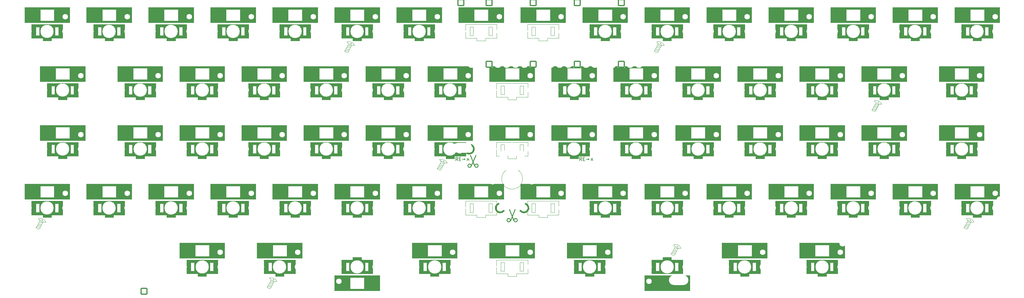
<source format=gto>
%TF.GenerationSoftware,KiCad,Pcbnew,(6.0.0-0)*%
%TF.CreationDate,2022-01-09T21:23:32+09:00*%
%TF.ProjectId,nora,6e6f7261-2e6b-4696-9361-645f70636258,DN:0031*%
%TF.SameCoordinates,Original*%
%TF.FileFunction,Legend,Top*%
%TF.FilePolarity,Positive*%
%FSLAX46Y46*%
G04 Gerber Fmt 4.6, Leading zero omitted, Abs format (unit mm)*
G04 Created by KiCad (PCBNEW (6.0.0-0)) date 2022-01-09 21:23:32*
%MOMM*%
%LPD*%
G01*
G04 APERTURE LIST*
G04 Aperture macros list*
%AMRoundRect*
0 Rectangle with rounded corners*
0 $1 Rounding radius*
0 $2 $3 $4 $5 $6 $7 $8 $9 X,Y pos of 4 corners*
0 Add a 4 corners polygon primitive as box body*
4,1,4,$2,$3,$4,$5,$6,$7,$8,$9,$2,$3,0*
0 Add four circle primitives for the rounded corners*
1,1,$1+$1,$2,$3*
1,1,$1+$1,$4,$5*
1,1,$1+$1,$6,$7*
1,1,$1+$1,$8,$9*
0 Add four rect primitives between the rounded corners*
20,1,$1+$1,$2,$3,$4,$5,0*
20,1,$1+$1,$4,$5,$6,$7,0*
20,1,$1+$1,$6,$7,$8,$9,0*
20,1,$1+$1,$8,$9,$2,$3,0*%
G04 Aperture macros list end*
%ADD10C,0.500000*%
%ADD11C,0.150000*%
%ADD12C,0.300000*%
%ADD13C,0.100000*%
%ADD14C,0.120000*%
%ADD15C,0.060000*%
%ADD16C,0.280000*%
%ADD17O,5.600000X2.800000*%
%ADD18C,1.400000*%
%ADD19C,5.200000*%
%ADD20C,2.600000*%
%ADD21C,2.200000*%
%ADD22C,3.400000*%
%ADD23C,3.829000*%
%ADD24C,1.600000*%
%ADD25C,3.800000*%
%ADD26O,2.000000X3.200000*%
%ADD27C,2.400000*%
%ADD28C,1.900000*%
%ADD29C,1.100000*%
%ADD30O,1.300000X2.800000*%
%ADD31O,1.300000X2.100000*%
%ADD32RoundRect,0.200000X-0.850000X0.850000X-0.850000X-0.850000X0.850000X-0.850000X0.850000X0.850000X0*%
%ADD33O,2.100000X2.100000*%
%ADD34RoundRect,0.200000X-0.850000X-0.850000X0.850000X-0.850000X0.850000X0.850000X-0.850000X0.850000X0*%
G04 APERTURE END LIST*
D10*
X167514057Y-87675520D02*
G75*
G03*
X169014056Y-85675520I1025262J793553D01*
G01*
X161214056Y-85675520D02*
G75*
G03*
X162714056Y-87675520I470943J-1209293D01*
G01*
X152127366Y-71049611D02*
G75*
G03*
X153400000Y-68700001I637343J1174249D01*
G01*
D11*
X149479913Y-73227900D02*
X149146580Y-72751710D01*
X148908485Y-73227900D02*
X148908485Y-72227900D01*
X149289437Y-72227900D01*
X149384675Y-72275520D01*
X149432294Y-72323139D01*
X149479913Y-72418377D01*
X149479913Y-72561234D01*
X149432294Y-72656472D01*
X149384675Y-72704091D01*
X149289437Y-72751710D01*
X148908485Y-72751710D01*
X149908485Y-72704091D02*
X150241818Y-72704091D01*
X150384675Y-73227900D02*
X149908485Y-73227900D01*
X149908485Y-72227900D01*
X150384675Y-72227900D01*
X150813246Y-72846948D02*
X151575151Y-72846948D01*
X151384675Y-73037424D02*
X151575151Y-72846948D01*
X151384675Y-72656472D01*
X152146580Y-72561234D02*
X152718008Y-73132662D01*
X152718008Y-72561234D02*
X152146580Y-73132662D01*
X185179913Y-73227900D02*
X184846580Y-72751710D01*
X184608485Y-73227900D02*
X184608485Y-72227900D01*
X184989437Y-72227900D01*
X185084675Y-72275520D01*
X185132294Y-72323139D01*
X185179913Y-72418377D01*
X185179913Y-72561234D01*
X185132294Y-72656472D01*
X185084675Y-72704091D01*
X184989437Y-72751710D01*
X184608485Y-72751710D01*
X185608485Y-72704091D02*
X185941818Y-72704091D01*
X186084675Y-73227900D02*
X185608485Y-73227900D01*
X185608485Y-72227900D01*
X186084675Y-72227900D01*
X186513246Y-72846948D02*
X187275151Y-72846948D01*
X187084675Y-73037424D02*
X187275151Y-72846948D01*
X187084675Y-72656472D01*
X187846580Y-72561234D02*
X188418008Y-73132662D01*
X188418008Y-72561234D02*
X187846580Y-73132662D01*
D12*
X50925844Y-35875520D02*
G75*
G03*
X50925844Y-35875520I-1886796J0D01*
G01*
D13*
X51289048Y-37875520D02*
X50839048Y-37875520D01*
X50839048Y-37875520D02*
X50839048Y-34375520D01*
X50839048Y-34375520D02*
X51289048Y-34375520D01*
X51289048Y-34375520D02*
X51289048Y-37875520D01*
G36*
X51289048Y-37875520D02*
G01*
X50839048Y-37875520D01*
X50839048Y-34375520D01*
X51289048Y-34375520D01*
X51289048Y-37875520D01*
G37*
X51289048Y-37875520D02*
X50839048Y-37875520D01*
X50839048Y-34375520D01*
X51289048Y-34375520D01*
X51289048Y-37875520D01*
X47239048Y-37875520D02*
X46789048Y-37875520D01*
X46789048Y-37875520D02*
X46789048Y-34375520D01*
X46789048Y-34375520D02*
X47239048Y-34375520D01*
X47239048Y-34375520D02*
X47239048Y-37875520D01*
G36*
X47239048Y-37875520D02*
G01*
X46789048Y-37875520D01*
X46789048Y-34375520D01*
X47239048Y-34375520D01*
X47239048Y-37875520D01*
G37*
X47239048Y-37875520D02*
X46789048Y-37875520D01*
X46789048Y-34375520D01*
X47239048Y-34375520D01*
X47239048Y-37875520D01*
X50289048Y-38625520D02*
X47789048Y-38625520D01*
X47789048Y-38625520D02*
X47789048Y-37875520D01*
X47789048Y-37875520D02*
X50289048Y-37875520D01*
X50289048Y-37875520D02*
X50289048Y-38625520D01*
G36*
X50289048Y-38625520D02*
G01*
X47789048Y-38625520D01*
X47789048Y-37875520D01*
X50289048Y-37875520D01*
X50289048Y-38625520D01*
G37*
X50289048Y-38625520D02*
X47789048Y-38625520D01*
X47789048Y-37875520D01*
X50289048Y-37875520D01*
X50289048Y-38625520D01*
X47239048Y-37875520D02*
X44539048Y-37875520D01*
X44539048Y-37875520D02*
X44539048Y-37125520D01*
X44539048Y-37125520D02*
X47239048Y-37125520D01*
X47239048Y-37125520D02*
X47239048Y-37875520D01*
G36*
X47239048Y-37875520D02*
G01*
X44539048Y-37875520D01*
X44539048Y-37125520D01*
X47239048Y-37125520D01*
X47239048Y-37875520D01*
G37*
X47239048Y-37875520D02*
X44539048Y-37875520D01*
X44539048Y-37125520D01*
X47239048Y-37125520D01*
X47239048Y-37875520D01*
X54479048Y-31025520D02*
X54679048Y-31125520D01*
X54679048Y-31125520D02*
X54779048Y-31225520D01*
X54779048Y-31225520D02*
X54879048Y-31425520D01*
X54879048Y-31425520D02*
X54929048Y-31625520D01*
X54929048Y-31625520D02*
X54929048Y-30975520D01*
X54929048Y-30975520D02*
X54279048Y-30975520D01*
X54279048Y-30975520D02*
X54479048Y-31025520D01*
G36*
X54929048Y-31625520D02*
G01*
X54879048Y-31425520D01*
X54779048Y-31225520D01*
X54679048Y-31125520D01*
X54479048Y-31025520D01*
X54279048Y-30975520D01*
X54929048Y-30975520D01*
X54929048Y-31625520D01*
G37*
X54929048Y-31625520D02*
X54879048Y-31425520D01*
X54779048Y-31225520D01*
X54679048Y-31125520D01*
X54479048Y-31025520D01*
X54279048Y-30975520D01*
X54929048Y-30975520D01*
X54929048Y-31625520D01*
D14*
X50039048Y-37675520D02*
X50889048Y-36825520D01*
X50889048Y-36825520D02*
X50889048Y-37675520D01*
X50889048Y-37675520D02*
X50039048Y-37675520D01*
G36*
X50889048Y-37675520D02*
G01*
X50039048Y-37675520D01*
X50889048Y-36825520D01*
X50889048Y-37675520D01*
G37*
X50889048Y-37675520D02*
X50039048Y-37675520D01*
X50889048Y-36825520D01*
X50889048Y-37675520D01*
D13*
X53539048Y-37875520D02*
X44539048Y-37875520D01*
X44539048Y-37875520D02*
X44539048Y-37675520D01*
X44539048Y-37675520D02*
X53539048Y-37675520D01*
X53539048Y-37675520D02*
X53539048Y-37875520D01*
G36*
X53539048Y-37875520D02*
G01*
X44539048Y-37875520D01*
X44539048Y-37675520D01*
X53539048Y-37675520D01*
X53539048Y-37875520D01*
G37*
X53539048Y-37875520D02*
X44539048Y-37875520D01*
X44539048Y-37675520D01*
X53539048Y-37675520D01*
X53539048Y-37875520D01*
X55529048Y-32825520D02*
X42529048Y-32825520D01*
X42529048Y-32825520D02*
X42529048Y-33375520D01*
X42529048Y-33375520D02*
X55529048Y-33375520D01*
X55529048Y-33375520D02*
X55529048Y-32825520D01*
G36*
X55529048Y-33375520D02*
G01*
X42529048Y-33375520D01*
X42529048Y-32825520D01*
X55529048Y-32825520D01*
X55529048Y-33375520D01*
G37*
X55529048Y-33375520D02*
X42529048Y-33375520D01*
X42529048Y-32825520D01*
X55529048Y-32825520D01*
X55529048Y-33375520D01*
X47239048Y-34625520D02*
X44539048Y-34625520D01*
X44539048Y-34625520D02*
X44539048Y-33875520D01*
X44539048Y-33875520D02*
X47239048Y-33875520D01*
X47239048Y-33875520D02*
X47239048Y-34625520D01*
G36*
X47239048Y-34625520D02*
G01*
X44539048Y-34625520D01*
X44539048Y-33875520D01*
X47239048Y-33875520D01*
X47239048Y-34625520D01*
G37*
X47239048Y-34625520D02*
X44539048Y-34625520D01*
X44539048Y-33875520D01*
X47239048Y-33875520D01*
X47239048Y-34625520D01*
D14*
X47189048Y-36825520D02*
X48039048Y-37675520D01*
X48039048Y-37675520D02*
X47189048Y-37675520D01*
X47189048Y-37675520D02*
X47189048Y-36825520D01*
G36*
X48039048Y-37675520D02*
G01*
X47189048Y-37675520D01*
X47189048Y-36825520D01*
X48039048Y-37675520D01*
G37*
X48039048Y-37675520D02*
X47189048Y-37675520D01*
X47189048Y-36825520D01*
X48039048Y-37675520D01*
D13*
X55529048Y-28975520D02*
X42529048Y-28975520D01*
X42529048Y-28975520D02*
X42529048Y-29525520D01*
X42529048Y-29525520D02*
X55529048Y-29525520D01*
X55529048Y-29525520D02*
X55529048Y-28975520D01*
G36*
X55529048Y-29525520D02*
G01*
X42529048Y-29525520D01*
X42529048Y-28975520D01*
X55529048Y-28975520D01*
X55529048Y-29525520D01*
G37*
X55529048Y-29525520D02*
X42529048Y-29525520D01*
X42529048Y-28975520D01*
X55529048Y-28975520D01*
X55529048Y-29525520D01*
X54879048Y-31925520D02*
X54779048Y-32125520D01*
X54779048Y-32125520D02*
X54679048Y-32225520D01*
X54679048Y-32225520D02*
X54479048Y-32325520D01*
X54479048Y-32325520D02*
X54279048Y-32375520D01*
X54279048Y-32375520D02*
X54929048Y-32375520D01*
X54929048Y-32375520D02*
X54929048Y-31725520D01*
X54929048Y-31725520D02*
X54879048Y-31925520D01*
G36*
X54929048Y-32375520D02*
G01*
X54279048Y-32375520D01*
X54479048Y-32325520D01*
X54679048Y-32225520D01*
X54779048Y-32125520D01*
X54879048Y-31925520D01*
X54929048Y-31725520D01*
X54929048Y-32375520D01*
G37*
X54929048Y-32375520D02*
X54279048Y-32375520D01*
X54479048Y-32325520D01*
X54679048Y-32225520D01*
X54779048Y-32125520D01*
X54879048Y-31925520D01*
X54929048Y-31725520D01*
X54929048Y-32375520D01*
X53539048Y-34625520D02*
X50839048Y-34625520D01*
X50839048Y-34625520D02*
X50839048Y-33875520D01*
X50839048Y-33875520D02*
X53539048Y-33875520D01*
X53539048Y-33875520D02*
X53539048Y-34625520D01*
G36*
X53539048Y-34625520D02*
G01*
X50839048Y-34625520D01*
X50839048Y-33875520D01*
X53539048Y-33875520D01*
X53539048Y-34625520D01*
G37*
X53539048Y-34625520D02*
X50839048Y-34625520D01*
X50839048Y-33875520D01*
X53539048Y-33875520D01*
X53539048Y-34625520D01*
D14*
X48089048Y-34125520D02*
X47239048Y-34975520D01*
X47239048Y-34975520D02*
X47239048Y-34125520D01*
X47239048Y-34125520D02*
X48089048Y-34125520D01*
G36*
X47239048Y-34975520D02*
G01*
X47239048Y-34125520D01*
X48089048Y-34125520D01*
X47239048Y-34975520D01*
G37*
X47239048Y-34975520D02*
X47239048Y-34125520D01*
X48089048Y-34125520D01*
X47239048Y-34975520D01*
D13*
X55529048Y-28975520D02*
X52629048Y-28975520D01*
X52629048Y-28975520D02*
X52629048Y-30985520D01*
X52629048Y-30985520D02*
X55529048Y-30985520D01*
X55529048Y-30985520D02*
X55529048Y-28975520D01*
G36*
X55529048Y-30985520D02*
G01*
X52629048Y-30985520D01*
X52629048Y-28975520D01*
X55529048Y-28975520D01*
X55529048Y-30985520D01*
G37*
X55529048Y-30985520D02*
X52629048Y-30985520D01*
X52629048Y-28975520D01*
X55529048Y-28975520D01*
X55529048Y-30985520D01*
X53579048Y-28975520D02*
X51089048Y-28975520D01*
X51089048Y-28975520D02*
X51089048Y-33375520D01*
X51089048Y-33375520D02*
X53579048Y-33375520D01*
X53579048Y-33375520D02*
X53579048Y-28975520D01*
G36*
X53579048Y-33375520D02*
G01*
X51089048Y-33375520D01*
X51089048Y-28975520D01*
X53579048Y-28975520D01*
X53579048Y-33375520D01*
G37*
X53579048Y-33375520D02*
X51089048Y-33375520D01*
X51089048Y-28975520D01*
X53579048Y-28975520D01*
X53579048Y-33375520D01*
D14*
X50839048Y-34925520D02*
X49989048Y-34075520D01*
X49989048Y-34075520D02*
X50839048Y-34075520D01*
X50839048Y-34075520D02*
X50839048Y-34925520D01*
G36*
X50839048Y-34925520D02*
G01*
X49989048Y-34075520D01*
X50839048Y-34075520D01*
X50839048Y-34925520D01*
G37*
X50839048Y-34925520D02*
X49989048Y-34075520D01*
X50839048Y-34075520D01*
X50839048Y-34925520D01*
D13*
X54029048Y-32325520D02*
X53829048Y-32225520D01*
X53829048Y-32225520D02*
X53729048Y-32125520D01*
X53729048Y-32125520D02*
X53629048Y-31925520D01*
X53629048Y-31925520D02*
X53579048Y-31725520D01*
X53579048Y-31725520D02*
X53579048Y-32375520D01*
X53579048Y-32375520D02*
X54229048Y-32375520D01*
X54229048Y-32375520D02*
X54029048Y-32325520D01*
G36*
X53629048Y-31925520D02*
G01*
X53729048Y-32125520D01*
X53829048Y-32225520D01*
X54029048Y-32325520D01*
X54229048Y-32375520D01*
X53579048Y-32375520D01*
X53579048Y-31725520D01*
X53629048Y-31925520D01*
G37*
X53629048Y-31925520D02*
X53729048Y-32125520D01*
X53829048Y-32225520D01*
X54029048Y-32325520D01*
X54229048Y-32375520D01*
X53579048Y-32375520D01*
X53579048Y-31725520D01*
X53629048Y-31925520D01*
X55529048Y-28975520D02*
X54929048Y-28975520D01*
X54929048Y-28975520D02*
X54929048Y-33375520D01*
X54929048Y-33375520D02*
X55529048Y-33375520D01*
X55529048Y-33375520D02*
X55529048Y-28975520D01*
G36*
X55529048Y-33375520D02*
G01*
X54929048Y-33375520D01*
X54929048Y-28975520D01*
X55529048Y-28975520D01*
X55529048Y-33375520D01*
G37*
X55529048Y-33375520D02*
X54929048Y-33375520D01*
X54929048Y-28975520D01*
X55529048Y-28975520D01*
X55529048Y-33375520D01*
X53539048Y-37875520D02*
X52289048Y-37875520D01*
X52289048Y-37875520D02*
X52289048Y-33875520D01*
X52289048Y-33875520D02*
X53539048Y-33875520D01*
X53539048Y-33875520D02*
X53539048Y-37875520D01*
G36*
X53539048Y-37875520D02*
G01*
X52289048Y-37875520D01*
X52289048Y-33875520D01*
X53539048Y-33875520D01*
X53539048Y-37875520D01*
G37*
X53539048Y-37875520D02*
X52289048Y-37875520D01*
X52289048Y-33875520D01*
X53539048Y-33875520D01*
X53539048Y-37875520D01*
X45789048Y-37875520D02*
X44539048Y-37875520D01*
X44539048Y-37875520D02*
X44539048Y-33875520D01*
X44539048Y-33875520D02*
X45789048Y-33875520D01*
X45789048Y-33875520D02*
X45789048Y-37875520D01*
G36*
X45789048Y-37875520D02*
G01*
X44539048Y-37875520D01*
X44539048Y-33875520D01*
X45789048Y-33875520D01*
X45789048Y-37875520D01*
G37*
X45789048Y-37875520D02*
X44539048Y-37875520D01*
X44539048Y-33875520D01*
X45789048Y-33875520D01*
X45789048Y-37875520D01*
X53539048Y-34075520D02*
X44539048Y-34075520D01*
X44539048Y-34075520D02*
X44539048Y-33875520D01*
X44539048Y-33875520D02*
X53539048Y-33875520D01*
X53539048Y-33875520D02*
X53539048Y-34075520D01*
G36*
X53539048Y-34075520D02*
G01*
X44539048Y-34075520D01*
X44539048Y-33875520D01*
X53539048Y-33875520D01*
X53539048Y-34075520D01*
G37*
X53539048Y-34075520D02*
X44539048Y-34075520D01*
X44539048Y-33875520D01*
X53539048Y-33875520D01*
X53539048Y-34075520D01*
X47029048Y-28975520D02*
X42529048Y-28975520D01*
X42529048Y-28975520D02*
X42529048Y-33375520D01*
X42529048Y-33375520D02*
X47029048Y-33375520D01*
X47029048Y-33375520D02*
X47029048Y-28975520D01*
G36*
X47029048Y-33375520D02*
G01*
X42529048Y-33375520D01*
X42529048Y-28975520D01*
X47029048Y-28975520D01*
X47029048Y-33375520D01*
G37*
X47029048Y-33375520D02*
X42529048Y-33375520D01*
X42529048Y-28975520D01*
X47029048Y-28975520D01*
X47029048Y-33375520D01*
X55529048Y-32365520D02*
X52629048Y-32365520D01*
X52629048Y-32365520D02*
X52629048Y-33375520D01*
X52629048Y-33375520D02*
X55529048Y-33375520D01*
X55529048Y-33375520D02*
X55529048Y-32365520D01*
G36*
X55529048Y-33375520D02*
G01*
X52629048Y-33375520D01*
X52629048Y-32365520D01*
X55529048Y-32365520D01*
X55529048Y-33375520D01*
G37*
X55529048Y-33375520D02*
X52629048Y-33375520D01*
X52629048Y-32365520D01*
X55529048Y-32365520D01*
X55529048Y-33375520D01*
X53629048Y-31425520D02*
X53729048Y-31225520D01*
X53729048Y-31225520D02*
X53829048Y-31125520D01*
X53829048Y-31125520D02*
X54029048Y-31025520D01*
X54029048Y-31025520D02*
X54229048Y-30975520D01*
X54229048Y-30975520D02*
X53579048Y-30975520D01*
X53579048Y-30975520D02*
X53579048Y-31625520D01*
X53579048Y-31625520D02*
X53629048Y-31425520D01*
G36*
X54029048Y-31025520D02*
G01*
X53829048Y-31125520D01*
X53729048Y-31225520D01*
X53629048Y-31425520D01*
X53579048Y-31625520D01*
X53579048Y-30975520D01*
X54229048Y-30975520D01*
X54029048Y-31025520D01*
G37*
X54029048Y-31025520D02*
X53829048Y-31125520D01*
X53729048Y-31225520D01*
X53629048Y-31425520D01*
X53579048Y-31625520D01*
X53579048Y-30975520D01*
X54229048Y-30975520D01*
X54029048Y-31025520D01*
X53539048Y-37875520D02*
X50839048Y-37875520D01*
X50839048Y-37875520D02*
X50839048Y-37125520D01*
X50839048Y-37125520D02*
X53539048Y-37125520D01*
X53539048Y-37125520D02*
X53539048Y-37875520D01*
G36*
X53539048Y-37875520D02*
G01*
X50839048Y-37875520D01*
X50839048Y-37125520D01*
X53539048Y-37125520D01*
X53539048Y-37875520D01*
G37*
X53539048Y-37875520D02*
X50839048Y-37875520D01*
X50839048Y-37125520D01*
X53539048Y-37125520D01*
X53539048Y-37875520D01*
D12*
X50925844Y-86875520D02*
G75*
G03*
X50925844Y-86875520I-1886796J0D01*
G01*
D13*
X55529048Y-83365520D02*
X52629048Y-83365520D01*
X52629048Y-83365520D02*
X52629048Y-84375520D01*
X52629048Y-84375520D02*
X55529048Y-84375520D01*
X55529048Y-84375520D02*
X55529048Y-83365520D01*
G36*
X55529048Y-84375520D02*
G01*
X52629048Y-84375520D01*
X52629048Y-83365520D01*
X55529048Y-83365520D01*
X55529048Y-84375520D01*
G37*
X55529048Y-84375520D02*
X52629048Y-84375520D01*
X52629048Y-83365520D01*
X55529048Y-83365520D01*
X55529048Y-84375520D01*
X53539048Y-88875520D02*
X52289048Y-88875520D01*
X52289048Y-88875520D02*
X52289048Y-84875520D01*
X52289048Y-84875520D02*
X53539048Y-84875520D01*
X53539048Y-84875520D02*
X53539048Y-88875520D01*
G36*
X53539048Y-88875520D02*
G01*
X52289048Y-88875520D01*
X52289048Y-84875520D01*
X53539048Y-84875520D01*
X53539048Y-88875520D01*
G37*
X53539048Y-88875520D02*
X52289048Y-88875520D01*
X52289048Y-84875520D01*
X53539048Y-84875520D01*
X53539048Y-88875520D01*
X55529048Y-79975520D02*
X52629048Y-79975520D01*
X52629048Y-79975520D02*
X52629048Y-81985520D01*
X52629048Y-81985520D02*
X55529048Y-81985520D01*
X55529048Y-81985520D02*
X55529048Y-79975520D01*
G36*
X55529048Y-81985520D02*
G01*
X52629048Y-81985520D01*
X52629048Y-79975520D01*
X55529048Y-79975520D01*
X55529048Y-81985520D01*
G37*
X55529048Y-81985520D02*
X52629048Y-81985520D01*
X52629048Y-79975520D01*
X55529048Y-79975520D01*
X55529048Y-81985520D01*
X53539048Y-88875520D02*
X44539048Y-88875520D01*
X44539048Y-88875520D02*
X44539048Y-88675520D01*
X44539048Y-88675520D02*
X53539048Y-88675520D01*
X53539048Y-88675520D02*
X53539048Y-88875520D01*
G36*
X53539048Y-88875520D02*
G01*
X44539048Y-88875520D01*
X44539048Y-88675520D01*
X53539048Y-88675520D01*
X53539048Y-88875520D01*
G37*
X53539048Y-88875520D02*
X44539048Y-88875520D01*
X44539048Y-88675520D01*
X53539048Y-88675520D01*
X53539048Y-88875520D01*
X54029048Y-83325520D02*
X53829048Y-83225520D01*
X53829048Y-83225520D02*
X53729048Y-83125520D01*
X53729048Y-83125520D02*
X53629048Y-82925520D01*
X53629048Y-82925520D02*
X53579048Y-82725520D01*
X53579048Y-82725520D02*
X53579048Y-83375520D01*
X53579048Y-83375520D02*
X54229048Y-83375520D01*
X54229048Y-83375520D02*
X54029048Y-83325520D01*
G36*
X53629048Y-82925520D02*
G01*
X53729048Y-83125520D01*
X53829048Y-83225520D01*
X54029048Y-83325520D01*
X54229048Y-83375520D01*
X53579048Y-83375520D01*
X53579048Y-82725520D01*
X53629048Y-82925520D01*
G37*
X53629048Y-82925520D02*
X53729048Y-83125520D01*
X53829048Y-83225520D01*
X54029048Y-83325520D01*
X54229048Y-83375520D01*
X53579048Y-83375520D01*
X53579048Y-82725520D01*
X53629048Y-82925520D01*
X54879048Y-82925520D02*
X54779048Y-83125520D01*
X54779048Y-83125520D02*
X54679048Y-83225520D01*
X54679048Y-83225520D02*
X54479048Y-83325520D01*
X54479048Y-83325520D02*
X54279048Y-83375520D01*
X54279048Y-83375520D02*
X54929048Y-83375520D01*
X54929048Y-83375520D02*
X54929048Y-82725520D01*
X54929048Y-82725520D02*
X54879048Y-82925520D01*
G36*
X54929048Y-83375520D02*
G01*
X54279048Y-83375520D01*
X54479048Y-83325520D01*
X54679048Y-83225520D01*
X54779048Y-83125520D01*
X54879048Y-82925520D01*
X54929048Y-82725520D01*
X54929048Y-83375520D01*
G37*
X54929048Y-83375520D02*
X54279048Y-83375520D01*
X54479048Y-83325520D01*
X54679048Y-83225520D01*
X54779048Y-83125520D01*
X54879048Y-82925520D01*
X54929048Y-82725520D01*
X54929048Y-83375520D01*
D14*
X48089048Y-85125520D02*
X47239048Y-85975520D01*
X47239048Y-85975520D02*
X47239048Y-85125520D01*
X47239048Y-85125520D02*
X48089048Y-85125520D01*
G36*
X47239048Y-85975520D02*
G01*
X47239048Y-85125520D01*
X48089048Y-85125520D01*
X47239048Y-85975520D01*
G37*
X47239048Y-85975520D02*
X47239048Y-85125520D01*
X48089048Y-85125520D01*
X47239048Y-85975520D01*
D13*
X47029048Y-79975520D02*
X42529048Y-79975520D01*
X42529048Y-79975520D02*
X42529048Y-84375520D01*
X42529048Y-84375520D02*
X47029048Y-84375520D01*
X47029048Y-84375520D02*
X47029048Y-79975520D01*
G36*
X47029048Y-84375520D02*
G01*
X42529048Y-84375520D01*
X42529048Y-79975520D01*
X47029048Y-79975520D01*
X47029048Y-84375520D01*
G37*
X47029048Y-84375520D02*
X42529048Y-84375520D01*
X42529048Y-79975520D01*
X47029048Y-79975520D01*
X47029048Y-84375520D01*
X47239048Y-88875520D02*
X44539048Y-88875520D01*
X44539048Y-88875520D02*
X44539048Y-88125520D01*
X44539048Y-88125520D02*
X47239048Y-88125520D01*
X47239048Y-88125520D02*
X47239048Y-88875520D01*
G36*
X47239048Y-88875520D02*
G01*
X44539048Y-88875520D01*
X44539048Y-88125520D01*
X47239048Y-88125520D01*
X47239048Y-88875520D01*
G37*
X47239048Y-88875520D02*
X44539048Y-88875520D01*
X44539048Y-88125520D01*
X47239048Y-88125520D01*
X47239048Y-88875520D01*
X53579048Y-79975520D02*
X51089048Y-79975520D01*
X51089048Y-79975520D02*
X51089048Y-84375520D01*
X51089048Y-84375520D02*
X53579048Y-84375520D01*
X53579048Y-84375520D02*
X53579048Y-79975520D01*
G36*
X53579048Y-84375520D02*
G01*
X51089048Y-84375520D01*
X51089048Y-79975520D01*
X53579048Y-79975520D01*
X53579048Y-84375520D01*
G37*
X53579048Y-84375520D02*
X51089048Y-84375520D01*
X51089048Y-79975520D01*
X53579048Y-79975520D01*
X53579048Y-84375520D01*
X55529048Y-79975520D02*
X42529048Y-79975520D01*
X42529048Y-79975520D02*
X42529048Y-80525520D01*
X42529048Y-80525520D02*
X55529048Y-80525520D01*
X55529048Y-80525520D02*
X55529048Y-79975520D01*
G36*
X55529048Y-80525520D02*
G01*
X42529048Y-80525520D01*
X42529048Y-79975520D01*
X55529048Y-79975520D01*
X55529048Y-80525520D01*
G37*
X55529048Y-80525520D02*
X42529048Y-80525520D01*
X42529048Y-79975520D01*
X55529048Y-79975520D01*
X55529048Y-80525520D01*
X47239048Y-88875520D02*
X46789048Y-88875520D01*
X46789048Y-88875520D02*
X46789048Y-85375520D01*
X46789048Y-85375520D02*
X47239048Y-85375520D01*
X47239048Y-85375520D02*
X47239048Y-88875520D01*
G36*
X47239048Y-88875520D02*
G01*
X46789048Y-88875520D01*
X46789048Y-85375520D01*
X47239048Y-85375520D01*
X47239048Y-88875520D01*
G37*
X47239048Y-88875520D02*
X46789048Y-88875520D01*
X46789048Y-85375520D01*
X47239048Y-85375520D01*
X47239048Y-88875520D01*
X45789048Y-88875520D02*
X44539048Y-88875520D01*
X44539048Y-88875520D02*
X44539048Y-84875520D01*
X44539048Y-84875520D02*
X45789048Y-84875520D01*
X45789048Y-84875520D02*
X45789048Y-88875520D01*
G36*
X45789048Y-88875520D02*
G01*
X44539048Y-88875520D01*
X44539048Y-84875520D01*
X45789048Y-84875520D01*
X45789048Y-88875520D01*
G37*
X45789048Y-88875520D02*
X44539048Y-88875520D01*
X44539048Y-84875520D01*
X45789048Y-84875520D01*
X45789048Y-88875520D01*
X53629048Y-82425520D02*
X53729048Y-82225520D01*
X53729048Y-82225520D02*
X53829048Y-82125520D01*
X53829048Y-82125520D02*
X54029048Y-82025520D01*
X54029048Y-82025520D02*
X54229048Y-81975520D01*
X54229048Y-81975520D02*
X53579048Y-81975520D01*
X53579048Y-81975520D02*
X53579048Y-82625520D01*
X53579048Y-82625520D02*
X53629048Y-82425520D01*
G36*
X54029048Y-82025520D02*
G01*
X53829048Y-82125520D01*
X53729048Y-82225520D01*
X53629048Y-82425520D01*
X53579048Y-82625520D01*
X53579048Y-81975520D01*
X54229048Y-81975520D01*
X54029048Y-82025520D01*
G37*
X54029048Y-82025520D02*
X53829048Y-82125520D01*
X53729048Y-82225520D01*
X53629048Y-82425520D01*
X53579048Y-82625520D01*
X53579048Y-81975520D01*
X54229048Y-81975520D01*
X54029048Y-82025520D01*
X55529048Y-83825520D02*
X42529048Y-83825520D01*
X42529048Y-83825520D02*
X42529048Y-84375520D01*
X42529048Y-84375520D02*
X55529048Y-84375520D01*
X55529048Y-84375520D02*
X55529048Y-83825520D01*
G36*
X55529048Y-84375520D02*
G01*
X42529048Y-84375520D01*
X42529048Y-83825520D01*
X55529048Y-83825520D01*
X55529048Y-84375520D01*
G37*
X55529048Y-84375520D02*
X42529048Y-84375520D01*
X42529048Y-83825520D01*
X55529048Y-83825520D01*
X55529048Y-84375520D01*
X55529048Y-79975520D02*
X54929048Y-79975520D01*
X54929048Y-79975520D02*
X54929048Y-84375520D01*
X54929048Y-84375520D02*
X55529048Y-84375520D01*
X55529048Y-84375520D02*
X55529048Y-79975520D01*
G36*
X55529048Y-84375520D02*
G01*
X54929048Y-84375520D01*
X54929048Y-79975520D01*
X55529048Y-79975520D01*
X55529048Y-84375520D01*
G37*
X55529048Y-84375520D02*
X54929048Y-84375520D01*
X54929048Y-79975520D01*
X55529048Y-79975520D01*
X55529048Y-84375520D01*
X54479048Y-82025520D02*
X54679048Y-82125520D01*
X54679048Y-82125520D02*
X54779048Y-82225520D01*
X54779048Y-82225520D02*
X54879048Y-82425520D01*
X54879048Y-82425520D02*
X54929048Y-82625520D01*
X54929048Y-82625520D02*
X54929048Y-81975520D01*
X54929048Y-81975520D02*
X54279048Y-81975520D01*
X54279048Y-81975520D02*
X54479048Y-82025520D01*
G36*
X54929048Y-82625520D02*
G01*
X54879048Y-82425520D01*
X54779048Y-82225520D01*
X54679048Y-82125520D01*
X54479048Y-82025520D01*
X54279048Y-81975520D01*
X54929048Y-81975520D01*
X54929048Y-82625520D01*
G37*
X54929048Y-82625520D02*
X54879048Y-82425520D01*
X54779048Y-82225520D01*
X54679048Y-82125520D01*
X54479048Y-82025520D01*
X54279048Y-81975520D01*
X54929048Y-81975520D01*
X54929048Y-82625520D01*
D14*
X47189048Y-87825520D02*
X48039048Y-88675520D01*
X48039048Y-88675520D02*
X47189048Y-88675520D01*
X47189048Y-88675520D02*
X47189048Y-87825520D01*
G36*
X48039048Y-88675520D02*
G01*
X47189048Y-88675520D01*
X47189048Y-87825520D01*
X48039048Y-88675520D01*
G37*
X48039048Y-88675520D02*
X47189048Y-88675520D01*
X47189048Y-87825520D01*
X48039048Y-88675520D01*
D13*
X53539048Y-85075520D02*
X44539048Y-85075520D01*
X44539048Y-85075520D02*
X44539048Y-84875520D01*
X44539048Y-84875520D02*
X53539048Y-84875520D01*
X53539048Y-84875520D02*
X53539048Y-85075520D01*
G36*
X53539048Y-85075520D02*
G01*
X44539048Y-85075520D01*
X44539048Y-84875520D01*
X53539048Y-84875520D01*
X53539048Y-85075520D01*
G37*
X53539048Y-85075520D02*
X44539048Y-85075520D01*
X44539048Y-84875520D01*
X53539048Y-84875520D01*
X53539048Y-85075520D01*
D14*
X50839048Y-85925520D02*
X49989048Y-85075520D01*
X49989048Y-85075520D02*
X50839048Y-85075520D01*
X50839048Y-85075520D02*
X50839048Y-85925520D01*
G36*
X50839048Y-85925520D02*
G01*
X49989048Y-85075520D01*
X50839048Y-85075520D01*
X50839048Y-85925520D01*
G37*
X50839048Y-85925520D02*
X49989048Y-85075520D01*
X50839048Y-85075520D01*
X50839048Y-85925520D01*
D13*
X53539048Y-88875520D02*
X50839048Y-88875520D01*
X50839048Y-88875520D02*
X50839048Y-88125520D01*
X50839048Y-88125520D02*
X53539048Y-88125520D01*
X53539048Y-88125520D02*
X53539048Y-88875520D01*
G36*
X53539048Y-88875520D02*
G01*
X50839048Y-88875520D01*
X50839048Y-88125520D01*
X53539048Y-88125520D01*
X53539048Y-88875520D01*
G37*
X53539048Y-88875520D02*
X50839048Y-88875520D01*
X50839048Y-88125520D01*
X53539048Y-88125520D01*
X53539048Y-88875520D01*
X50289048Y-89625520D02*
X47789048Y-89625520D01*
X47789048Y-89625520D02*
X47789048Y-88875520D01*
X47789048Y-88875520D02*
X50289048Y-88875520D01*
X50289048Y-88875520D02*
X50289048Y-89625520D01*
G36*
X50289048Y-89625520D02*
G01*
X47789048Y-89625520D01*
X47789048Y-88875520D01*
X50289048Y-88875520D01*
X50289048Y-89625520D01*
G37*
X50289048Y-89625520D02*
X47789048Y-89625520D01*
X47789048Y-88875520D01*
X50289048Y-88875520D01*
X50289048Y-89625520D01*
X53539048Y-85625520D02*
X50839048Y-85625520D01*
X50839048Y-85625520D02*
X50839048Y-84875520D01*
X50839048Y-84875520D02*
X53539048Y-84875520D01*
X53539048Y-84875520D02*
X53539048Y-85625520D01*
G36*
X53539048Y-85625520D02*
G01*
X50839048Y-85625520D01*
X50839048Y-84875520D01*
X53539048Y-84875520D01*
X53539048Y-85625520D01*
G37*
X53539048Y-85625520D02*
X50839048Y-85625520D01*
X50839048Y-84875520D01*
X53539048Y-84875520D01*
X53539048Y-85625520D01*
D14*
X50039048Y-88675520D02*
X50889048Y-87825520D01*
X50889048Y-87825520D02*
X50889048Y-88675520D01*
X50889048Y-88675520D02*
X50039048Y-88675520D01*
G36*
X50889048Y-88675520D02*
G01*
X50039048Y-88675520D01*
X50889048Y-87825520D01*
X50889048Y-88675520D01*
G37*
X50889048Y-88675520D02*
X50039048Y-88675520D01*
X50889048Y-87825520D01*
X50889048Y-88675520D01*
D13*
X47239048Y-85625520D02*
X44539048Y-85625520D01*
X44539048Y-85625520D02*
X44539048Y-84875520D01*
X44539048Y-84875520D02*
X47239048Y-84875520D01*
X47239048Y-84875520D02*
X47239048Y-85625520D01*
G36*
X47239048Y-85625520D02*
G01*
X44539048Y-85625520D01*
X44539048Y-84875520D01*
X47239048Y-84875520D01*
X47239048Y-85625520D01*
G37*
X47239048Y-85625520D02*
X44539048Y-85625520D01*
X44539048Y-84875520D01*
X47239048Y-84875520D01*
X47239048Y-85625520D01*
X51289048Y-88875520D02*
X50839048Y-88875520D01*
X50839048Y-88875520D02*
X50839048Y-85375520D01*
X50839048Y-85375520D02*
X51289048Y-85375520D01*
X51289048Y-85375520D02*
X51289048Y-88875520D01*
G36*
X51289048Y-88875520D02*
G01*
X50839048Y-88875520D01*
X50839048Y-85375520D01*
X51289048Y-85375520D01*
X51289048Y-88875520D01*
G37*
X51289048Y-88875520D02*
X50839048Y-88875520D01*
X50839048Y-85375520D01*
X51289048Y-85375520D01*
X51289048Y-88875520D01*
D12*
X68785220Y-35875520D02*
G75*
G03*
X68785220Y-35875520I-1886796J0D01*
G01*
D13*
X72738424Y-31925520D02*
X72638424Y-32125520D01*
X72638424Y-32125520D02*
X72538424Y-32225520D01*
X72538424Y-32225520D02*
X72338424Y-32325520D01*
X72338424Y-32325520D02*
X72138424Y-32375520D01*
X72138424Y-32375520D02*
X72788424Y-32375520D01*
X72788424Y-32375520D02*
X72788424Y-31725520D01*
X72788424Y-31725520D02*
X72738424Y-31925520D01*
G36*
X72788424Y-32375520D02*
G01*
X72138424Y-32375520D01*
X72338424Y-32325520D01*
X72538424Y-32225520D01*
X72638424Y-32125520D01*
X72738424Y-31925520D01*
X72788424Y-31725520D01*
X72788424Y-32375520D01*
G37*
X72788424Y-32375520D02*
X72138424Y-32375520D01*
X72338424Y-32325520D01*
X72538424Y-32225520D01*
X72638424Y-32125520D01*
X72738424Y-31925520D01*
X72788424Y-31725520D01*
X72788424Y-32375520D01*
X72338424Y-31025520D02*
X72538424Y-31125520D01*
X72538424Y-31125520D02*
X72638424Y-31225520D01*
X72638424Y-31225520D02*
X72738424Y-31425520D01*
X72738424Y-31425520D02*
X72788424Y-31625520D01*
X72788424Y-31625520D02*
X72788424Y-30975520D01*
X72788424Y-30975520D02*
X72138424Y-30975520D01*
X72138424Y-30975520D02*
X72338424Y-31025520D01*
G36*
X72788424Y-31625520D02*
G01*
X72738424Y-31425520D01*
X72638424Y-31225520D01*
X72538424Y-31125520D01*
X72338424Y-31025520D01*
X72138424Y-30975520D01*
X72788424Y-30975520D01*
X72788424Y-31625520D01*
G37*
X72788424Y-31625520D02*
X72738424Y-31425520D01*
X72638424Y-31225520D01*
X72538424Y-31125520D01*
X72338424Y-31025520D01*
X72138424Y-30975520D01*
X72788424Y-30975520D01*
X72788424Y-31625520D01*
X73388424Y-28975520D02*
X72788424Y-28975520D01*
X72788424Y-28975520D02*
X72788424Y-33375520D01*
X72788424Y-33375520D02*
X73388424Y-33375520D01*
X73388424Y-33375520D02*
X73388424Y-28975520D01*
G36*
X73388424Y-33375520D02*
G01*
X72788424Y-33375520D01*
X72788424Y-28975520D01*
X73388424Y-28975520D01*
X73388424Y-33375520D01*
G37*
X73388424Y-33375520D02*
X72788424Y-33375520D01*
X72788424Y-28975520D01*
X73388424Y-28975520D01*
X73388424Y-33375520D01*
X71488424Y-31425520D02*
X71588424Y-31225520D01*
X71588424Y-31225520D02*
X71688424Y-31125520D01*
X71688424Y-31125520D02*
X71888424Y-31025520D01*
X71888424Y-31025520D02*
X72088424Y-30975520D01*
X72088424Y-30975520D02*
X71438424Y-30975520D01*
X71438424Y-30975520D02*
X71438424Y-31625520D01*
X71438424Y-31625520D02*
X71488424Y-31425520D01*
G36*
X71888424Y-31025520D02*
G01*
X71688424Y-31125520D01*
X71588424Y-31225520D01*
X71488424Y-31425520D01*
X71438424Y-31625520D01*
X71438424Y-30975520D01*
X72088424Y-30975520D01*
X71888424Y-31025520D01*
G37*
X71888424Y-31025520D02*
X71688424Y-31125520D01*
X71588424Y-31225520D01*
X71488424Y-31425520D01*
X71438424Y-31625520D01*
X71438424Y-30975520D01*
X72088424Y-30975520D01*
X71888424Y-31025520D01*
X73388424Y-28975520D02*
X70488424Y-28975520D01*
X70488424Y-28975520D02*
X70488424Y-30985520D01*
X70488424Y-30985520D02*
X73388424Y-30985520D01*
X73388424Y-30985520D02*
X73388424Y-28975520D01*
G36*
X73388424Y-30985520D02*
G01*
X70488424Y-30985520D01*
X70488424Y-28975520D01*
X73388424Y-28975520D01*
X73388424Y-30985520D01*
G37*
X73388424Y-30985520D02*
X70488424Y-30985520D01*
X70488424Y-28975520D01*
X73388424Y-28975520D01*
X73388424Y-30985520D01*
X69148424Y-37875520D02*
X68698424Y-37875520D01*
X68698424Y-37875520D02*
X68698424Y-34375520D01*
X68698424Y-34375520D02*
X69148424Y-34375520D01*
X69148424Y-34375520D02*
X69148424Y-37875520D01*
G36*
X69148424Y-37875520D02*
G01*
X68698424Y-37875520D01*
X68698424Y-34375520D01*
X69148424Y-34375520D01*
X69148424Y-37875520D01*
G37*
X69148424Y-37875520D02*
X68698424Y-37875520D01*
X68698424Y-34375520D01*
X69148424Y-34375520D01*
X69148424Y-37875520D01*
X65098424Y-37875520D02*
X62398424Y-37875520D01*
X62398424Y-37875520D02*
X62398424Y-37125520D01*
X62398424Y-37125520D02*
X65098424Y-37125520D01*
X65098424Y-37125520D02*
X65098424Y-37875520D01*
G36*
X65098424Y-37875520D02*
G01*
X62398424Y-37875520D01*
X62398424Y-37125520D01*
X65098424Y-37125520D01*
X65098424Y-37875520D01*
G37*
X65098424Y-37875520D02*
X62398424Y-37875520D01*
X62398424Y-37125520D01*
X65098424Y-37125520D01*
X65098424Y-37875520D01*
X68148424Y-38625520D02*
X65648424Y-38625520D01*
X65648424Y-38625520D02*
X65648424Y-37875520D01*
X65648424Y-37875520D02*
X68148424Y-37875520D01*
X68148424Y-37875520D02*
X68148424Y-38625520D01*
G36*
X68148424Y-38625520D02*
G01*
X65648424Y-38625520D01*
X65648424Y-37875520D01*
X68148424Y-37875520D01*
X68148424Y-38625520D01*
G37*
X68148424Y-38625520D02*
X65648424Y-38625520D01*
X65648424Y-37875520D01*
X68148424Y-37875520D01*
X68148424Y-38625520D01*
X71398424Y-37875520D02*
X68698424Y-37875520D01*
X68698424Y-37875520D02*
X68698424Y-37125520D01*
X68698424Y-37125520D02*
X71398424Y-37125520D01*
X71398424Y-37125520D02*
X71398424Y-37875520D01*
G36*
X71398424Y-37875520D02*
G01*
X68698424Y-37875520D01*
X68698424Y-37125520D01*
X71398424Y-37125520D01*
X71398424Y-37875520D01*
G37*
X71398424Y-37875520D02*
X68698424Y-37875520D01*
X68698424Y-37125520D01*
X71398424Y-37125520D01*
X71398424Y-37875520D01*
X63648424Y-37875520D02*
X62398424Y-37875520D01*
X62398424Y-37875520D02*
X62398424Y-33875520D01*
X62398424Y-33875520D02*
X63648424Y-33875520D01*
X63648424Y-33875520D02*
X63648424Y-37875520D01*
G36*
X63648424Y-37875520D02*
G01*
X62398424Y-37875520D01*
X62398424Y-33875520D01*
X63648424Y-33875520D01*
X63648424Y-37875520D01*
G37*
X63648424Y-37875520D02*
X62398424Y-37875520D01*
X62398424Y-33875520D01*
X63648424Y-33875520D01*
X63648424Y-37875520D01*
X71398424Y-34075520D02*
X62398424Y-34075520D01*
X62398424Y-34075520D02*
X62398424Y-33875520D01*
X62398424Y-33875520D02*
X71398424Y-33875520D01*
X71398424Y-33875520D02*
X71398424Y-34075520D01*
G36*
X71398424Y-34075520D02*
G01*
X62398424Y-34075520D01*
X62398424Y-33875520D01*
X71398424Y-33875520D01*
X71398424Y-34075520D01*
G37*
X71398424Y-34075520D02*
X62398424Y-34075520D01*
X62398424Y-33875520D01*
X71398424Y-33875520D01*
X71398424Y-34075520D01*
X73388424Y-32365520D02*
X70488424Y-32365520D01*
X70488424Y-32365520D02*
X70488424Y-33375520D01*
X70488424Y-33375520D02*
X73388424Y-33375520D01*
X73388424Y-33375520D02*
X73388424Y-32365520D01*
G36*
X73388424Y-33375520D02*
G01*
X70488424Y-33375520D01*
X70488424Y-32365520D01*
X73388424Y-32365520D01*
X73388424Y-33375520D01*
G37*
X73388424Y-33375520D02*
X70488424Y-33375520D01*
X70488424Y-32365520D01*
X73388424Y-32365520D01*
X73388424Y-33375520D01*
X65098424Y-37875520D02*
X64648424Y-37875520D01*
X64648424Y-37875520D02*
X64648424Y-34375520D01*
X64648424Y-34375520D02*
X65098424Y-34375520D01*
X65098424Y-34375520D02*
X65098424Y-37875520D01*
G36*
X65098424Y-37875520D02*
G01*
X64648424Y-37875520D01*
X64648424Y-34375520D01*
X65098424Y-34375520D01*
X65098424Y-37875520D01*
G37*
X65098424Y-37875520D02*
X64648424Y-37875520D01*
X64648424Y-34375520D01*
X65098424Y-34375520D01*
X65098424Y-37875520D01*
X64888424Y-28975520D02*
X60388424Y-28975520D01*
X60388424Y-28975520D02*
X60388424Y-33375520D01*
X60388424Y-33375520D02*
X64888424Y-33375520D01*
X64888424Y-33375520D02*
X64888424Y-28975520D01*
G36*
X64888424Y-33375520D02*
G01*
X60388424Y-33375520D01*
X60388424Y-28975520D01*
X64888424Y-28975520D01*
X64888424Y-33375520D01*
G37*
X64888424Y-33375520D02*
X60388424Y-33375520D01*
X60388424Y-28975520D01*
X64888424Y-28975520D01*
X64888424Y-33375520D01*
X71398424Y-37875520D02*
X62398424Y-37875520D01*
X62398424Y-37875520D02*
X62398424Y-37675520D01*
X62398424Y-37675520D02*
X71398424Y-37675520D01*
X71398424Y-37675520D02*
X71398424Y-37875520D01*
G36*
X71398424Y-37875520D02*
G01*
X62398424Y-37875520D01*
X62398424Y-37675520D01*
X71398424Y-37675520D01*
X71398424Y-37875520D01*
G37*
X71398424Y-37875520D02*
X62398424Y-37875520D01*
X62398424Y-37675520D01*
X71398424Y-37675520D01*
X71398424Y-37875520D01*
D14*
X65948424Y-34125520D02*
X65098424Y-34975520D01*
X65098424Y-34975520D02*
X65098424Y-34125520D01*
X65098424Y-34125520D02*
X65948424Y-34125520D01*
G36*
X65098424Y-34975520D02*
G01*
X65098424Y-34125520D01*
X65948424Y-34125520D01*
X65098424Y-34975520D01*
G37*
X65098424Y-34975520D02*
X65098424Y-34125520D01*
X65948424Y-34125520D01*
X65098424Y-34975520D01*
D13*
X71888424Y-32325520D02*
X71688424Y-32225520D01*
X71688424Y-32225520D02*
X71588424Y-32125520D01*
X71588424Y-32125520D02*
X71488424Y-31925520D01*
X71488424Y-31925520D02*
X71438424Y-31725520D01*
X71438424Y-31725520D02*
X71438424Y-32375520D01*
X71438424Y-32375520D02*
X72088424Y-32375520D01*
X72088424Y-32375520D02*
X71888424Y-32325520D01*
G36*
X71488424Y-31925520D02*
G01*
X71588424Y-32125520D01*
X71688424Y-32225520D01*
X71888424Y-32325520D01*
X72088424Y-32375520D01*
X71438424Y-32375520D01*
X71438424Y-31725520D01*
X71488424Y-31925520D01*
G37*
X71488424Y-31925520D02*
X71588424Y-32125520D01*
X71688424Y-32225520D01*
X71888424Y-32325520D01*
X72088424Y-32375520D01*
X71438424Y-32375520D01*
X71438424Y-31725520D01*
X71488424Y-31925520D01*
X71438424Y-28975520D02*
X68948424Y-28975520D01*
X68948424Y-28975520D02*
X68948424Y-33375520D01*
X68948424Y-33375520D02*
X71438424Y-33375520D01*
X71438424Y-33375520D02*
X71438424Y-28975520D01*
G36*
X71438424Y-33375520D02*
G01*
X68948424Y-33375520D01*
X68948424Y-28975520D01*
X71438424Y-28975520D01*
X71438424Y-33375520D01*
G37*
X71438424Y-33375520D02*
X68948424Y-33375520D01*
X68948424Y-28975520D01*
X71438424Y-28975520D01*
X71438424Y-33375520D01*
D14*
X67898424Y-37675520D02*
X68748424Y-36825520D01*
X68748424Y-36825520D02*
X68748424Y-37675520D01*
X68748424Y-37675520D02*
X67898424Y-37675520D01*
G36*
X68748424Y-37675520D02*
G01*
X67898424Y-37675520D01*
X68748424Y-36825520D01*
X68748424Y-37675520D01*
G37*
X68748424Y-37675520D02*
X67898424Y-37675520D01*
X68748424Y-36825520D01*
X68748424Y-37675520D01*
D13*
X71398424Y-37875520D02*
X70148424Y-37875520D01*
X70148424Y-37875520D02*
X70148424Y-33875520D01*
X70148424Y-33875520D02*
X71398424Y-33875520D01*
X71398424Y-33875520D02*
X71398424Y-37875520D01*
G36*
X71398424Y-37875520D02*
G01*
X70148424Y-37875520D01*
X70148424Y-33875520D01*
X71398424Y-33875520D01*
X71398424Y-37875520D01*
G37*
X71398424Y-37875520D02*
X70148424Y-37875520D01*
X70148424Y-33875520D01*
X71398424Y-33875520D01*
X71398424Y-37875520D01*
X71398424Y-34625520D02*
X68698424Y-34625520D01*
X68698424Y-34625520D02*
X68698424Y-33875520D01*
X68698424Y-33875520D02*
X71398424Y-33875520D01*
X71398424Y-33875520D02*
X71398424Y-34625520D01*
G36*
X71398424Y-34625520D02*
G01*
X68698424Y-34625520D01*
X68698424Y-33875520D01*
X71398424Y-33875520D01*
X71398424Y-34625520D01*
G37*
X71398424Y-34625520D02*
X68698424Y-34625520D01*
X68698424Y-33875520D01*
X71398424Y-33875520D01*
X71398424Y-34625520D01*
D14*
X68698424Y-34925520D02*
X67848424Y-34075520D01*
X67848424Y-34075520D02*
X68698424Y-34075520D01*
X68698424Y-34075520D02*
X68698424Y-34925520D01*
G36*
X68698424Y-34925520D02*
G01*
X67848424Y-34075520D01*
X68698424Y-34075520D01*
X68698424Y-34925520D01*
G37*
X68698424Y-34925520D02*
X67848424Y-34075520D01*
X68698424Y-34075520D01*
X68698424Y-34925520D01*
D13*
X73388424Y-32825520D02*
X60388424Y-32825520D01*
X60388424Y-32825520D02*
X60388424Y-33375520D01*
X60388424Y-33375520D02*
X73388424Y-33375520D01*
X73388424Y-33375520D02*
X73388424Y-32825520D01*
G36*
X73388424Y-33375520D02*
G01*
X60388424Y-33375520D01*
X60388424Y-32825520D01*
X73388424Y-32825520D01*
X73388424Y-33375520D01*
G37*
X73388424Y-33375520D02*
X60388424Y-33375520D01*
X60388424Y-32825520D01*
X73388424Y-32825520D01*
X73388424Y-33375520D01*
D14*
X65048424Y-36825520D02*
X65898424Y-37675520D01*
X65898424Y-37675520D02*
X65048424Y-37675520D01*
X65048424Y-37675520D02*
X65048424Y-36825520D01*
G36*
X65898424Y-37675520D02*
G01*
X65048424Y-37675520D01*
X65048424Y-36825520D01*
X65898424Y-37675520D01*
G37*
X65898424Y-37675520D02*
X65048424Y-37675520D01*
X65048424Y-36825520D01*
X65898424Y-37675520D01*
D13*
X73388424Y-28975520D02*
X60388424Y-28975520D01*
X60388424Y-28975520D02*
X60388424Y-29525520D01*
X60388424Y-29525520D02*
X73388424Y-29525520D01*
X73388424Y-29525520D02*
X73388424Y-28975520D01*
G36*
X73388424Y-29525520D02*
G01*
X60388424Y-29525520D01*
X60388424Y-28975520D01*
X73388424Y-28975520D01*
X73388424Y-29525520D01*
G37*
X73388424Y-29525520D02*
X60388424Y-29525520D01*
X60388424Y-28975520D01*
X73388424Y-28975520D01*
X73388424Y-29525520D01*
X65098424Y-34625520D02*
X62398424Y-34625520D01*
X62398424Y-34625520D02*
X62398424Y-33875520D01*
X62398424Y-33875520D02*
X65098424Y-33875520D01*
X65098424Y-33875520D02*
X65098424Y-34625520D01*
G36*
X65098424Y-34625520D02*
G01*
X62398424Y-34625520D01*
X62398424Y-33875520D01*
X65098424Y-33875520D01*
X65098424Y-34625520D01*
G37*
X65098424Y-34625520D02*
X62398424Y-34625520D01*
X62398424Y-33875520D01*
X65098424Y-33875520D01*
X65098424Y-34625520D01*
D12*
X59855532Y-52875520D02*
G75*
G03*
X59855532Y-52875520I-1886796J0D01*
G01*
D14*
X56118736Y-53825520D02*
X56968736Y-54675520D01*
X56968736Y-54675520D02*
X56118736Y-54675520D01*
X56118736Y-54675520D02*
X56118736Y-53825520D01*
G36*
X56968736Y-54675520D02*
G01*
X56118736Y-54675520D01*
X56118736Y-53825520D01*
X56968736Y-54675520D01*
G37*
X56968736Y-54675520D02*
X56118736Y-54675520D01*
X56118736Y-53825520D01*
X56968736Y-54675520D01*
D13*
X62468736Y-51625520D02*
X59768736Y-51625520D01*
X59768736Y-51625520D02*
X59768736Y-50875520D01*
X59768736Y-50875520D02*
X62468736Y-50875520D01*
X62468736Y-50875520D02*
X62468736Y-51625520D01*
G36*
X62468736Y-51625520D02*
G01*
X59768736Y-51625520D01*
X59768736Y-50875520D01*
X62468736Y-50875520D01*
X62468736Y-51625520D01*
G37*
X62468736Y-51625520D02*
X59768736Y-51625520D01*
X59768736Y-50875520D01*
X62468736Y-50875520D01*
X62468736Y-51625520D01*
X62468736Y-54875520D02*
X53468736Y-54875520D01*
X53468736Y-54875520D02*
X53468736Y-54675520D01*
X53468736Y-54675520D02*
X62468736Y-54675520D01*
X62468736Y-54675520D02*
X62468736Y-54875520D01*
G36*
X62468736Y-54875520D02*
G01*
X53468736Y-54875520D01*
X53468736Y-54675520D01*
X62468736Y-54675520D01*
X62468736Y-54875520D01*
G37*
X62468736Y-54875520D02*
X53468736Y-54875520D01*
X53468736Y-54675520D01*
X62468736Y-54675520D01*
X62468736Y-54875520D01*
X64458736Y-45975520D02*
X51458736Y-45975520D01*
X51458736Y-45975520D02*
X51458736Y-46525520D01*
X51458736Y-46525520D02*
X64458736Y-46525520D01*
X64458736Y-46525520D02*
X64458736Y-45975520D01*
G36*
X64458736Y-46525520D02*
G01*
X51458736Y-46525520D01*
X51458736Y-45975520D01*
X64458736Y-45975520D01*
X64458736Y-46525520D01*
G37*
X64458736Y-46525520D02*
X51458736Y-46525520D01*
X51458736Y-45975520D01*
X64458736Y-45975520D01*
X64458736Y-46525520D01*
X63408736Y-48025520D02*
X63608736Y-48125520D01*
X63608736Y-48125520D02*
X63708736Y-48225520D01*
X63708736Y-48225520D02*
X63808736Y-48425520D01*
X63808736Y-48425520D02*
X63858736Y-48625520D01*
X63858736Y-48625520D02*
X63858736Y-47975520D01*
X63858736Y-47975520D02*
X63208736Y-47975520D01*
X63208736Y-47975520D02*
X63408736Y-48025520D01*
G36*
X63858736Y-48625520D02*
G01*
X63808736Y-48425520D01*
X63708736Y-48225520D01*
X63608736Y-48125520D01*
X63408736Y-48025520D01*
X63208736Y-47975520D01*
X63858736Y-47975520D01*
X63858736Y-48625520D01*
G37*
X63858736Y-48625520D02*
X63808736Y-48425520D01*
X63708736Y-48225520D01*
X63608736Y-48125520D01*
X63408736Y-48025520D01*
X63208736Y-47975520D01*
X63858736Y-47975520D01*
X63858736Y-48625520D01*
X63808736Y-48925520D02*
X63708736Y-49125520D01*
X63708736Y-49125520D02*
X63608736Y-49225520D01*
X63608736Y-49225520D02*
X63408736Y-49325520D01*
X63408736Y-49325520D02*
X63208736Y-49375520D01*
X63208736Y-49375520D02*
X63858736Y-49375520D01*
X63858736Y-49375520D02*
X63858736Y-48725520D01*
X63858736Y-48725520D02*
X63808736Y-48925520D01*
G36*
X63858736Y-49375520D02*
G01*
X63208736Y-49375520D01*
X63408736Y-49325520D01*
X63608736Y-49225520D01*
X63708736Y-49125520D01*
X63808736Y-48925520D01*
X63858736Y-48725520D01*
X63858736Y-49375520D01*
G37*
X63858736Y-49375520D02*
X63208736Y-49375520D01*
X63408736Y-49325520D01*
X63608736Y-49225520D01*
X63708736Y-49125520D01*
X63808736Y-48925520D01*
X63858736Y-48725520D01*
X63858736Y-49375520D01*
X64458736Y-45975520D02*
X63858736Y-45975520D01*
X63858736Y-45975520D02*
X63858736Y-50375520D01*
X63858736Y-50375520D02*
X64458736Y-50375520D01*
X64458736Y-50375520D02*
X64458736Y-45975520D01*
G36*
X64458736Y-50375520D02*
G01*
X63858736Y-50375520D01*
X63858736Y-45975520D01*
X64458736Y-45975520D01*
X64458736Y-50375520D01*
G37*
X64458736Y-50375520D02*
X63858736Y-50375520D01*
X63858736Y-45975520D01*
X64458736Y-45975520D01*
X64458736Y-50375520D01*
X60218736Y-54875520D02*
X59768736Y-54875520D01*
X59768736Y-54875520D02*
X59768736Y-51375520D01*
X59768736Y-51375520D02*
X60218736Y-51375520D01*
X60218736Y-51375520D02*
X60218736Y-54875520D01*
G36*
X60218736Y-54875520D02*
G01*
X59768736Y-54875520D01*
X59768736Y-51375520D01*
X60218736Y-51375520D01*
X60218736Y-54875520D01*
G37*
X60218736Y-54875520D02*
X59768736Y-54875520D01*
X59768736Y-51375520D01*
X60218736Y-51375520D01*
X60218736Y-54875520D01*
X64458736Y-45975520D02*
X61558736Y-45975520D01*
X61558736Y-45975520D02*
X61558736Y-47985520D01*
X61558736Y-47985520D02*
X64458736Y-47985520D01*
X64458736Y-47985520D02*
X64458736Y-45975520D01*
G36*
X64458736Y-47985520D02*
G01*
X61558736Y-47985520D01*
X61558736Y-45975520D01*
X64458736Y-45975520D01*
X64458736Y-47985520D01*
G37*
X64458736Y-47985520D02*
X61558736Y-47985520D01*
X61558736Y-45975520D01*
X64458736Y-45975520D01*
X64458736Y-47985520D01*
X64458736Y-49825520D02*
X51458736Y-49825520D01*
X51458736Y-49825520D02*
X51458736Y-50375520D01*
X51458736Y-50375520D02*
X64458736Y-50375520D01*
X64458736Y-50375520D02*
X64458736Y-49825520D01*
G36*
X64458736Y-50375520D02*
G01*
X51458736Y-50375520D01*
X51458736Y-49825520D01*
X64458736Y-49825520D01*
X64458736Y-50375520D01*
G37*
X64458736Y-50375520D02*
X51458736Y-50375520D01*
X51458736Y-49825520D01*
X64458736Y-49825520D01*
X64458736Y-50375520D01*
X62958736Y-49325520D02*
X62758736Y-49225520D01*
X62758736Y-49225520D02*
X62658736Y-49125520D01*
X62658736Y-49125520D02*
X62558736Y-48925520D01*
X62558736Y-48925520D02*
X62508736Y-48725520D01*
X62508736Y-48725520D02*
X62508736Y-49375520D01*
X62508736Y-49375520D02*
X63158736Y-49375520D01*
X63158736Y-49375520D02*
X62958736Y-49325520D01*
G36*
X62558736Y-48925520D02*
G01*
X62658736Y-49125520D01*
X62758736Y-49225520D01*
X62958736Y-49325520D01*
X63158736Y-49375520D01*
X62508736Y-49375520D01*
X62508736Y-48725520D01*
X62558736Y-48925520D01*
G37*
X62558736Y-48925520D02*
X62658736Y-49125520D01*
X62758736Y-49225520D01*
X62958736Y-49325520D01*
X63158736Y-49375520D01*
X62508736Y-49375520D01*
X62508736Y-48725520D01*
X62558736Y-48925520D01*
X62468736Y-54875520D02*
X61218736Y-54875520D01*
X61218736Y-54875520D02*
X61218736Y-50875520D01*
X61218736Y-50875520D02*
X62468736Y-50875520D01*
X62468736Y-50875520D02*
X62468736Y-54875520D01*
G36*
X62468736Y-54875520D02*
G01*
X61218736Y-54875520D01*
X61218736Y-50875520D01*
X62468736Y-50875520D01*
X62468736Y-54875520D01*
G37*
X62468736Y-54875520D02*
X61218736Y-54875520D01*
X61218736Y-50875520D01*
X62468736Y-50875520D01*
X62468736Y-54875520D01*
X64458736Y-49365520D02*
X61558736Y-49365520D01*
X61558736Y-49365520D02*
X61558736Y-50375520D01*
X61558736Y-50375520D02*
X64458736Y-50375520D01*
X64458736Y-50375520D02*
X64458736Y-49365520D01*
G36*
X64458736Y-50375520D02*
G01*
X61558736Y-50375520D01*
X61558736Y-49365520D01*
X64458736Y-49365520D01*
X64458736Y-50375520D01*
G37*
X64458736Y-50375520D02*
X61558736Y-50375520D01*
X61558736Y-49365520D01*
X64458736Y-49365520D01*
X64458736Y-50375520D01*
X54718736Y-54875520D02*
X53468736Y-54875520D01*
X53468736Y-54875520D02*
X53468736Y-50875520D01*
X53468736Y-50875520D02*
X54718736Y-50875520D01*
X54718736Y-50875520D02*
X54718736Y-54875520D01*
G36*
X54718736Y-54875520D02*
G01*
X53468736Y-54875520D01*
X53468736Y-50875520D01*
X54718736Y-50875520D01*
X54718736Y-54875520D01*
G37*
X54718736Y-54875520D02*
X53468736Y-54875520D01*
X53468736Y-50875520D01*
X54718736Y-50875520D01*
X54718736Y-54875520D01*
X62508736Y-45975520D02*
X60018736Y-45975520D01*
X60018736Y-45975520D02*
X60018736Y-50375520D01*
X60018736Y-50375520D02*
X62508736Y-50375520D01*
X62508736Y-50375520D02*
X62508736Y-45975520D01*
G36*
X62508736Y-50375520D02*
G01*
X60018736Y-50375520D01*
X60018736Y-45975520D01*
X62508736Y-45975520D01*
X62508736Y-50375520D01*
G37*
X62508736Y-50375520D02*
X60018736Y-50375520D01*
X60018736Y-45975520D01*
X62508736Y-45975520D01*
X62508736Y-50375520D01*
X55958736Y-45975520D02*
X51458736Y-45975520D01*
X51458736Y-45975520D02*
X51458736Y-50375520D01*
X51458736Y-50375520D02*
X55958736Y-50375520D01*
X55958736Y-50375520D02*
X55958736Y-45975520D01*
G36*
X55958736Y-50375520D02*
G01*
X51458736Y-50375520D01*
X51458736Y-45975520D01*
X55958736Y-45975520D01*
X55958736Y-50375520D01*
G37*
X55958736Y-50375520D02*
X51458736Y-50375520D01*
X51458736Y-45975520D01*
X55958736Y-45975520D01*
X55958736Y-50375520D01*
X59218736Y-55625520D02*
X56718736Y-55625520D01*
X56718736Y-55625520D02*
X56718736Y-54875520D01*
X56718736Y-54875520D02*
X59218736Y-54875520D01*
X59218736Y-54875520D02*
X59218736Y-55625520D01*
G36*
X59218736Y-55625520D02*
G01*
X56718736Y-55625520D01*
X56718736Y-54875520D01*
X59218736Y-54875520D01*
X59218736Y-55625520D01*
G37*
X59218736Y-55625520D02*
X56718736Y-55625520D01*
X56718736Y-54875520D01*
X59218736Y-54875520D01*
X59218736Y-55625520D01*
X56168736Y-51625520D02*
X53468736Y-51625520D01*
X53468736Y-51625520D02*
X53468736Y-50875520D01*
X53468736Y-50875520D02*
X56168736Y-50875520D01*
X56168736Y-50875520D02*
X56168736Y-51625520D01*
G36*
X56168736Y-51625520D02*
G01*
X53468736Y-51625520D01*
X53468736Y-50875520D01*
X56168736Y-50875520D01*
X56168736Y-51625520D01*
G37*
X56168736Y-51625520D02*
X53468736Y-51625520D01*
X53468736Y-50875520D01*
X56168736Y-50875520D01*
X56168736Y-51625520D01*
X56168736Y-54875520D02*
X55718736Y-54875520D01*
X55718736Y-54875520D02*
X55718736Y-51375520D01*
X55718736Y-51375520D02*
X56168736Y-51375520D01*
X56168736Y-51375520D02*
X56168736Y-54875520D01*
G36*
X56168736Y-54875520D02*
G01*
X55718736Y-54875520D01*
X55718736Y-51375520D01*
X56168736Y-51375520D01*
X56168736Y-54875520D01*
G37*
X56168736Y-54875520D02*
X55718736Y-54875520D01*
X55718736Y-51375520D01*
X56168736Y-51375520D01*
X56168736Y-54875520D01*
X62468736Y-51075520D02*
X53468736Y-51075520D01*
X53468736Y-51075520D02*
X53468736Y-50875520D01*
X53468736Y-50875520D02*
X62468736Y-50875520D01*
X62468736Y-50875520D02*
X62468736Y-51075520D01*
G36*
X62468736Y-51075520D02*
G01*
X53468736Y-51075520D01*
X53468736Y-50875520D01*
X62468736Y-50875520D01*
X62468736Y-51075520D01*
G37*
X62468736Y-51075520D02*
X53468736Y-51075520D01*
X53468736Y-50875520D01*
X62468736Y-50875520D01*
X62468736Y-51075520D01*
D14*
X59768736Y-51925520D02*
X58918736Y-51075520D01*
X58918736Y-51075520D02*
X59768736Y-51075520D01*
X59768736Y-51075520D02*
X59768736Y-51925520D01*
G36*
X59768736Y-51925520D02*
G01*
X58918736Y-51075520D01*
X59768736Y-51075520D01*
X59768736Y-51925520D01*
G37*
X59768736Y-51925520D02*
X58918736Y-51075520D01*
X59768736Y-51075520D01*
X59768736Y-51925520D01*
X58968736Y-54675520D02*
X59818736Y-53825520D01*
X59818736Y-53825520D02*
X59818736Y-54675520D01*
X59818736Y-54675520D02*
X58968736Y-54675520D01*
G36*
X59818736Y-54675520D02*
G01*
X58968736Y-54675520D01*
X59818736Y-53825520D01*
X59818736Y-54675520D01*
G37*
X59818736Y-54675520D02*
X58968736Y-54675520D01*
X59818736Y-53825520D01*
X59818736Y-54675520D01*
D13*
X56168736Y-54875520D02*
X53468736Y-54875520D01*
X53468736Y-54875520D02*
X53468736Y-54125520D01*
X53468736Y-54125520D02*
X56168736Y-54125520D01*
X56168736Y-54125520D02*
X56168736Y-54875520D01*
G36*
X56168736Y-54875520D02*
G01*
X53468736Y-54875520D01*
X53468736Y-54125520D01*
X56168736Y-54125520D01*
X56168736Y-54875520D01*
G37*
X56168736Y-54875520D02*
X53468736Y-54875520D01*
X53468736Y-54125520D01*
X56168736Y-54125520D01*
X56168736Y-54875520D01*
X62468736Y-54875520D02*
X59768736Y-54875520D01*
X59768736Y-54875520D02*
X59768736Y-54125520D01*
X59768736Y-54125520D02*
X62468736Y-54125520D01*
X62468736Y-54125520D02*
X62468736Y-54875520D01*
G36*
X62468736Y-54875520D02*
G01*
X59768736Y-54875520D01*
X59768736Y-54125520D01*
X62468736Y-54125520D01*
X62468736Y-54875520D01*
G37*
X62468736Y-54875520D02*
X59768736Y-54875520D01*
X59768736Y-54125520D01*
X62468736Y-54125520D01*
X62468736Y-54875520D01*
X62558736Y-48425520D02*
X62658736Y-48225520D01*
X62658736Y-48225520D02*
X62758736Y-48125520D01*
X62758736Y-48125520D02*
X62958736Y-48025520D01*
X62958736Y-48025520D02*
X63158736Y-47975520D01*
X63158736Y-47975520D02*
X62508736Y-47975520D01*
X62508736Y-47975520D02*
X62508736Y-48625520D01*
X62508736Y-48625520D02*
X62558736Y-48425520D01*
G36*
X62958736Y-48025520D02*
G01*
X62758736Y-48125520D01*
X62658736Y-48225520D01*
X62558736Y-48425520D01*
X62508736Y-48625520D01*
X62508736Y-47975520D01*
X63158736Y-47975520D01*
X62958736Y-48025520D01*
G37*
X62958736Y-48025520D02*
X62758736Y-48125520D01*
X62658736Y-48225520D01*
X62558736Y-48425520D01*
X62508736Y-48625520D01*
X62508736Y-47975520D01*
X63158736Y-47975520D01*
X62958736Y-48025520D01*
D14*
X57018736Y-51125520D02*
X56168736Y-51975520D01*
X56168736Y-51975520D02*
X56168736Y-51125520D01*
X56168736Y-51125520D02*
X57018736Y-51125520D01*
G36*
X56168736Y-51975520D02*
G01*
X56168736Y-51125520D01*
X57018736Y-51125520D01*
X56168736Y-51975520D01*
G37*
X56168736Y-51975520D02*
X56168736Y-51125520D01*
X57018736Y-51125520D01*
X56168736Y-51975520D01*
D12*
X68785220Y-86875520D02*
G75*
G03*
X68785220Y-86875520I-1886796J0D01*
G01*
D13*
X68148424Y-89625520D02*
X65648424Y-89625520D01*
X65648424Y-89625520D02*
X65648424Y-88875520D01*
X65648424Y-88875520D02*
X68148424Y-88875520D01*
X68148424Y-88875520D02*
X68148424Y-89625520D01*
G36*
X68148424Y-89625520D02*
G01*
X65648424Y-89625520D01*
X65648424Y-88875520D01*
X68148424Y-88875520D01*
X68148424Y-89625520D01*
G37*
X68148424Y-89625520D02*
X65648424Y-89625520D01*
X65648424Y-88875520D01*
X68148424Y-88875520D01*
X68148424Y-89625520D01*
X71398424Y-85625520D02*
X68698424Y-85625520D01*
X68698424Y-85625520D02*
X68698424Y-84875520D01*
X68698424Y-84875520D02*
X71398424Y-84875520D01*
X71398424Y-84875520D02*
X71398424Y-85625520D01*
G36*
X71398424Y-85625520D02*
G01*
X68698424Y-85625520D01*
X68698424Y-84875520D01*
X71398424Y-84875520D01*
X71398424Y-85625520D01*
G37*
X71398424Y-85625520D02*
X68698424Y-85625520D01*
X68698424Y-84875520D01*
X71398424Y-84875520D01*
X71398424Y-85625520D01*
X71398424Y-85075520D02*
X62398424Y-85075520D01*
X62398424Y-85075520D02*
X62398424Y-84875520D01*
X62398424Y-84875520D02*
X71398424Y-84875520D01*
X71398424Y-84875520D02*
X71398424Y-85075520D01*
G36*
X71398424Y-85075520D02*
G01*
X62398424Y-85075520D01*
X62398424Y-84875520D01*
X71398424Y-84875520D01*
X71398424Y-85075520D01*
G37*
X71398424Y-85075520D02*
X62398424Y-85075520D01*
X62398424Y-84875520D01*
X71398424Y-84875520D01*
X71398424Y-85075520D01*
X64888424Y-79975520D02*
X60388424Y-79975520D01*
X60388424Y-79975520D02*
X60388424Y-84375520D01*
X60388424Y-84375520D02*
X64888424Y-84375520D01*
X64888424Y-84375520D02*
X64888424Y-79975520D01*
G36*
X64888424Y-84375520D02*
G01*
X60388424Y-84375520D01*
X60388424Y-79975520D01*
X64888424Y-79975520D01*
X64888424Y-84375520D01*
G37*
X64888424Y-84375520D02*
X60388424Y-84375520D01*
X60388424Y-79975520D01*
X64888424Y-79975520D01*
X64888424Y-84375520D01*
X71398424Y-88875520D02*
X70148424Y-88875520D01*
X70148424Y-88875520D02*
X70148424Y-84875520D01*
X70148424Y-84875520D02*
X71398424Y-84875520D01*
X71398424Y-84875520D02*
X71398424Y-88875520D01*
G36*
X71398424Y-88875520D02*
G01*
X70148424Y-88875520D01*
X70148424Y-84875520D01*
X71398424Y-84875520D01*
X71398424Y-88875520D01*
G37*
X71398424Y-88875520D02*
X70148424Y-88875520D01*
X70148424Y-84875520D01*
X71398424Y-84875520D01*
X71398424Y-88875520D01*
X73388424Y-79975520D02*
X70488424Y-79975520D01*
X70488424Y-79975520D02*
X70488424Y-81985520D01*
X70488424Y-81985520D02*
X73388424Y-81985520D01*
X73388424Y-81985520D02*
X73388424Y-79975520D01*
G36*
X73388424Y-81985520D02*
G01*
X70488424Y-81985520D01*
X70488424Y-79975520D01*
X73388424Y-79975520D01*
X73388424Y-81985520D01*
G37*
X73388424Y-81985520D02*
X70488424Y-81985520D01*
X70488424Y-79975520D01*
X73388424Y-79975520D01*
X73388424Y-81985520D01*
X63648424Y-88875520D02*
X62398424Y-88875520D01*
X62398424Y-88875520D02*
X62398424Y-84875520D01*
X62398424Y-84875520D02*
X63648424Y-84875520D01*
X63648424Y-84875520D02*
X63648424Y-88875520D01*
G36*
X63648424Y-88875520D02*
G01*
X62398424Y-88875520D01*
X62398424Y-84875520D01*
X63648424Y-84875520D01*
X63648424Y-88875520D01*
G37*
X63648424Y-88875520D02*
X62398424Y-88875520D01*
X62398424Y-84875520D01*
X63648424Y-84875520D01*
X63648424Y-88875520D01*
D14*
X65948424Y-85125520D02*
X65098424Y-85975520D01*
X65098424Y-85975520D02*
X65098424Y-85125520D01*
X65098424Y-85125520D02*
X65948424Y-85125520D01*
G36*
X65098424Y-85975520D02*
G01*
X65098424Y-85125520D01*
X65948424Y-85125520D01*
X65098424Y-85975520D01*
G37*
X65098424Y-85975520D02*
X65098424Y-85125520D01*
X65948424Y-85125520D01*
X65098424Y-85975520D01*
D13*
X73388424Y-83365520D02*
X70488424Y-83365520D01*
X70488424Y-83365520D02*
X70488424Y-84375520D01*
X70488424Y-84375520D02*
X73388424Y-84375520D01*
X73388424Y-84375520D02*
X73388424Y-83365520D01*
G36*
X73388424Y-84375520D02*
G01*
X70488424Y-84375520D01*
X70488424Y-83365520D01*
X73388424Y-83365520D01*
X73388424Y-84375520D01*
G37*
X73388424Y-84375520D02*
X70488424Y-84375520D01*
X70488424Y-83365520D01*
X73388424Y-83365520D01*
X73388424Y-84375520D01*
X65098424Y-88875520D02*
X64648424Y-88875520D01*
X64648424Y-88875520D02*
X64648424Y-85375520D01*
X64648424Y-85375520D02*
X65098424Y-85375520D01*
X65098424Y-85375520D02*
X65098424Y-88875520D01*
G36*
X65098424Y-88875520D02*
G01*
X64648424Y-88875520D01*
X64648424Y-85375520D01*
X65098424Y-85375520D01*
X65098424Y-88875520D01*
G37*
X65098424Y-88875520D02*
X64648424Y-88875520D01*
X64648424Y-85375520D01*
X65098424Y-85375520D01*
X65098424Y-88875520D01*
X73388424Y-79975520D02*
X72788424Y-79975520D01*
X72788424Y-79975520D02*
X72788424Y-84375520D01*
X72788424Y-84375520D02*
X73388424Y-84375520D01*
X73388424Y-84375520D02*
X73388424Y-79975520D01*
G36*
X73388424Y-84375520D02*
G01*
X72788424Y-84375520D01*
X72788424Y-79975520D01*
X73388424Y-79975520D01*
X73388424Y-84375520D01*
G37*
X73388424Y-84375520D02*
X72788424Y-84375520D01*
X72788424Y-79975520D01*
X73388424Y-79975520D01*
X73388424Y-84375520D01*
X65098424Y-88875520D02*
X62398424Y-88875520D01*
X62398424Y-88875520D02*
X62398424Y-88125520D01*
X62398424Y-88125520D02*
X65098424Y-88125520D01*
X65098424Y-88125520D02*
X65098424Y-88875520D01*
G36*
X65098424Y-88875520D02*
G01*
X62398424Y-88875520D01*
X62398424Y-88125520D01*
X65098424Y-88125520D01*
X65098424Y-88875520D01*
G37*
X65098424Y-88875520D02*
X62398424Y-88875520D01*
X62398424Y-88125520D01*
X65098424Y-88125520D01*
X65098424Y-88875520D01*
X71438424Y-79975520D02*
X68948424Y-79975520D01*
X68948424Y-79975520D02*
X68948424Y-84375520D01*
X68948424Y-84375520D02*
X71438424Y-84375520D01*
X71438424Y-84375520D02*
X71438424Y-79975520D01*
G36*
X71438424Y-84375520D02*
G01*
X68948424Y-84375520D01*
X68948424Y-79975520D01*
X71438424Y-79975520D01*
X71438424Y-84375520D01*
G37*
X71438424Y-84375520D02*
X68948424Y-84375520D01*
X68948424Y-79975520D01*
X71438424Y-79975520D01*
X71438424Y-84375520D01*
D14*
X67898424Y-88675520D02*
X68748424Y-87825520D01*
X68748424Y-87825520D02*
X68748424Y-88675520D01*
X68748424Y-88675520D02*
X67898424Y-88675520D01*
G36*
X68748424Y-88675520D02*
G01*
X67898424Y-88675520D01*
X68748424Y-87825520D01*
X68748424Y-88675520D01*
G37*
X68748424Y-88675520D02*
X67898424Y-88675520D01*
X68748424Y-87825520D01*
X68748424Y-88675520D01*
X65048424Y-87825520D02*
X65898424Y-88675520D01*
X65898424Y-88675520D02*
X65048424Y-88675520D01*
X65048424Y-88675520D02*
X65048424Y-87825520D01*
G36*
X65898424Y-88675520D02*
G01*
X65048424Y-88675520D01*
X65048424Y-87825520D01*
X65898424Y-88675520D01*
G37*
X65898424Y-88675520D02*
X65048424Y-88675520D01*
X65048424Y-87825520D01*
X65898424Y-88675520D01*
D13*
X65098424Y-85625520D02*
X62398424Y-85625520D01*
X62398424Y-85625520D02*
X62398424Y-84875520D01*
X62398424Y-84875520D02*
X65098424Y-84875520D01*
X65098424Y-84875520D02*
X65098424Y-85625520D01*
G36*
X65098424Y-85625520D02*
G01*
X62398424Y-85625520D01*
X62398424Y-84875520D01*
X65098424Y-84875520D01*
X65098424Y-85625520D01*
G37*
X65098424Y-85625520D02*
X62398424Y-85625520D01*
X62398424Y-84875520D01*
X65098424Y-84875520D01*
X65098424Y-85625520D01*
X69148424Y-88875520D02*
X68698424Y-88875520D01*
X68698424Y-88875520D02*
X68698424Y-85375520D01*
X68698424Y-85375520D02*
X69148424Y-85375520D01*
X69148424Y-85375520D02*
X69148424Y-88875520D01*
G36*
X69148424Y-88875520D02*
G01*
X68698424Y-88875520D01*
X68698424Y-85375520D01*
X69148424Y-85375520D01*
X69148424Y-88875520D01*
G37*
X69148424Y-88875520D02*
X68698424Y-88875520D01*
X68698424Y-85375520D01*
X69148424Y-85375520D01*
X69148424Y-88875520D01*
X72338424Y-82025520D02*
X72538424Y-82125520D01*
X72538424Y-82125520D02*
X72638424Y-82225520D01*
X72638424Y-82225520D02*
X72738424Y-82425520D01*
X72738424Y-82425520D02*
X72788424Y-82625520D01*
X72788424Y-82625520D02*
X72788424Y-81975520D01*
X72788424Y-81975520D02*
X72138424Y-81975520D01*
X72138424Y-81975520D02*
X72338424Y-82025520D01*
G36*
X72788424Y-82625520D02*
G01*
X72738424Y-82425520D01*
X72638424Y-82225520D01*
X72538424Y-82125520D01*
X72338424Y-82025520D01*
X72138424Y-81975520D01*
X72788424Y-81975520D01*
X72788424Y-82625520D01*
G37*
X72788424Y-82625520D02*
X72738424Y-82425520D01*
X72638424Y-82225520D01*
X72538424Y-82125520D01*
X72338424Y-82025520D01*
X72138424Y-81975520D01*
X72788424Y-81975520D01*
X72788424Y-82625520D01*
D14*
X68698424Y-85925520D02*
X67848424Y-85075520D01*
X67848424Y-85075520D02*
X68698424Y-85075520D01*
X68698424Y-85075520D02*
X68698424Y-85925520D01*
G36*
X68698424Y-85925520D02*
G01*
X67848424Y-85075520D01*
X68698424Y-85075520D01*
X68698424Y-85925520D01*
G37*
X68698424Y-85925520D02*
X67848424Y-85075520D01*
X68698424Y-85075520D01*
X68698424Y-85925520D01*
D13*
X72738424Y-82925520D02*
X72638424Y-83125520D01*
X72638424Y-83125520D02*
X72538424Y-83225520D01*
X72538424Y-83225520D02*
X72338424Y-83325520D01*
X72338424Y-83325520D02*
X72138424Y-83375520D01*
X72138424Y-83375520D02*
X72788424Y-83375520D01*
X72788424Y-83375520D02*
X72788424Y-82725520D01*
X72788424Y-82725520D02*
X72738424Y-82925520D01*
G36*
X72788424Y-83375520D02*
G01*
X72138424Y-83375520D01*
X72338424Y-83325520D01*
X72538424Y-83225520D01*
X72638424Y-83125520D01*
X72738424Y-82925520D01*
X72788424Y-82725520D01*
X72788424Y-83375520D01*
G37*
X72788424Y-83375520D02*
X72138424Y-83375520D01*
X72338424Y-83325520D01*
X72538424Y-83225520D01*
X72638424Y-83125520D01*
X72738424Y-82925520D01*
X72788424Y-82725520D01*
X72788424Y-83375520D01*
X71888424Y-83325520D02*
X71688424Y-83225520D01*
X71688424Y-83225520D02*
X71588424Y-83125520D01*
X71588424Y-83125520D02*
X71488424Y-82925520D01*
X71488424Y-82925520D02*
X71438424Y-82725520D01*
X71438424Y-82725520D02*
X71438424Y-83375520D01*
X71438424Y-83375520D02*
X72088424Y-83375520D01*
X72088424Y-83375520D02*
X71888424Y-83325520D01*
G36*
X71488424Y-82925520D02*
G01*
X71588424Y-83125520D01*
X71688424Y-83225520D01*
X71888424Y-83325520D01*
X72088424Y-83375520D01*
X71438424Y-83375520D01*
X71438424Y-82725520D01*
X71488424Y-82925520D01*
G37*
X71488424Y-82925520D02*
X71588424Y-83125520D01*
X71688424Y-83225520D01*
X71888424Y-83325520D01*
X72088424Y-83375520D01*
X71438424Y-83375520D01*
X71438424Y-82725520D01*
X71488424Y-82925520D01*
X71398424Y-88875520D02*
X68698424Y-88875520D01*
X68698424Y-88875520D02*
X68698424Y-88125520D01*
X68698424Y-88125520D02*
X71398424Y-88125520D01*
X71398424Y-88125520D02*
X71398424Y-88875520D01*
G36*
X71398424Y-88875520D02*
G01*
X68698424Y-88875520D01*
X68698424Y-88125520D01*
X71398424Y-88125520D01*
X71398424Y-88875520D01*
G37*
X71398424Y-88875520D02*
X68698424Y-88875520D01*
X68698424Y-88125520D01*
X71398424Y-88125520D01*
X71398424Y-88875520D01*
X73388424Y-79975520D02*
X60388424Y-79975520D01*
X60388424Y-79975520D02*
X60388424Y-80525520D01*
X60388424Y-80525520D02*
X73388424Y-80525520D01*
X73388424Y-80525520D02*
X73388424Y-79975520D01*
G36*
X73388424Y-80525520D02*
G01*
X60388424Y-80525520D01*
X60388424Y-79975520D01*
X73388424Y-79975520D01*
X73388424Y-80525520D01*
G37*
X73388424Y-80525520D02*
X60388424Y-80525520D01*
X60388424Y-79975520D01*
X73388424Y-79975520D01*
X73388424Y-80525520D01*
X73388424Y-83825520D02*
X60388424Y-83825520D01*
X60388424Y-83825520D02*
X60388424Y-84375520D01*
X60388424Y-84375520D02*
X73388424Y-84375520D01*
X73388424Y-84375520D02*
X73388424Y-83825520D01*
G36*
X73388424Y-84375520D02*
G01*
X60388424Y-84375520D01*
X60388424Y-83825520D01*
X73388424Y-83825520D01*
X73388424Y-84375520D01*
G37*
X73388424Y-84375520D02*
X60388424Y-84375520D01*
X60388424Y-83825520D01*
X73388424Y-83825520D01*
X73388424Y-84375520D01*
X71488424Y-82425520D02*
X71588424Y-82225520D01*
X71588424Y-82225520D02*
X71688424Y-82125520D01*
X71688424Y-82125520D02*
X71888424Y-82025520D01*
X71888424Y-82025520D02*
X72088424Y-81975520D01*
X72088424Y-81975520D02*
X71438424Y-81975520D01*
X71438424Y-81975520D02*
X71438424Y-82625520D01*
X71438424Y-82625520D02*
X71488424Y-82425520D01*
G36*
X71888424Y-82025520D02*
G01*
X71688424Y-82125520D01*
X71588424Y-82225520D01*
X71488424Y-82425520D01*
X71438424Y-82625520D01*
X71438424Y-81975520D01*
X72088424Y-81975520D01*
X71888424Y-82025520D01*
G37*
X71888424Y-82025520D02*
X71688424Y-82125520D01*
X71588424Y-82225520D01*
X71488424Y-82425520D01*
X71438424Y-82625520D01*
X71438424Y-81975520D01*
X72088424Y-81975520D01*
X71888424Y-82025520D01*
X71398424Y-88875520D02*
X62398424Y-88875520D01*
X62398424Y-88875520D02*
X62398424Y-88675520D01*
X62398424Y-88675520D02*
X71398424Y-88675520D01*
X71398424Y-88675520D02*
X71398424Y-88875520D01*
G36*
X71398424Y-88875520D02*
G01*
X62398424Y-88875520D01*
X62398424Y-88675520D01*
X71398424Y-88675520D01*
X71398424Y-88875520D01*
G37*
X71398424Y-88875520D02*
X62398424Y-88875520D01*
X62398424Y-88675520D01*
X71398424Y-88675520D01*
X71398424Y-88875520D01*
D12*
X86644596Y-35875520D02*
G75*
G03*
X86644596Y-35875520I-1886796J0D01*
G01*
D13*
X89257800Y-37875520D02*
X80257800Y-37875520D01*
X80257800Y-37875520D02*
X80257800Y-37675520D01*
X80257800Y-37675520D02*
X89257800Y-37675520D01*
X89257800Y-37675520D02*
X89257800Y-37875520D01*
G36*
X89257800Y-37875520D02*
G01*
X80257800Y-37875520D01*
X80257800Y-37675520D01*
X89257800Y-37675520D01*
X89257800Y-37875520D01*
G37*
X89257800Y-37875520D02*
X80257800Y-37875520D01*
X80257800Y-37675520D01*
X89257800Y-37675520D01*
X89257800Y-37875520D01*
X82957800Y-37875520D02*
X80257800Y-37875520D01*
X80257800Y-37875520D02*
X80257800Y-37125520D01*
X80257800Y-37125520D02*
X82957800Y-37125520D01*
X82957800Y-37125520D02*
X82957800Y-37875520D01*
G36*
X82957800Y-37875520D02*
G01*
X80257800Y-37875520D01*
X80257800Y-37125520D01*
X82957800Y-37125520D01*
X82957800Y-37875520D01*
G37*
X82957800Y-37875520D02*
X80257800Y-37875520D01*
X80257800Y-37125520D01*
X82957800Y-37125520D01*
X82957800Y-37875520D01*
X82957800Y-37875520D02*
X82507800Y-37875520D01*
X82507800Y-37875520D02*
X82507800Y-34375520D01*
X82507800Y-34375520D02*
X82957800Y-34375520D01*
X82957800Y-34375520D02*
X82957800Y-37875520D01*
G36*
X82957800Y-37875520D02*
G01*
X82507800Y-37875520D01*
X82507800Y-34375520D01*
X82957800Y-34375520D01*
X82957800Y-37875520D01*
G37*
X82957800Y-37875520D02*
X82507800Y-37875520D01*
X82507800Y-34375520D01*
X82957800Y-34375520D01*
X82957800Y-37875520D01*
D14*
X82907800Y-36825520D02*
X83757800Y-37675520D01*
X83757800Y-37675520D02*
X82907800Y-37675520D01*
X82907800Y-37675520D02*
X82907800Y-36825520D01*
G36*
X83757800Y-37675520D02*
G01*
X82907800Y-37675520D01*
X82907800Y-36825520D01*
X83757800Y-37675520D01*
G37*
X83757800Y-37675520D02*
X82907800Y-37675520D01*
X82907800Y-36825520D01*
X83757800Y-37675520D01*
D13*
X89257800Y-34625520D02*
X86557800Y-34625520D01*
X86557800Y-34625520D02*
X86557800Y-33875520D01*
X86557800Y-33875520D02*
X89257800Y-33875520D01*
X89257800Y-33875520D02*
X89257800Y-34625520D01*
G36*
X89257800Y-34625520D02*
G01*
X86557800Y-34625520D01*
X86557800Y-33875520D01*
X89257800Y-33875520D01*
X89257800Y-34625520D01*
G37*
X89257800Y-34625520D02*
X86557800Y-34625520D01*
X86557800Y-33875520D01*
X89257800Y-33875520D01*
X89257800Y-34625520D01*
X82747800Y-28975520D02*
X78247800Y-28975520D01*
X78247800Y-28975520D02*
X78247800Y-33375520D01*
X78247800Y-33375520D02*
X82747800Y-33375520D01*
X82747800Y-33375520D02*
X82747800Y-28975520D01*
G36*
X82747800Y-33375520D02*
G01*
X78247800Y-33375520D01*
X78247800Y-28975520D01*
X82747800Y-28975520D01*
X82747800Y-33375520D01*
G37*
X82747800Y-33375520D02*
X78247800Y-33375520D01*
X78247800Y-28975520D01*
X82747800Y-28975520D01*
X82747800Y-33375520D01*
X89297800Y-28975520D02*
X86807800Y-28975520D01*
X86807800Y-28975520D02*
X86807800Y-33375520D01*
X86807800Y-33375520D02*
X89297800Y-33375520D01*
X89297800Y-33375520D02*
X89297800Y-28975520D01*
G36*
X89297800Y-33375520D02*
G01*
X86807800Y-33375520D01*
X86807800Y-28975520D01*
X89297800Y-28975520D01*
X89297800Y-33375520D01*
G37*
X89297800Y-33375520D02*
X86807800Y-33375520D01*
X86807800Y-28975520D01*
X89297800Y-28975520D01*
X89297800Y-33375520D01*
X89347800Y-31425520D02*
X89447800Y-31225520D01*
X89447800Y-31225520D02*
X89547800Y-31125520D01*
X89547800Y-31125520D02*
X89747800Y-31025520D01*
X89747800Y-31025520D02*
X89947800Y-30975520D01*
X89947800Y-30975520D02*
X89297800Y-30975520D01*
X89297800Y-30975520D02*
X89297800Y-31625520D01*
X89297800Y-31625520D02*
X89347800Y-31425520D01*
G36*
X89747800Y-31025520D02*
G01*
X89547800Y-31125520D01*
X89447800Y-31225520D01*
X89347800Y-31425520D01*
X89297800Y-31625520D01*
X89297800Y-30975520D01*
X89947800Y-30975520D01*
X89747800Y-31025520D01*
G37*
X89747800Y-31025520D02*
X89547800Y-31125520D01*
X89447800Y-31225520D01*
X89347800Y-31425520D01*
X89297800Y-31625520D01*
X89297800Y-30975520D01*
X89947800Y-30975520D01*
X89747800Y-31025520D01*
X91247800Y-28975520D02*
X90647800Y-28975520D01*
X90647800Y-28975520D02*
X90647800Y-33375520D01*
X90647800Y-33375520D02*
X91247800Y-33375520D01*
X91247800Y-33375520D02*
X91247800Y-28975520D01*
G36*
X91247800Y-33375520D02*
G01*
X90647800Y-33375520D01*
X90647800Y-28975520D01*
X91247800Y-28975520D01*
X91247800Y-33375520D01*
G37*
X91247800Y-33375520D02*
X90647800Y-33375520D01*
X90647800Y-28975520D01*
X91247800Y-28975520D01*
X91247800Y-33375520D01*
X90197800Y-31025520D02*
X90397800Y-31125520D01*
X90397800Y-31125520D02*
X90497800Y-31225520D01*
X90497800Y-31225520D02*
X90597800Y-31425520D01*
X90597800Y-31425520D02*
X90647800Y-31625520D01*
X90647800Y-31625520D02*
X90647800Y-30975520D01*
X90647800Y-30975520D02*
X89997800Y-30975520D01*
X89997800Y-30975520D02*
X90197800Y-31025520D01*
G36*
X90647800Y-31625520D02*
G01*
X90597800Y-31425520D01*
X90497800Y-31225520D01*
X90397800Y-31125520D01*
X90197800Y-31025520D01*
X89997800Y-30975520D01*
X90647800Y-30975520D01*
X90647800Y-31625520D01*
G37*
X90647800Y-31625520D02*
X90597800Y-31425520D01*
X90497800Y-31225520D01*
X90397800Y-31125520D01*
X90197800Y-31025520D01*
X89997800Y-30975520D01*
X90647800Y-30975520D01*
X90647800Y-31625520D01*
D14*
X85757800Y-37675520D02*
X86607800Y-36825520D01*
X86607800Y-36825520D02*
X86607800Y-37675520D01*
X86607800Y-37675520D02*
X85757800Y-37675520D01*
G36*
X86607800Y-37675520D02*
G01*
X85757800Y-37675520D01*
X86607800Y-36825520D01*
X86607800Y-37675520D01*
G37*
X86607800Y-37675520D02*
X85757800Y-37675520D01*
X86607800Y-36825520D01*
X86607800Y-37675520D01*
D13*
X82957800Y-34625520D02*
X80257800Y-34625520D01*
X80257800Y-34625520D02*
X80257800Y-33875520D01*
X80257800Y-33875520D02*
X82957800Y-33875520D01*
X82957800Y-33875520D02*
X82957800Y-34625520D01*
G36*
X82957800Y-34625520D02*
G01*
X80257800Y-34625520D01*
X80257800Y-33875520D01*
X82957800Y-33875520D01*
X82957800Y-34625520D01*
G37*
X82957800Y-34625520D02*
X80257800Y-34625520D01*
X80257800Y-33875520D01*
X82957800Y-33875520D01*
X82957800Y-34625520D01*
D14*
X86557800Y-34925520D02*
X85707800Y-34075520D01*
X85707800Y-34075520D02*
X86557800Y-34075520D01*
X86557800Y-34075520D02*
X86557800Y-34925520D01*
G36*
X86557800Y-34925520D02*
G01*
X85707800Y-34075520D01*
X86557800Y-34075520D01*
X86557800Y-34925520D01*
G37*
X86557800Y-34925520D02*
X85707800Y-34075520D01*
X86557800Y-34075520D01*
X86557800Y-34925520D01*
D13*
X91247800Y-28975520D02*
X78247800Y-28975520D01*
X78247800Y-28975520D02*
X78247800Y-29525520D01*
X78247800Y-29525520D02*
X91247800Y-29525520D01*
X91247800Y-29525520D02*
X91247800Y-28975520D01*
G36*
X91247800Y-29525520D02*
G01*
X78247800Y-29525520D01*
X78247800Y-28975520D01*
X91247800Y-28975520D01*
X91247800Y-29525520D01*
G37*
X91247800Y-29525520D02*
X78247800Y-29525520D01*
X78247800Y-28975520D01*
X91247800Y-28975520D01*
X91247800Y-29525520D01*
X89747800Y-32325520D02*
X89547800Y-32225520D01*
X89547800Y-32225520D02*
X89447800Y-32125520D01*
X89447800Y-32125520D02*
X89347800Y-31925520D01*
X89347800Y-31925520D02*
X89297800Y-31725520D01*
X89297800Y-31725520D02*
X89297800Y-32375520D01*
X89297800Y-32375520D02*
X89947800Y-32375520D01*
X89947800Y-32375520D02*
X89747800Y-32325520D01*
G36*
X89347800Y-31925520D02*
G01*
X89447800Y-32125520D01*
X89547800Y-32225520D01*
X89747800Y-32325520D01*
X89947800Y-32375520D01*
X89297800Y-32375520D01*
X89297800Y-31725520D01*
X89347800Y-31925520D01*
G37*
X89347800Y-31925520D02*
X89447800Y-32125520D01*
X89547800Y-32225520D01*
X89747800Y-32325520D01*
X89947800Y-32375520D01*
X89297800Y-32375520D01*
X89297800Y-31725520D01*
X89347800Y-31925520D01*
X91247800Y-32365520D02*
X88347800Y-32365520D01*
X88347800Y-32365520D02*
X88347800Y-33375520D01*
X88347800Y-33375520D02*
X91247800Y-33375520D01*
X91247800Y-33375520D02*
X91247800Y-32365520D01*
G36*
X91247800Y-33375520D02*
G01*
X88347800Y-33375520D01*
X88347800Y-32365520D01*
X91247800Y-32365520D01*
X91247800Y-33375520D01*
G37*
X91247800Y-33375520D02*
X88347800Y-33375520D01*
X88347800Y-32365520D01*
X91247800Y-32365520D01*
X91247800Y-33375520D01*
D14*
X83807800Y-34125520D02*
X82957800Y-34975520D01*
X82957800Y-34975520D02*
X82957800Y-34125520D01*
X82957800Y-34125520D02*
X83807800Y-34125520D01*
G36*
X82957800Y-34975520D02*
G01*
X82957800Y-34125520D01*
X83807800Y-34125520D01*
X82957800Y-34975520D01*
G37*
X82957800Y-34975520D02*
X82957800Y-34125520D01*
X83807800Y-34125520D01*
X82957800Y-34975520D01*
D13*
X87007800Y-37875520D02*
X86557800Y-37875520D01*
X86557800Y-37875520D02*
X86557800Y-34375520D01*
X86557800Y-34375520D02*
X87007800Y-34375520D01*
X87007800Y-34375520D02*
X87007800Y-37875520D01*
G36*
X87007800Y-37875520D02*
G01*
X86557800Y-37875520D01*
X86557800Y-34375520D01*
X87007800Y-34375520D01*
X87007800Y-37875520D01*
G37*
X87007800Y-37875520D02*
X86557800Y-37875520D01*
X86557800Y-34375520D01*
X87007800Y-34375520D01*
X87007800Y-37875520D01*
X89257800Y-37875520D02*
X86557800Y-37875520D01*
X86557800Y-37875520D02*
X86557800Y-37125520D01*
X86557800Y-37125520D02*
X89257800Y-37125520D01*
X89257800Y-37125520D02*
X89257800Y-37875520D01*
G36*
X89257800Y-37875520D02*
G01*
X86557800Y-37875520D01*
X86557800Y-37125520D01*
X89257800Y-37125520D01*
X89257800Y-37875520D01*
G37*
X89257800Y-37875520D02*
X86557800Y-37875520D01*
X86557800Y-37125520D01*
X89257800Y-37125520D01*
X89257800Y-37875520D01*
X86007800Y-38625520D02*
X83507800Y-38625520D01*
X83507800Y-38625520D02*
X83507800Y-37875520D01*
X83507800Y-37875520D02*
X86007800Y-37875520D01*
X86007800Y-37875520D02*
X86007800Y-38625520D01*
G36*
X86007800Y-38625520D02*
G01*
X83507800Y-38625520D01*
X83507800Y-37875520D01*
X86007800Y-37875520D01*
X86007800Y-38625520D01*
G37*
X86007800Y-38625520D02*
X83507800Y-38625520D01*
X83507800Y-37875520D01*
X86007800Y-37875520D01*
X86007800Y-38625520D01*
X81507800Y-37875520D02*
X80257800Y-37875520D01*
X80257800Y-37875520D02*
X80257800Y-33875520D01*
X80257800Y-33875520D02*
X81507800Y-33875520D01*
X81507800Y-33875520D02*
X81507800Y-37875520D01*
G36*
X81507800Y-37875520D02*
G01*
X80257800Y-37875520D01*
X80257800Y-33875520D01*
X81507800Y-33875520D01*
X81507800Y-37875520D01*
G37*
X81507800Y-37875520D02*
X80257800Y-37875520D01*
X80257800Y-33875520D01*
X81507800Y-33875520D01*
X81507800Y-37875520D01*
X91247800Y-28975520D02*
X88347800Y-28975520D01*
X88347800Y-28975520D02*
X88347800Y-30985520D01*
X88347800Y-30985520D02*
X91247800Y-30985520D01*
X91247800Y-30985520D02*
X91247800Y-28975520D01*
G36*
X91247800Y-30985520D02*
G01*
X88347800Y-30985520D01*
X88347800Y-28975520D01*
X91247800Y-28975520D01*
X91247800Y-30985520D01*
G37*
X91247800Y-30985520D02*
X88347800Y-30985520D01*
X88347800Y-28975520D01*
X91247800Y-28975520D01*
X91247800Y-30985520D01*
X91247800Y-32825520D02*
X78247800Y-32825520D01*
X78247800Y-32825520D02*
X78247800Y-33375520D01*
X78247800Y-33375520D02*
X91247800Y-33375520D01*
X91247800Y-33375520D02*
X91247800Y-32825520D01*
G36*
X91247800Y-33375520D02*
G01*
X78247800Y-33375520D01*
X78247800Y-32825520D01*
X91247800Y-32825520D01*
X91247800Y-33375520D01*
G37*
X91247800Y-33375520D02*
X78247800Y-33375520D01*
X78247800Y-32825520D01*
X91247800Y-32825520D01*
X91247800Y-33375520D01*
X89257800Y-37875520D02*
X88007800Y-37875520D01*
X88007800Y-37875520D02*
X88007800Y-33875520D01*
X88007800Y-33875520D02*
X89257800Y-33875520D01*
X89257800Y-33875520D02*
X89257800Y-37875520D01*
G36*
X89257800Y-37875520D02*
G01*
X88007800Y-37875520D01*
X88007800Y-33875520D01*
X89257800Y-33875520D01*
X89257800Y-37875520D01*
G37*
X89257800Y-37875520D02*
X88007800Y-37875520D01*
X88007800Y-33875520D01*
X89257800Y-33875520D01*
X89257800Y-37875520D01*
X90597800Y-31925520D02*
X90497800Y-32125520D01*
X90497800Y-32125520D02*
X90397800Y-32225520D01*
X90397800Y-32225520D02*
X90197800Y-32325520D01*
X90197800Y-32325520D02*
X89997800Y-32375520D01*
X89997800Y-32375520D02*
X90647800Y-32375520D01*
X90647800Y-32375520D02*
X90647800Y-31725520D01*
X90647800Y-31725520D02*
X90597800Y-31925520D01*
G36*
X90647800Y-32375520D02*
G01*
X89997800Y-32375520D01*
X90197800Y-32325520D01*
X90397800Y-32225520D01*
X90497800Y-32125520D01*
X90597800Y-31925520D01*
X90647800Y-31725520D01*
X90647800Y-32375520D01*
G37*
X90647800Y-32375520D02*
X89997800Y-32375520D01*
X90197800Y-32325520D01*
X90397800Y-32225520D01*
X90497800Y-32125520D01*
X90597800Y-31925520D01*
X90647800Y-31725520D01*
X90647800Y-32375520D01*
X89257800Y-34075520D02*
X80257800Y-34075520D01*
X80257800Y-34075520D02*
X80257800Y-33875520D01*
X80257800Y-33875520D02*
X89257800Y-33875520D01*
X89257800Y-33875520D02*
X89257800Y-34075520D01*
G36*
X89257800Y-34075520D02*
G01*
X80257800Y-34075520D01*
X80257800Y-33875520D01*
X89257800Y-33875520D01*
X89257800Y-34075520D01*
G37*
X89257800Y-34075520D02*
X80257800Y-34075520D01*
X80257800Y-33875520D01*
X89257800Y-33875520D01*
X89257800Y-34075520D01*
D12*
X77714908Y-52875520D02*
G75*
G03*
X77714908Y-52875520I-1886796J0D01*
G01*
D13*
X74028112Y-54875520D02*
X73578112Y-54875520D01*
X73578112Y-54875520D02*
X73578112Y-51375520D01*
X73578112Y-51375520D02*
X74028112Y-51375520D01*
X74028112Y-51375520D02*
X74028112Y-54875520D01*
G36*
X74028112Y-54875520D02*
G01*
X73578112Y-54875520D01*
X73578112Y-51375520D01*
X74028112Y-51375520D01*
X74028112Y-54875520D01*
G37*
X74028112Y-54875520D02*
X73578112Y-54875520D01*
X73578112Y-51375520D01*
X74028112Y-51375520D01*
X74028112Y-54875520D01*
X72578112Y-54875520D02*
X71328112Y-54875520D01*
X71328112Y-54875520D02*
X71328112Y-50875520D01*
X71328112Y-50875520D02*
X72578112Y-50875520D01*
X72578112Y-50875520D02*
X72578112Y-54875520D01*
G36*
X72578112Y-54875520D02*
G01*
X71328112Y-54875520D01*
X71328112Y-50875520D01*
X72578112Y-50875520D01*
X72578112Y-54875520D01*
G37*
X72578112Y-54875520D02*
X71328112Y-54875520D01*
X71328112Y-50875520D01*
X72578112Y-50875520D01*
X72578112Y-54875520D01*
X78078112Y-54875520D02*
X77628112Y-54875520D01*
X77628112Y-54875520D02*
X77628112Y-51375520D01*
X77628112Y-51375520D02*
X78078112Y-51375520D01*
X78078112Y-51375520D02*
X78078112Y-54875520D01*
G36*
X78078112Y-54875520D02*
G01*
X77628112Y-54875520D01*
X77628112Y-51375520D01*
X78078112Y-51375520D01*
X78078112Y-54875520D01*
G37*
X78078112Y-54875520D02*
X77628112Y-54875520D01*
X77628112Y-51375520D01*
X78078112Y-51375520D01*
X78078112Y-54875520D01*
D14*
X77628112Y-51925520D02*
X76778112Y-51075520D01*
X76778112Y-51075520D02*
X77628112Y-51075520D01*
X77628112Y-51075520D02*
X77628112Y-51925520D01*
G36*
X77628112Y-51925520D02*
G01*
X76778112Y-51075520D01*
X77628112Y-51075520D01*
X77628112Y-51925520D01*
G37*
X77628112Y-51925520D02*
X76778112Y-51075520D01*
X77628112Y-51075520D01*
X77628112Y-51925520D01*
D13*
X80368112Y-45975520D02*
X77878112Y-45975520D01*
X77878112Y-45975520D02*
X77878112Y-50375520D01*
X77878112Y-50375520D02*
X80368112Y-50375520D01*
X80368112Y-50375520D02*
X80368112Y-45975520D01*
G36*
X80368112Y-50375520D02*
G01*
X77878112Y-50375520D01*
X77878112Y-45975520D01*
X80368112Y-45975520D01*
X80368112Y-50375520D01*
G37*
X80368112Y-50375520D02*
X77878112Y-50375520D01*
X77878112Y-45975520D01*
X80368112Y-45975520D01*
X80368112Y-50375520D01*
X77078112Y-55625520D02*
X74578112Y-55625520D01*
X74578112Y-55625520D02*
X74578112Y-54875520D01*
X74578112Y-54875520D02*
X77078112Y-54875520D01*
X77078112Y-54875520D02*
X77078112Y-55625520D01*
G36*
X77078112Y-55625520D02*
G01*
X74578112Y-55625520D01*
X74578112Y-54875520D01*
X77078112Y-54875520D01*
X77078112Y-55625520D01*
G37*
X77078112Y-55625520D02*
X74578112Y-55625520D01*
X74578112Y-54875520D01*
X77078112Y-54875520D01*
X77078112Y-55625520D01*
X74028112Y-54875520D02*
X71328112Y-54875520D01*
X71328112Y-54875520D02*
X71328112Y-54125520D01*
X71328112Y-54125520D02*
X74028112Y-54125520D01*
X74028112Y-54125520D02*
X74028112Y-54875520D01*
G36*
X74028112Y-54875520D02*
G01*
X71328112Y-54875520D01*
X71328112Y-54125520D01*
X74028112Y-54125520D01*
X74028112Y-54875520D01*
G37*
X74028112Y-54875520D02*
X71328112Y-54875520D01*
X71328112Y-54125520D01*
X74028112Y-54125520D01*
X74028112Y-54875520D01*
X82318112Y-45975520D02*
X81718112Y-45975520D01*
X81718112Y-45975520D02*
X81718112Y-50375520D01*
X81718112Y-50375520D02*
X82318112Y-50375520D01*
X82318112Y-50375520D02*
X82318112Y-45975520D01*
G36*
X82318112Y-50375520D02*
G01*
X81718112Y-50375520D01*
X81718112Y-45975520D01*
X82318112Y-45975520D01*
X82318112Y-50375520D01*
G37*
X82318112Y-50375520D02*
X81718112Y-50375520D01*
X81718112Y-45975520D01*
X82318112Y-45975520D01*
X82318112Y-50375520D01*
X80328112Y-54875520D02*
X77628112Y-54875520D01*
X77628112Y-54875520D02*
X77628112Y-54125520D01*
X77628112Y-54125520D02*
X80328112Y-54125520D01*
X80328112Y-54125520D02*
X80328112Y-54875520D01*
G36*
X80328112Y-54875520D02*
G01*
X77628112Y-54875520D01*
X77628112Y-54125520D01*
X80328112Y-54125520D01*
X80328112Y-54875520D01*
G37*
X80328112Y-54875520D02*
X77628112Y-54875520D01*
X77628112Y-54125520D01*
X80328112Y-54125520D01*
X80328112Y-54875520D01*
X74028112Y-51625520D02*
X71328112Y-51625520D01*
X71328112Y-51625520D02*
X71328112Y-50875520D01*
X71328112Y-50875520D02*
X74028112Y-50875520D01*
X74028112Y-50875520D02*
X74028112Y-51625520D01*
G36*
X74028112Y-51625520D02*
G01*
X71328112Y-51625520D01*
X71328112Y-50875520D01*
X74028112Y-50875520D01*
X74028112Y-51625520D01*
G37*
X74028112Y-51625520D02*
X71328112Y-51625520D01*
X71328112Y-50875520D01*
X74028112Y-50875520D01*
X74028112Y-51625520D01*
X82318112Y-49825520D02*
X69318112Y-49825520D01*
X69318112Y-49825520D02*
X69318112Y-50375520D01*
X69318112Y-50375520D02*
X82318112Y-50375520D01*
X82318112Y-50375520D02*
X82318112Y-49825520D01*
G36*
X82318112Y-50375520D02*
G01*
X69318112Y-50375520D01*
X69318112Y-49825520D01*
X82318112Y-49825520D01*
X82318112Y-50375520D01*
G37*
X82318112Y-50375520D02*
X69318112Y-50375520D01*
X69318112Y-49825520D01*
X82318112Y-49825520D01*
X82318112Y-50375520D01*
X80328112Y-54875520D02*
X79078112Y-54875520D01*
X79078112Y-54875520D02*
X79078112Y-50875520D01*
X79078112Y-50875520D02*
X80328112Y-50875520D01*
X80328112Y-50875520D02*
X80328112Y-54875520D01*
G36*
X80328112Y-54875520D02*
G01*
X79078112Y-54875520D01*
X79078112Y-50875520D01*
X80328112Y-50875520D01*
X80328112Y-54875520D01*
G37*
X80328112Y-54875520D02*
X79078112Y-54875520D01*
X79078112Y-50875520D01*
X80328112Y-50875520D01*
X80328112Y-54875520D01*
X82318112Y-45975520D02*
X69318112Y-45975520D01*
X69318112Y-45975520D02*
X69318112Y-46525520D01*
X69318112Y-46525520D02*
X82318112Y-46525520D01*
X82318112Y-46525520D02*
X82318112Y-45975520D01*
G36*
X82318112Y-46525520D02*
G01*
X69318112Y-46525520D01*
X69318112Y-45975520D01*
X82318112Y-45975520D01*
X82318112Y-46525520D01*
G37*
X82318112Y-46525520D02*
X69318112Y-46525520D01*
X69318112Y-45975520D01*
X82318112Y-45975520D01*
X82318112Y-46525520D01*
X82318112Y-49365520D02*
X79418112Y-49365520D01*
X79418112Y-49365520D02*
X79418112Y-50375520D01*
X79418112Y-50375520D02*
X82318112Y-50375520D01*
X82318112Y-50375520D02*
X82318112Y-49365520D01*
G36*
X82318112Y-50375520D02*
G01*
X79418112Y-50375520D01*
X79418112Y-49365520D01*
X82318112Y-49365520D01*
X82318112Y-50375520D01*
G37*
X82318112Y-50375520D02*
X79418112Y-50375520D01*
X79418112Y-49365520D01*
X82318112Y-49365520D01*
X82318112Y-50375520D01*
X82318112Y-45975520D02*
X79418112Y-45975520D01*
X79418112Y-45975520D02*
X79418112Y-47985520D01*
X79418112Y-47985520D02*
X82318112Y-47985520D01*
X82318112Y-47985520D02*
X82318112Y-45975520D01*
G36*
X82318112Y-47985520D02*
G01*
X79418112Y-47985520D01*
X79418112Y-45975520D01*
X82318112Y-45975520D01*
X82318112Y-47985520D01*
G37*
X82318112Y-47985520D02*
X79418112Y-47985520D01*
X79418112Y-45975520D01*
X82318112Y-45975520D01*
X82318112Y-47985520D01*
D14*
X74878112Y-51125520D02*
X74028112Y-51975520D01*
X74028112Y-51975520D02*
X74028112Y-51125520D01*
X74028112Y-51125520D02*
X74878112Y-51125520D01*
G36*
X74028112Y-51975520D02*
G01*
X74028112Y-51125520D01*
X74878112Y-51125520D01*
X74028112Y-51975520D01*
G37*
X74028112Y-51975520D02*
X74028112Y-51125520D01*
X74878112Y-51125520D01*
X74028112Y-51975520D01*
D13*
X81268112Y-48025520D02*
X81468112Y-48125520D01*
X81468112Y-48125520D02*
X81568112Y-48225520D01*
X81568112Y-48225520D02*
X81668112Y-48425520D01*
X81668112Y-48425520D02*
X81718112Y-48625520D01*
X81718112Y-48625520D02*
X81718112Y-47975520D01*
X81718112Y-47975520D02*
X81068112Y-47975520D01*
X81068112Y-47975520D02*
X81268112Y-48025520D01*
G36*
X81718112Y-48625520D02*
G01*
X81668112Y-48425520D01*
X81568112Y-48225520D01*
X81468112Y-48125520D01*
X81268112Y-48025520D01*
X81068112Y-47975520D01*
X81718112Y-47975520D01*
X81718112Y-48625520D01*
G37*
X81718112Y-48625520D02*
X81668112Y-48425520D01*
X81568112Y-48225520D01*
X81468112Y-48125520D01*
X81268112Y-48025520D01*
X81068112Y-47975520D01*
X81718112Y-47975520D01*
X81718112Y-48625520D01*
X81668112Y-48925520D02*
X81568112Y-49125520D01*
X81568112Y-49125520D02*
X81468112Y-49225520D01*
X81468112Y-49225520D02*
X81268112Y-49325520D01*
X81268112Y-49325520D02*
X81068112Y-49375520D01*
X81068112Y-49375520D02*
X81718112Y-49375520D01*
X81718112Y-49375520D02*
X81718112Y-48725520D01*
X81718112Y-48725520D02*
X81668112Y-48925520D01*
G36*
X81718112Y-49375520D02*
G01*
X81068112Y-49375520D01*
X81268112Y-49325520D01*
X81468112Y-49225520D01*
X81568112Y-49125520D01*
X81668112Y-48925520D01*
X81718112Y-48725520D01*
X81718112Y-49375520D01*
G37*
X81718112Y-49375520D02*
X81068112Y-49375520D01*
X81268112Y-49325520D01*
X81468112Y-49225520D01*
X81568112Y-49125520D01*
X81668112Y-48925520D01*
X81718112Y-48725520D01*
X81718112Y-49375520D01*
X73818112Y-45975520D02*
X69318112Y-45975520D01*
X69318112Y-45975520D02*
X69318112Y-50375520D01*
X69318112Y-50375520D02*
X73818112Y-50375520D01*
X73818112Y-50375520D02*
X73818112Y-45975520D01*
G36*
X73818112Y-50375520D02*
G01*
X69318112Y-50375520D01*
X69318112Y-45975520D01*
X73818112Y-45975520D01*
X73818112Y-50375520D01*
G37*
X73818112Y-50375520D02*
X69318112Y-50375520D01*
X69318112Y-45975520D01*
X73818112Y-45975520D01*
X73818112Y-50375520D01*
X80418112Y-48425520D02*
X80518112Y-48225520D01*
X80518112Y-48225520D02*
X80618112Y-48125520D01*
X80618112Y-48125520D02*
X80818112Y-48025520D01*
X80818112Y-48025520D02*
X81018112Y-47975520D01*
X81018112Y-47975520D02*
X80368112Y-47975520D01*
X80368112Y-47975520D02*
X80368112Y-48625520D01*
X80368112Y-48625520D02*
X80418112Y-48425520D01*
G36*
X80818112Y-48025520D02*
G01*
X80618112Y-48125520D01*
X80518112Y-48225520D01*
X80418112Y-48425520D01*
X80368112Y-48625520D01*
X80368112Y-47975520D01*
X81018112Y-47975520D01*
X80818112Y-48025520D01*
G37*
X80818112Y-48025520D02*
X80618112Y-48125520D01*
X80518112Y-48225520D01*
X80418112Y-48425520D01*
X80368112Y-48625520D01*
X80368112Y-47975520D01*
X81018112Y-47975520D01*
X80818112Y-48025520D01*
D14*
X73978112Y-53825520D02*
X74828112Y-54675520D01*
X74828112Y-54675520D02*
X73978112Y-54675520D01*
X73978112Y-54675520D02*
X73978112Y-53825520D01*
G36*
X74828112Y-54675520D02*
G01*
X73978112Y-54675520D01*
X73978112Y-53825520D01*
X74828112Y-54675520D01*
G37*
X74828112Y-54675520D02*
X73978112Y-54675520D01*
X73978112Y-53825520D01*
X74828112Y-54675520D01*
D13*
X80818112Y-49325520D02*
X80618112Y-49225520D01*
X80618112Y-49225520D02*
X80518112Y-49125520D01*
X80518112Y-49125520D02*
X80418112Y-48925520D01*
X80418112Y-48925520D02*
X80368112Y-48725520D01*
X80368112Y-48725520D02*
X80368112Y-49375520D01*
X80368112Y-49375520D02*
X81018112Y-49375520D01*
X81018112Y-49375520D02*
X80818112Y-49325520D01*
G36*
X80418112Y-48925520D02*
G01*
X80518112Y-49125520D01*
X80618112Y-49225520D01*
X80818112Y-49325520D01*
X81018112Y-49375520D01*
X80368112Y-49375520D01*
X80368112Y-48725520D01*
X80418112Y-48925520D01*
G37*
X80418112Y-48925520D02*
X80518112Y-49125520D01*
X80618112Y-49225520D01*
X80818112Y-49325520D01*
X81018112Y-49375520D01*
X80368112Y-49375520D01*
X80368112Y-48725520D01*
X80418112Y-48925520D01*
X80328112Y-54875520D02*
X71328112Y-54875520D01*
X71328112Y-54875520D02*
X71328112Y-54675520D01*
X71328112Y-54675520D02*
X80328112Y-54675520D01*
X80328112Y-54675520D02*
X80328112Y-54875520D01*
G36*
X80328112Y-54875520D02*
G01*
X71328112Y-54875520D01*
X71328112Y-54675520D01*
X80328112Y-54675520D01*
X80328112Y-54875520D01*
G37*
X80328112Y-54875520D02*
X71328112Y-54875520D01*
X71328112Y-54675520D01*
X80328112Y-54675520D01*
X80328112Y-54875520D01*
D14*
X76828112Y-54675520D02*
X77678112Y-53825520D01*
X77678112Y-53825520D02*
X77678112Y-54675520D01*
X77678112Y-54675520D02*
X76828112Y-54675520D01*
G36*
X77678112Y-54675520D02*
G01*
X76828112Y-54675520D01*
X77678112Y-53825520D01*
X77678112Y-54675520D01*
G37*
X77678112Y-54675520D02*
X76828112Y-54675520D01*
X77678112Y-53825520D01*
X77678112Y-54675520D01*
D13*
X80328112Y-51075520D02*
X71328112Y-51075520D01*
X71328112Y-51075520D02*
X71328112Y-50875520D01*
X71328112Y-50875520D02*
X80328112Y-50875520D01*
X80328112Y-50875520D02*
X80328112Y-51075520D01*
G36*
X80328112Y-51075520D02*
G01*
X71328112Y-51075520D01*
X71328112Y-50875520D01*
X80328112Y-50875520D01*
X80328112Y-51075520D01*
G37*
X80328112Y-51075520D02*
X71328112Y-51075520D01*
X71328112Y-50875520D01*
X80328112Y-50875520D01*
X80328112Y-51075520D01*
X80328112Y-51625520D02*
X77628112Y-51625520D01*
X77628112Y-51625520D02*
X77628112Y-50875520D01*
X77628112Y-50875520D02*
X80328112Y-50875520D01*
X80328112Y-50875520D02*
X80328112Y-51625520D01*
G36*
X80328112Y-51625520D02*
G01*
X77628112Y-51625520D01*
X77628112Y-50875520D01*
X80328112Y-50875520D01*
X80328112Y-51625520D01*
G37*
X80328112Y-51625520D02*
X77628112Y-51625520D01*
X77628112Y-50875520D01*
X80328112Y-50875520D01*
X80328112Y-51625520D01*
D12*
X77714908Y-69875520D02*
G75*
G03*
X77714908Y-69875520I-1886796J0D01*
G01*
D13*
X74028112Y-71875520D02*
X73578112Y-71875520D01*
X73578112Y-71875520D02*
X73578112Y-68375520D01*
X73578112Y-68375520D02*
X74028112Y-68375520D01*
X74028112Y-68375520D02*
X74028112Y-71875520D01*
G36*
X74028112Y-71875520D02*
G01*
X73578112Y-71875520D01*
X73578112Y-68375520D01*
X74028112Y-68375520D01*
X74028112Y-71875520D01*
G37*
X74028112Y-71875520D02*
X73578112Y-71875520D01*
X73578112Y-68375520D01*
X74028112Y-68375520D01*
X74028112Y-71875520D01*
D14*
X77628112Y-68925520D02*
X76778112Y-68075520D01*
X76778112Y-68075520D02*
X77628112Y-68075520D01*
X77628112Y-68075520D02*
X77628112Y-68925520D01*
G36*
X77628112Y-68925520D02*
G01*
X76778112Y-68075520D01*
X77628112Y-68075520D01*
X77628112Y-68925520D01*
G37*
X77628112Y-68925520D02*
X76778112Y-68075520D01*
X77628112Y-68075520D01*
X77628112Y-68925520D01*
D13*
X80328112Y-68625520D02*
X77628112Y-68625520D01*
X77628112Y-68625520D02*
X77628112Y-67875520D01*
X77628112Y-67875520D02*
X80328112Y-67875520D01*
X80328112Y-67875520D02*
X80328112Y-68625520D01*
G36*
X80328112Y-68625520D02*
G01*
X77628112Y-68625520D01*
X77628112Y-67875520D01*
X80328112Y-67875520D01*
X80328112Y-68625520D01*
G37*
X80328112Y-68625520D02*
X77628112Y-68625520D01*
X77628112Y-67875520D01*
X80328112Y-67875520D01*
X80328112Y-68625520D01*
X80368112Y-62975520D02*
X77878112Y-62975520D01*
X77878112Y-62975520D02*
X77878112Y-67375520D01*
X77878112Y-67375520D02*
X80368112Y-67375520D01*
X80368112Y-67375520D02*
X80368112Y-62975520D01*
G36*
X80368112Y-67375520D02*
G01*
X77878112Y-67375520D01*
X77878112Y-62975520D01*
X80368112Y-62975520D01*
X80368112Y-67375520D01*
G37*
X80368112Y-67375520D02*
X77878112Y-67375520D01*
X77878112Y-62975520D01*
X80368112Y-62975520D01*
X80368112Y-67375520D01*
X80418112Y-65425520D02*
X80518112Y-65225520D01*
X80518112Y-65225520D02*
X80618112Y-65125520D01*
X80618112Y-65125520D02*
X80818112Y-65025520D01*
X80818112Y-65025520D02*
X81018112Y-64975520D01*
X81018112Y-64975520D02*
X80368112Y-64975520D01*
X80368112Y-64975520D02*
X80368112Y-65625520D01*
X80368112Y-65625520D02*
X80418112Y-65425520D01*
G36*
X80818112Y-65025520D02*
G01*
X80618112Y-65125520D01*
X80518112Y-65225520D01*
X80418112Y-65425520D01*
X80368112Y-65625520D01*
X80368112Y-64975520D01*
X81018112Y-64975520D01*
X80818112Y-65025520D01*
G37*
X80818112Y-65025520D02*
X80618112Y-65125520D01*
X80518112Y-65225520D01*
X80418112Y-65425520D01*
X80368112Y-65625520D01*
X80368112Y-64975520D01*
X81018112Y-64975520D01*
X80818112Y-65025520D01*
X74028112Y-68625520D02*
X71328112Y-68625520D01*
X71328112Y-68625520D02*
X71328112Y-67875520D01*
X71328112Y-67875520D02*
X74028112Y-67875520D01*
X74028112Y-67875520D02*
X74028112Y-68625520D01*
G36*
X74028112Y-68625520D02*
G01*
X71328112Y-68625520D01*
X71328112Y-67875520D01*
X74028112Y-67875520D01*
X74028112Y-68625520D01*
G37*
X74028112Y-68625520D02*
X71328112Y-68625520D01*
X71328112Y-67875520D01*
X74028112Y-67875520D01*
X74028112Y-68625520D01*
X81668112Y-65925520D02*
X81568112Y-66125520D01*
X81568112Y-66125520D02*
X81468112Y-66225520D01*
X81468112Y-66225520D02*
X81268112Y-66325520D01*
X81268112Y-66325520D02*
X81068112Y-66375520D01*
X81068112Y-66375520D02*
X81718112Y-66375520D01*
X81718112Y-66375520D02*
X81718112Y-65725520D01*
X81718112Y-65725520D02*
X81668112Y-65925520D01*
G36*
X81718112Y-66375520D02*
G01*
X81068112Y-66375520D01*
X81268112Y-66325520D01*
X81468112Y-66225520D01*
X81568112Y-66125520D01*
X81668112Y-65925520D01*
X81718112Y-65725520D01*
X81718112Y-66375520D01*
G37*
X81718112Y-66375520D02*
X81068112Y-66375520D01*
X81268112Y-66325520D01*
X81468112Y-66225520D01*
X81568112Y-66125520D01*
X81668112Y-65925520D01*
X81718112Y-65725520D01*
X81718112Y-66375520D01*
X74028112Y-71875520D02*
X71328112Y-71875520D01*
X71328112Y-71875520D02*
X71328112Y-71125520D01*
X71328112Y-71125520D02*
X74028112Y-71125520D01*
X74028112Y-71125520D02*
X74028112Y-71875520D01*
G36*
X74028112Y-71875520D02*
G01*
X71328112Y-71875520D01*
X71328112Y-71125520D01*
X74028112Y-71125520D01*
X74028112Y-71875520D01*
G37*
X74028112Y-71875520D02*
X71328112Y-71875520D01*
X71328112Y-71125520D01*
X74028112Y-71125520D01*
X74028112Y-71875520D01*
X80818112Y-66325520D02*
X80618112Y-66225520D01*
X80618112Y-66225520D02*
X80518112Y-66125520D01*
X80518112Y-66125520D02*
X80418112Y-65925520D01*
X80418112Y-65925520D02*
X80368112Y-65725520D01*
X80368112Y-65725520D02*
X80368112Y-66375520D01*
X80368112Y-66375520D02*
X81018112Y-66375520D01*
X81018112Y-66375520D02*
X80818112Y-66325520D01*
G36*
X80418112Y-65925520D02*
G01*
X80518112Y-66125520D01*
X80618112Y-66225520D01*
X80818112Y-66325520D01*
X81018112Y-66375520D01*
X80368112Y-66375520D01*
X80368112Y-65725520D01*
X80418112Y-65925520D01*
G37*
X80418112Y-65925520D02*
X80518112Y-66125520D01*
X80618112Y-66225520D01*
X80818112Y-66325520D01*
X81018112Y-66375520D01*
X80368112Y-66375520D01*
X80368112Y-65725520D01*
X80418112Y-65925520D01*
X82318112Y-66365520D02*
X79418112Y-66365520D01*
X79418112Y-66365520D02*
X79418112Y-67375520D01*
X79418112Y-67375520D02*
X82318112Y-67375520D01*
X82318112Y-67375520D02*
X82318112Y-66365520D01*
G36*
X82318112Y-67375520D02*
G01*
X79418112Y-67375520D01*
X79418112Y-66365520D01*
X82318112Y-66365520D01*
X82318112Y-67375520D01*
G37*
X82318112Y-67375520D02*
X79418112Y-67375520D01*
X79418112Y-66365520D01*
X82318112Y-66365520D01*
X82318112Y-67375520D01*
D14*
X74878112Y-68125520D02*
X74028112Y-68975520D01*
X74028112Y-68975520D02*
X74028112Y-68125520D01*
X74028112Y-68125520D02*
X74878112Y-68125520D01*
G36*
X74028112Y-68975520D02*
G01*
X74028112Y-68125520D01*
X74878112Y-68125520D01*
X74028112Y-68975520D01*
G37*
X74028112Y-68975520D02*
X74028112Y-68125520D01*
X74878112Y-68125520D01*
X74028112Y-68975520D01*
D13*
X82318112Y-66825520D02*
X69318112Y-66825520D01*
X69318112Y-66825520D02*
X69318112Y-67375520D01*
X69318112Y-67375520D02*
X82318112Y-67375520D01*
X82318112Y-67375520D02*
X82318112Y-66825520D01*
G36*
X82318112Y-67375520D02*
G01*
X69318112Y-67375520D01*
X69318112Y-66825520D01*
X82318112Y-66825520D01*
X82318112Y-67375520D01*
G37*
X82318112Y-67375520D02*
X69318112Y-67375520D01*
X69318112Y-66825520D01*
X82318112Y-66825520D01*
X82318112Y-67375520D01*
X78078112Y-71875520D02*
X77628112Y-71875520D01*
X77628112Y-71875520D02*
X77628112Y-68375520D01*
X77628112Y-68375520D02*
X78078112Y-68375520D01*
X78078112Y-68375520D02*
X78078112Y-71875520D01*
G36*
X78078112Y-71875520D02*
G01*
X77628112Y-71875520D01*
X77628112Y-68375520D01*
X78078112Y-68375520D01*
X78078112Y-71875520D01*
G37*
X78078112Y-71875520D02*
X77628112Y-71875520D01*
X77628112Y-68375520D01*
X78078112Y-68375520D01*
X78078112Y-71875520D01*
X72578112Y-71875520D02*
X71328112Y-71875520D01*
X71328112Y-71875520D02*
X71328112Y-67875520D01*
X71328112Y-67875520D02*
X72578112Y-67875520D01*
X72578112Y-67875520D02*
X72578112Y-71875520D01*
G36*
X72578112Y-71875520D02*
G01*
X71328112Y-71875520D01*
X71328112Y-67875520D01*
X72578112Y-67875520D01*
X72578112Y-71875520D01*
G37*
X72578112Y-71875520D02*
X71328112Y-71875520D01*
X71328112Y-67875520D01*
X72578112Y-67875520D01*
X72578112Y-71875520D01*
D14*
X76828112Y-71675520D02*
X77678112Y-70825520D01*
X77678112Y-70825520D02*
X77678112Y-71675520D01*
X77678112Y-71675520D02*
X76828112Y-71675520D01*
G36*
X77678112Y-71675520D02*
G01*
X76828112Y-71675520D01*
X77678112Y-70825520D01*
X77678112Y-71675520D01*
G37*
X77678112Y-71675520D02*
X76828112Y-71675520D01*
X77678112Y-70825520D01*
X77678112Y-71675520D01*
X73978112Y-70825520D02*
X74828112Y-71675520D01*
X74828112Y-71675520D02*
X73978112Y-71675520D01*
X73978112Y-71675520D02*
X73978112Y-70825520D01*
G36*
X74828112Y-71675520D02*
G01*
X73978112Y-71675520D01*
X73978112Y-70825520D01*
X74828112Y-71675520D01*
G37*
X74828112Y-71675520D02*
X73978112Y-71675520D01*
X73978112Y-70825520D01*
X74828112Y-71675520D01*
D13*
X82318112Y-62975520D02*
X69318112Y-62975520D01*
X69318112Y-62975520D02*
X69318112Y-63525520D01*
X69318112Y-63525520D02*
X82318112Y-63525520D01*
X82318112Y-63525520D02*
X82318112Y-62975520D01*
G36*
X82318112Y-63525520D02*
G01*
X69318112Y-63525520D01*
X69318112Y-62975520D01*
X82318112Y-62975520D01*
X82318112Y-63525520D01*
G37*
X82318112Y-63525520D02*
X69318112Y-63525520D01*
X69318112Y-62975520D01*
X82318112Y-62975520D01*
X82318112Y-63525520D01*
X80328112Y-71875520D02*
X71328112Y-71875520D01*
X71328112Y-71875520D02*
X71328112Y-71675520D01*
X71328112Y-71675520D02*
X80328112Y-71675520D01*
X80328112Y-71675520D02*
X80328112Y-71875520D01*
G36*
X80328112Y-71875520D02*
G01*
X71328112Y-71875520D01*
X71328112Y-71675520D01*
X80328112Y-71675520D01*
X80328112Y-71875520D01*
G37*
X80328112Y-71875520D02*
X71328112Y-71875520D01*
X71328112Y-71675520D01*
X80328112Y-71675520D01*
X80328112Y-71875520D01*
X80328112Y-68075520D02*
X71328112Y-68075520D01*
X71328112Y-68075520D02*
X71328112Y-67875520D01*
X71328112Y-67875520D02*
X80328112Y-67875520D01*
X80328112Y-67875520D02*
X80328112Y-68075520D01*
G36*
X80328112Y-68075520D02*
G01*
X71328112Y-68075520D01*
X71328112Y-67875520D01*
X80328112Y-67875520D01*
X80328112Y-68075520D01*
G37*
X80328112Y-68075520D02*
X71328112Y-68075520D01*
X71328112Y-67875520D01*
X80328112Y-67875520D01*
X80328112Y-68075520D01*
X80328112Y-71875520D02*
X77628112Y-71875520D01*
X77628112Y-71875520D02*
X77628112Y-71125520D01*
X77628112Y-71125520D02*
X80328112Y-71125520D01*
X80328112Y-71125520D02*
X80328112Y-71875520D01*
G36*
X80328112Y-71875520D02*
G01*
X77628112Y-71875520D01*
X77628112Y-71125520D01*
X80328112Y-71125520D01*
X80328112Y-71875520D01*
G37*
X80328112Y-71875520D02*
X77628112Y-71875520D01*
X77628112Y-71125520D01*
X80328112Y-71125520D01*
X80328112Y-71875520D01*
X73818112Y-62975520D02*
X69318112Y-62975520D01*
X69318112Y-62975520D02*
X69318112Y-67375520D01*
X69318112Y-67375520D02*
X73818112Y-67375520D01*
X73818112Y-67375520D02*
X73818112Y-62975520D01*
G36*
X73818112Y-67375520D02*
G01*
X69318112Y-67375520D01*
X69318112Y-62975520D01*
X73818112Y-62975520D01*
X73818112Y-67375520D01*
G37*
X73818112Y-67375520D02*
X69318112Y-67375520D01*
X69318112Y-62975520D01*
X73818112Y-62975520D01*
X73818112Y-67375520D01*
X82318112Y-62975520D02*
X79418112Y-62975520D01*
X79418112Y-62975520D02*
X79418112Y-64985520D01*
X79418112Y-64985520D02*
X82318112Y-64985520D01*
X82318112Y-64985520D02*
X82318112Y-62975520D01*
G36*
X82318112Y-64985520D02*
G01*
X79418112Y-64985520D01*
X79418112Y-62975520D01*
X82318112Y-62975520D01*
X82318112Y-64985520D01*
G37*
X82318112Y-64985520D02*
X79418112Y-64985520D01*
X79418112Y-62975520D01*
X82318112Y-62975520D01*
X82318112Y-64985520D01*
X77078112Y-72625520D02*
X74578112Y-72625520D01*
X74578112Y-72625520D02*
X74578112Y-71875520D01*
X74578112Y-71875520D02*
X77078112Y-71875520D01*
X77078112Y-71875520D02*
X77078112Y-72625520D01*
G36*
X77078112Y-72625520D02*
G01*
X74578112Y-72625520D01*
X74578112Y-71875520D01*
X77078112Y-71875520D01*
X77078112Y-72625520D01*
G37*
X77078112Y-72625520D02*
X74578112Y-72625520D01*
X74578112Y-71875520D01*
X77078112Y-71875520D01*
X77078112Y-72625520D01*
X82318112Y-62975520D02*
X81718112Y-62975520D01*
X81718112Y-62975520D02*
X81718112Y-67375520D01*
X81718112Y-67375520D02*
X82318112Y-67375520D01*
X82318112Y-67375520D02*
X82318112Y-62975520D01*
G36*
X82318112Y-67375520D02*
G01*
X81718112Y-67375520D01*
X81718112Y-62975520D01*
X82318112Y-62975520D01*
X82318112Y-67375520D01*
G37*
X82318112Y-67375520D02*
X81718112Y-67375520D01*
X81718112Y-62975520D01*
X82318112Y-62975520D01*
X82318112Y-67375520D01*
X80328112Y-71875520D02*
X79078112Y-71875520D01*
X79078112Y-71875520D02*
X79078112Y-67875520D01*
X79078112Y-67875520D02*
X80328112Y-67875520D01*
X80328112Y-67875520D02*
X80328112Y-71875520D01*
G36*
X80328112Y-71875520D02*
G01*
X79078112Y-71875520D01*
X79078112Y-67875520D01*
X80328112Y-67875520D01*
X80328112Y-71875520D01*
G37*
X80328112Y-71875520D02*
X79078112Y-71875520D01*
X79078112Y-67875520D01*
X80328112Y-67875520D01*
X80328112Y-71875520D01*
X81268112Y-65025520D02*
X81468112Y-65125520D01*
X81468112Y-65125520D02*
X81568112Y-65225520D01*
X81568112Y-65225520D02*
X81668112Y-65425520D01*
X81668112Y-65425520D02*
X81718112Y-65625520D01*
X81718112Y-65625520D02*
X81718112Y-64975520D01*
X81718112Y-64975520D02*
X81068112Y-64975520D01*
X81068112Y-64975520D02*
X81268112Y-65025520D01*
G36*
X81718112Y-65625520D02*
G01*
X81668112Y-65425520D01*
X81568112Y-65225520D01*
X81468112Y-65125520D01*
X81268112Y-65025520D01*
X81068112Y-64975520D01*
X81718112Y-64975520D01*
X81718112Y-65625520D01*
G37*
X81718112Y-65625520D02*
X81668112Y-65425520D01*
X81568112Y-65225520D01*
X81468112Y-65125520D01*
X81268112Y-65025520D01*
X81068112Y-64975520D01*
X81718112Y-64975520D01*
X81718112Y-65625520D01*
D12*
X86644596Y-86875520D02*
G75*
G03*
X86644596Y-86875520I-1886796J0D01*
G01*
D13*
X87007800Y-88875520D02*
X86557800Y-88875520D01*
X86557800Y-88875520D02*
X86557800Y-85375520D01*
X86557800Y-85375520D02*
X87007800Y-85375520D01*
X87007800Y-85375520D02*
X87007800Y-88875520D01*
G36*
X87007800Y-88875520D02*
G01*
X86557800Y-88875520D01*
X86557800Y-85375520D01*
X87007800Y-85375520D01*
X87007800Y-88875520D01*
G37*
X87007800Y-88875520D02*
X86557800Y-88875520D01*
X86557800Y-85375520D01*
X87007800Y-85375520D01*
X87007800Y-88875520D01*
X89257800Y-88875520D02*
X86557800Y-88875520D01*
X86557800Y-88875520D02*
X86557800Y-88125520D01*
X86557800Y-88125520D02*
X89257800Y-88125520D01*
X89257800Y-88125520D02*
X89257800Y-88875520D01*
G36*
X89257800Y-88875520D02*
G01*
X86557800Y-88875520D01*
X86557800Y-88125520D01*
X89257800Y-88125520D01*
X89257800Y-88875520D01*
G37*
X89257800Y-88875520D02*
X86557800Y-88875520D01*
X86557800Y-88125520D01*
X89257800Y-88125520D01*
X89257800Y-88875520D01*
D14*
X82907800Y-87825520D02*
X83757800Y-88675520D01*
X83757800Y-88675520D02*
X82907800Y-88675520D01*
X82907800Y-88675520D02*
X82907800Y-87825520D01*
G36*
X83757800Y-88675520D02*
G01*
X82907800Y-88675520D01*
X82907800Y-87825520D01*
X83757800Y-88675520D01*
G37*
X83757800Y-88675520D02*
X82907800Y-88675520D01*
X82907800Y-87825520D01*
X83757800Y-88675520D01*
D13*
X89747800Y-83325520D02*
X89547800Y-83225520D01*
X89547800Y-83225520D02*
X89447800Y-83125520D01*
X89447800Y-83125520D02*
X89347800Y-82925520D01*
X89347800Y-82925520D02*
X89297800Y-82725520D01*
X89297800Y-82725520D02*
X89297800Y-83375520D01*
X89297800Y-83375520D02*
X89947800Y-83375520D01*
X89947800Y-83375520D02*
X89747800Y-83325520D01*
G36*
X89347800Y-82925520D02*
G01*
X89447800Y-83125520D01*
X89547800Y-83225520D01*
X89747800Y-83325520D01*
X89947800Y-83375520D01*
X89297800Y-83375520D01*
X89297800Y-82725520D01*
X89347800Y-82925520D01*
G37*
X89347800Y-82925520D02*
X89447800Y-83125520D01*
X89547800Y-83225520D01*
X89747800Y-83325520D01*
X89947800Y-83375520D01*
X89297800Y-83375520D01*
X89297800Y-82725520D01*
X89347800Y-82925520D01*
X89257800Y-88875520D02*
X80257800Y-88875520D01*
X80257800Y-88875520D02*
X80257800Y-88675520D01*
X80257800Y-88675520D02*
X89257800Y-88675520D01*
X89257800Y-88675520D02*
X89257800Y-88875520D01*
G36*
X89257800Y-88875520D02*
G01*
X80257800Y-88875520D01*
X80257800Y-88675520D01*
X89257800Y-88675520D01*
X89257800Y-88875520D01*
G37*
X89257800Y-88875520D02*
X80257800Y-88875520D01*
X80257800Y-88675520D01*
X89257800Y-88675520D01*
X89257800Y-88875520D01*
X82957800Y-85625520D02*
X80257800Y-85625520D01*
X80257800Y-85625520D02*
X80257800Y-84875520D01*
X80257800Y-84875520D02*
X82957800Y-84875520D01*
X82957800Y-84875520D02*
X82957800Y-85625520D01*
G36*
X82957800Y-85625520D02*
G01*
X80257800Y-85625520D01*
X80257800Y-84875520D01*
X82957800Y-84875520D01*
X82957800Y-85625520D01*
G37*
X82957800Y-85625520D02*
X80257800Y-85625520D01*
X80257800Y-84875520D01*
X82957800Y-84875520D01*
X82957800Y-85625520D01*
D14*
X85757800Y-88675520D02*
X86607800Y-87825520D01*
X86607800Y-87825520D02*
X86607800Y-88675520D01*
X86607800Y-88675520D02*
X85757800Y-88675520D01*
G36*
X86607800Y-88675520D02*
G01*
X85757800Y-88675520D01*
X86607800Y-87825520D01*
X86607800Y-88675520D01*
G37*
X86607800Y-88675520D02*
X85757800Y-88675520D01*
X86607800Y-87825520D01*
X86607800Y-88675520D01*
D13*
X81507800Y-88875520D02*
X80257800Y-88875520D01*
X80257800Y-88875520D02*
X80257800Y-84875520D01*
X80257800Y-84875520D02*
X81507800Y-84875520D01*
X81507800Y-84875520D02*
X81507800Y-88875520D01*
G36*
X81507800Y-88875520D02*
G01*
X80257800Y-88875520D01*
X80257800Y-84875520D01*
X81507800Y-84875520D01*
X81507800Y-88875520D01*
G37*
X81507800Y-88875520D02*
X80257800Y-88875520D01*
X80257800Y-84875520D01*
X81507800Y-84875520D01*
X81507800Y-88875520D01*
D14*
X86557800Y-85925520D02*
X85707800Y-85075520D01*
X85707800Y-85075520D02*
X86557800Y-85075520D01*
X86557800Y-85075520D02*
X86557800Y-85925520D01*
G36*
X86557800Y-85925520D02*
G01*
X85707800Y-85075520D01*
X86557800Y-85075520D01*
X86557800Y-85925520D01*
G37*
X86557800Y-85925520D02*
X85707800Y-85075520D01*
X86557800Y-85075520D01*
X86557800Y-85925520D01*
D13*
X89297800Y-79975520D02*
X86807800Y-79975520D01*
X86807800Y-79975520D02*
X86807800Y-84375520D01*
X86807800Y-84375520D02*
X89297800Y-84375520D01*
X89297800Y-84375520D02*
X89297800Y-79975520D01*
G36*
X89297800Y-84375520D02*
G01*
X86807800Y-84375520D01*
X86807800Y-79975520D01*
X89297800Y-79975520D01*
X89297800Y-84375520D01*
G37*
X89297800Y-84375520D02*
X86807800Y-84375520D01*
X86807800Y-79975520D01*
X89297800Y-79975520D01*
X89297800Y-84375520D01*
X82957800Y-88875520D02*
X82507800Y-88875520D01*
X82507800Y-88875520D02*
X82507800Y-85375520D01*
X82507800Y-85375520D02*
X82957800Y-85375520D01*
X82957800Y-85375520D02*
X82957800Y-88875520D01*
G36*
X82957800Y-88875520D02*
G01*
X82507800Y-88875520D01*
X82507800Y-85375520D01*
X82957800Y-85375520D01*
X82957800Y-88875520D01*
G37*
X82957800Y-88875520D02*
X82507800Y-88875520D01*
X82507800Y-85375520D01*
X82957800Y-85375520D01*
X82957800Y-88875520D01*
X89257800Y-85075520D02*
X80257800Y-85075520D01*
X80257800Y-85075520D02*
X80257800Y-84875520D01*
X80257800Y-84875520D02*
X89257800Y-84875520D01*
X89257800Y-84875520D02*
X89257800Y-85075520D01*
G36*
X89257800Y-85075520D02*
G01*
X80257800Y-85075520D01*
X80257800Y-84875520D01*
X89257800Y-84875520D01*
X89257800Y-85075520D01*
G37*
X89257800Y-85075520D02*
X80257800Y-85075520D01*
X80257800Y-84875520D01*
X89257800Y-84875520D01*
X89257800Y-85075520D01*
X91247800Y-83365520D02*
X88347800Y-83365520D01*
X88347800Y-83365520D02*
X88347800Y-84375520D01*
X88347800Y-84375520D02*
X91247800Y-84375520D01*
X91247800Y-84375520D02*
X91247800Y-83365520D01*
G36*
X91247800Y-84375520D02*
G01*
X88347800Y-84375520D01*
X88347800Y-83365520D01*
X91247800Y-83365520D01*
X91247800Y-84375520D01*
G37*
X91247800Y-84375520D02*
X88347800Y-84375520D01*
X88347800Y-83365520D01*
X91247800Y-83365520D01*
X91247800Y-84375520D01*
X89347800Y-82425520D02*
X89447800Y-82225520D01*
X89447800Y-82225520D02*
X89547800Y-82125520D01*
X89547800Y-82125520D02*
X89747800Y-82025520D01*
X89747800Y-82025520D02*
X89947800Y-81975520D01*
X89947800Y-81975520D02*
X89297800Y-81975520D01*
X89297800Y-81975520D02*
X89297800Y-82625520D01*
X89297800Y-82625520D02*
X89347800Y-82425520D01*
G36*
X89747800Y-82025520D02*
G01*
X89547800Y-82125520D01*
X89447800Y-82225520D01*
X89347800Y-82425520D01*
X89297800Y-82625520D01*
X89297800Y-81975520D01*
X89947800Y-81975520D01*
X89747800Y-82025520D01*
G37*
X89747800Y-82025520D02*
X89547800Y-82125520D01*
X89447800Y-82225520D01*
X89347800Y-82425520D01*
X89297800Y-82625520D01*
X89297800Y-81975520D01*
X89947800Y-81975520D01*
X89747800Y-82025520D01*
D14*
X83807800Y-85125520D02*
X82957800Y-85975520D01*
X82957800Y-85975520D02*
X82957800Y-85125520D01*
X82957800Y-85125520D02*
X83807800Y-85125520D01*
G36*
X82957800Y-85975520D02*
G01*
X82957800Y-85125520D01*
X83807800Y-85125520D01*
X82957800Y-85975520D01*
G37*
X82957800Y-85975520D02*
X82957800Y-85125520D01*
X83807800Y-85125520D01*
X82957800Y-85975520D01*
D13*
X89257800Y-88875520D02*
X88007800Y-88875520D01*
X88007800Y-88875520D02*
X88007800Y-84875520D01*
X88007800Y-84875520D02*
X89257800Y-84875520D01*
X89257800Y-84875520D02*
X89257800Y-88875520D01*
G36*
X89257800Y-88875520D02*
G01*
X88007800Y-88875520D01*
X88007800Y-84875520D01*
X89257800Y-84875520D01*
X89257800Y-88875520D01*
G37*
X89257800Y-88875520D02*
X88007800Y-88875520D01*
X88007800Y-84875520D01*
X89257800Y-84875520D01*
X89257800Y-88875520D01*
X89257800Y-85625520D02*
X86557800Y-85625520D01*
X86557800Y-85625520D02*
X86557800Y-84875520D01*
X86557800Y-84875520D02*
X89257800Y-84875520D01*
X89257800Y-84875520D02*
X89257800Y-85625520D01*
G36*
X89257800Y-85625520D02*
G01*
X86557800Y-85625520D01*
X86557800Y-84875520D01*
X89257800Y-84875520D01*
X89257800Y-85625520D01*
G37*
X89257800Y-85625520D02*
X86557800Y-85625520D01*
X86557800Y-84875520D01*
X89257800Y-84875520D01*
X89257800Y-85625520D01*
X90597800Y-82925520D02*
X90497800Y-83125520D01*
X90497800Y-83125520D02*
X90397800Y-83225520D01*
X90397800Y-83225520D02*
X90197800Y-83325520D01*
X90197800Y-83325520D02*
X89997800Y-83375520D01*
X89997800Y-83375520D02*
X90647800Y-83375520D01*
X90647800Y-83375520D02*
X90647800Y-82725520D01*
X90647800Y-82725520D02*
X90597800Y-82925520D01*
G36*
X90647800Y-83375520D02*
G01*
X89997800Y-83375520D01*
X90197800Y-83325520D01*
X90397800Y-83225520D01*
X90497800Y-83125520D01*
X90597800Y-82925520D01*
X90647800Y-82725520D01*
X90647800Y-83375520D01*
G37*
X90647800Y-83375520D02*
X89997800Y-83375520D01*
X90197800Y-83325520D01*
X90397800Y-83225520D01*
X90497800Y-83125520D01*
X90597800Y-82925520D01*
X90647800Y-82725520D01*
X90647800Y-83375520D01*
X91247800Y-83825520D02*
X78247800Y-83825520D01*
X78247800Y-83825520D02*
X78247800Y-84375520D01*
X78247800Y-84375520D02*
X91247800Y-84375520D01*
X91247800Y-84375520D02*
X91247800Y-83825520D01*
G36*
X91247800Y-84375520D02*
G01*
X78247800Y-84375520D01*
X78247800Y-83825520D01*
X91247800Y-83825520D01*
X91247800Y-84375520D01*
G37*
X91247800Y-84375520D02*
X78247800Y-84375520D01*
X78247800Y-83825520D01*
X91247800Y-83825520D01*
X91247800Y-84375520D01*
X91247800Y-79975520D02*
X88347800Y-79975520D01*
X88347800Y-79975520D02*
X88347800Y-81985520D01*
X88347800Y-81985520D02*
X91247800Y-81985520D01*
X91247800Y-81985520D02*
X91247800Y-79975520D01*
G36*
X91247800Y-81985520D02*
G01*
X88347800Y-81985520D01*
X88347800Y-79975520D01*
X91247800Y-79975520D01*
X91247800Y-81985520D01*
G37*
X91247800Y-81985520D02*
X88347800Y-81985520D01*
X88347800Y-79975520D01*
X91247800Y-79975520D01*
X91247800Y-81985520D01*
X90197800Y-82025520D02*
X90397800Y-82125520D01*
X90397800Y-82125520D02*
X90497800Y-82225520D01*
X90497800Y-82225520D02*
X90597800Y-82425520D01*
X90597800Y-82425520D02*
X90647800Y-82625520D01*
X90647800Y-82625520D02*
X90647800Y-81975520D01*
X90647800Y-81975520D02*
X89997800Y-81975520D01*
X89997800Y-81975520D02*
X90197800Y-82025520D01*
G36*
X90647800Y-82625520D02*
G01*
X90597800Y-82425520D01*
X90497800Y-82225520D01*
X90397800Y-82125520D01*
X90197800Y-82025520D01*
X89997800Y-81975520D01*
X90647800Y-81975520D01*
X90647800Y-82625520D01*
G37*
X90647800Y-82625520D02*
X90597800Y-82425520D01*
X90497800Y-82225520D01*
X90397800Y-82125520D01*
X90197800Y-82025520D01*
X89997800Y-81975520D01*
X90647800Y-81975520D01*
X90647800Y-82625520D01*
X82747800Y-79975520D02*
X78247800Y-79975520D01*
X78247800Y-79975520D02*
X78247800Y-84375520D01*
X78247800Y-84375520D02*
X82747800Y-84375520D01*
X82747800Y-84375520D02*
X82747800Y-79975520D01*
G36*
X82747800Y-84375520D02*
G01*
X78247800Y-84375520D01*
X78247800Y-79975520D01*
X82747800Y-79975520D01*
X82747800Y-84375520D01*
G37*
X82747800Y-84375520D02*
X78247800Y-84375520D01*
X78247800Y-79975520D01*
X82747800Y-79975520D01*
X82747800Y-84375520D01*
X86007800Y-89625520D02*
X83507800Y-89625520D01*
X83507800Y-89625520D02*
X83507800Y-88875520D01*
X83507800Y-88875520D02*
X86007800Y-88875520D01*
X86007800Y-88875520D02*
X86007800Y-89625520D01*
G36*
X86007800Y-89625520D02*
G01*
X83507800Y-89625520D01*
X83507800Y-88875520D01*
X86007800Y-88875520D01*
X86007800Y-89625520D01*
G37*
X86007800Y-89625520D02*
X83507800Y-89625520D01*
X83507800Y-88875520D01*
X86007800Y-88875520D01*
X86007800Y-89625520D01*
X91247800Y-79975520D02*
X90647800Y-79975520D01*
X90647800Y-79975520D02*
X90647800Y-84375520D01*
X90647800Y-84375520D02*
X91247800Y-84375520D01*
X91247800Y-84375520D02*
X91247800Y-79975520D01*
G36*
X91247800Y-84375520D02*
G01*
X90647800Y-84375520D01*
X90647800Y-79975520D01*
X91247800Y-79975520D01*
X91247800Y-84375520D01*
G37*
X91247800Y-84375520D02*
X90647800Y-84375520D01*
X90647800Y-79975520D01*
X91247800Y-79975520D01*
X91247800Y-84375520D01*
X82957800Y-88875520D02*
X80257800Y-88875520D01*
X80257800Y-88875520D02*
X80257800Y-88125520D01*
X80257800Y-88125520D02*
X82957800Y-88125520D01*
X82957800Y-88125520D02*
X82957800Y-88875520D01*
G36*
X82957800Y-88875520D02*
G01*
X80257800Y-88875520D01*
X80257800Y-88125520D01*
X82957800Y-88125520D01*
X82957800Y-88875520D01*
G37*
X82957800Y-88875520D02*
X80257800Y-88875520D01*
X80257800Y-88125520D01*
X82957800Y-88125520D01*
X82957800Y-88875520D01*
X91247800Y-79975520D02*
X78247800Y-79975520D01*
X78247800Y-79975520D02*
X78247800Y-80525520D01*
X78247800Y-80525520D02*
X91247800Y-80525520D01*
X91247800Y-80525520D02*
X91247800Y-79975520D01*
G36*
X91247800Y-80525520D02*
G01*
X78247800Y-80525520D01*
X78247800Y-79975520D01*
X91247800Y-79975520D01*
X91247800Y-80525520D01*
G37*
X91247800Y-80525520D02*
X78247800Y-80525520D01*
X78247800Y-79975520D01*
X91247800Y-79975520D01*
X91247800Y-80525520D01*
D12*
X104503972Y-35875520D02*
G75*
G03*
X104503972Y-35875520I-1886796J0D01*
G01*
D14*
X103617176Y-37675520D02*
X104467176Y-36825520D01*
X104467176Y-36825520D02*
X104467176Y-37675520D01*
X104467176Y-37675520D02*
X103617176Y-37675520D01*
G36*
X104467176Y-37675520D02*
G01*
X103617176Y-37675520D01*
X104467176Y-36825520D01*
X104467176Y-37675520D01*
G37*
X104467176Y-37675520D02*
X103617176Y-37675520D01*
X104467176Y-36825520D01*
X104467176Y-37675520D01*
D13*
X109107176Y-28975520D02*
X96107176Y-28975520D01*
X96107176Y-28975520D02*
X96107176Y-29525520D01*
X96107176Y-29525520D02*
X109107176Y-29525520D01*
X109107176Y-29525520D02*
X109107176Y-28975520D01*
G36*
X109107176Y-29525520D02*
G01*
X96107176Y-29525520D01*
X96107176Y-28975520D01*
X109107176Y-28975520D01*
X109107176Y-29525520D01*
G37*
X109107176Y-29525520D02*
X96107176Y-29525520D01*
X96107176Y-28975520D01*
X109107176Y-28975520D01*
X109107176Y-29525520D01*
X103867176Y-38625520D02*
X101367176Y-38625520D01*
X101367176Y-38625520D02*
X101367176Y-37875520D01*
X101367176Y-37875520D02*
X103867176Y-37875520D01*
X103867176Y-37875520D02*
X103867176Y-38625520D01*
G36*
X103867176Y-38625520D02*
G01*
X101367176Y-38625520D01*
X101367176Y-37875520D01*
X103867176Y-37875520D01*
X103867176Y-38625520D01*
G37*
X103867176Y-38625520D02*
X101367176Y-38625520D01*
X101367176Y-37875520D01*
X103867176Y-37875520D01*
X103867176Y-38625520D01*
X109107176Y-32365520D02*
X106207176Y-32365520D01*
X106207176Y-32365520D02*
X106207176Y-33375520D01*
X106207176Y-33375520D02*
X109107176Y-33375520D01*
X109107176Y-33375520D02*
X109107176Y-32365520D01*
G36*
X109107176Y-33375520D02*
G01*
X106207176Y-33375520D01*
X106207176Y-32365520D01*
X109107176Y-32365520D01*
X109107176Y-33375520D01*
G37*
X109107176Y-33375520D02*
X106207176Y-33375520D01*
X106207176Y-32365520D01*
X109107176Y-32365520D01*
X109107176Y-33375520D01*
X107117176Y-34625520D02*
X104417176Y-34625520D01*
X104417176Y-34625520D02*
X104417176Y-33875520D01*
X104417176Y-33875520D02*
X107117176Y-33875520D01*
X107117176Y-33875520D02*
X107117176Y-34625520D01*
G36*
X107117176Y-34625520D02*
G01*
X104417176Y-34625520D01*
X104417176Y-33875520D01*
X107117176Y-33875520D01*
X107117176Y-34625520D01*
G37*
X107117176Y-34625520D02*
X104417176Y-34625520D01*
X104417176Y-33875520D01*
X107117176Y-33875520D01*
X107117176Y-34625520D01*
X107117176Y-34075520D02*
X98117176Y-34075520D01*
X98117176Y-34075520D02*
X98117176Y-33875520D01*
X98117176Y-33875520D02*
X107117176Y-33875520D01*
X107117176Y-33875520D02*
X107117176Y-34075520D01*
G36*
X107117176Y-34075520D02*
G01*
X98117176Y-34075520D01*
X98117176Y-33875520D01*
X107117176Y-33875520D01*
X107117176Y-34075520D01*
G37*
X107117176Y-34075520D02*
X98117176Y-34075520D01*
X98117176Y-33875520D01*
X107117176Y-33875520D01*
X107117176Y-34075520D01*
X100817176Y-37875520D02*
X98117176Y-37875520D01*
X98117176Y-37875520D02*
X98117176Y-37125520D01*
X98117176Y-37125520D02*
X100817176Y-37125520D01*
X100817176Y-37125520D02*
X100817176Y-37875520D01*
G36*
X100817176Y-37875520D02*
G01*
X98117176Y-37875520D01*
X98117176Y-37125520D01*
X100817176Y-37125520D01*
X100817176Y-37875520D01*
G37*
X100817176Y-37875520D02*
X98117176Y-37875520D01*
X98117176Y-37125520D01*
X100817176Y-37125520D01*
X100817176Y-37875520D01*
X100607176Y-28975520D02*
X96107176Y-28975520D01*
X96107176Y-28975520D02*
X96107176Y-33375520D01*
X96107176Y-33375520D02*
X100607176Y-33375520D01*
X100607176Y-33375520D02*
X100607176Y-28975520D01*
G36*
X100607176Y-33375520D02*
G01*
X96107176Y-33375520D01*
X96107176Y-28975520D01*
X100607176Y-28975520D01*
X100607176Y-33375520D01*
G37*
X100607176Y-33375520D02*
X96107176Y-33375520D01*
X96107176Y-28975520D01*
X100607176Y-28975520D01*
X100607176Y-33375520D01*
D14*
X104417176Y-34925520D02*
X103567176Y-34075520D01*
X103567176Y-34075520D02*
X104417176Y-34075520D01*
X104417176Y-34075520D02*
X104417176Y-34925520D01*
G36*
X104417176Y-34925520D02*
G01*
X103567176Y-34075520D01*
X104417176Y-34075520D01*
X104417176Y-34925520D01*
G37*
X104417176Y-34925520D02*
X103567176Y-34075520D01*
X104417176Y-34075520D01*
X104417176Y-34925520D01*
D13*
X107117176Y-37875520D02*
X104417176Y-37875520D01*
X104417176Y-37875520D02*
X104417176Y-37125520D01*
X104417176Y-37125520D02*
X107117176Y-37125520D01*
X107117176Y-37125520D02*
X107117176Y-37875520D01*
G36*
X107117176Y-37875520D02*
G01*
X104417176Y-37875520D01*
X104417176Y-37125520D01*
X107117176Y-37125520D01*
X107117176Y-37875520D01*
G37*
X107117176Y-37875520D02*
X104417176Y-37875520D01*
X104417176Y-37125520D01*
X107117176Y-37125520D01*
X107117176Y-37875520D01*
D14*
X100767176Y-36825520D02*
X101617176Y-37675520D01*
X101617176Y-37675520D02*
X100767176Y-37675520D01*
X100767176Y-37675520D02*
X100767176Y-36825520D01*
G36*
X101617176Y-37675520D02*
G01*
X100767176Y-37675520D01*
X100767176Y-36825520D01*
X101617176Y-37675520D01*
G37*
X101617176Y-37675520D02*
X100767176Y-37675520D01*
X100767176Y-36825520D01*
X101617176Y-37675520D01*
D13*
X107207176Y-31425520D02*
X107307176Y-31225520D01*
X107307176Y-31225520D02*
X107407176Y-31125520D01*
X107407176Y-31125520D02*
X107607176Y-31025520D01*
X107607176Y-31025520D02*
X107807176Y-30975520D01*
X107807176Y-30975520D02*
X107157176Y-30975520D01*
X107157176Y-30975520D02*
X107157176Y-31625520D01*
X107157176Y-31625520D02*
X107207176Y-31425520D01*
G36*
X107607176Y-31025520D02*
G01*
X107407176Y-31125520D01*
X107307176Y-31225520D01*
X107207176Y-31425520D01*
X107157176Y-31625520D01*
X107157176Y-30975520D01*
X107807176Y-30975520D01*
X107607176Y-31025520D01*
G37*
X107607176Y-31025520D02*
X107407176Y-31125520D01*
X107307176Y-31225520D01*
X107207176Y-31425520D01*
X107157176Y-31625520D01*
X107157176Y-30975520D01*
X107807176Y-30975520D01*
X107607176Y-31025520D01*
X109107176Y-32825520D02*
X96107176Y-32825520D01*
X96107176Y-32825520D02*
X96107176Y-33375520D01*
X96107176Y-33375520D02*
X109107176Y-33375520D01*
X109107176Y-33375520D02*
X109107176Y-32825520D01*
G36*
X109107176Y-33375520D02*
G01*
X96107176Y-33375520D01*
X96107176Y-32825520D01*
X109107176Y-32825520D01*
X109107176Y-33375520D01*
G37*
X109107176Y-33375520D02*
X96107176Y-33375520D01*
X96107176Y-32825520D01*
X109107176Y-32825520D01*
X109107176Y-33375520D01*
X99367176Y-37875520D02*
X98117176Y-37875520D01*
X98117176Y-37875520D02*
X98117176Y-33875520D01*
X98117176Y-33875520D02*
X99367176Y-33875520D01*
X99367176Y-33875520D02*
X99367176Y-37875520D01*
G36*
X99367176Y-37875520D02*
G01*
X98117176Y-37875520D01*
X98117176Y-33875520D01*
X99367176Y-33875520D01*
X99367176Y-37875520D01*
G37*
X99367176Y-37875520D02*
X98117176Y-37875520D01*
X98117176Y-33875520D01*
X99367176Y-33875520D01*
X99367176Y-37875520D01*
X107117176Y-37875520D02*
X105867176Y-37875520D01*
X105867176Y-37875520D02*
X105867176Y-33875520D01*
X105867176Y-33875520D02*
X107117176Y-33875520D01*
X107117176Y-33875520D02*
X107117176Y-37875520D01*
G36*
X107117176Y-37875520D02*
G01*
X105867176Y-37875520D01*
X105867176Y-33875520D01*
X107117176Y-33875520D01*
X107117176Y-37875520D01*
G37*
X107117176Y-37875520D02*
X105867176Y-37875520D01*
X105867176Y-33875520D01*
X107117176Y-33875520D01*
X107117176Y-37875520D01*
X107607176Y-32325520D02*
X107407176Y-32225520D01*
X107407176Y-32225520D02*
X107307176Y-32125520D01*
X107307176Y-32125520D02*
X107207176Y-31925520D01*
X107207176Y-31925520D02*
X107157176Y-31725520D01*
X107157176Y-31725520D02*
X107157176Y-32375520D01*
X107157176Y-32375520D02*
X107807176Y-32375520D01*
X107807176Y-32375520D02*
X107607176Y-32325520D01*
G36*
X107207176Y-31925520D02*
G01*
X107307176Y-32125520D01*
X107407176Y-32225520D01*
X107607176Y-32325520D01*
X107807176Y-32375520D01*
X107157176Y-32375520D01*
X107157176Y-31725520D01*
X107207176Y-31925520D01*
G37*
X107207176Y-31925520D02*
X107307176Y-32125520D01*
X107407176Y-32225520D01*
X107607176Y-32325520D01*
X107807176Y-32375520D01*
X107157176Y-32375520D01*
X107157176Y-31725520D01*
X107207176Y-31925520D01*
X104867176Y-37875520D02*
X104417176Y-37875520D01*
X104417176Y-37875520D02*
X104417176Y-34375520D01*
X104417176Y-34375520D02*
X104867176Y-34375520D01*
X104867176Y-34375520D02*
X104867176Y-37875520D01*
G36*
X104867176Y-37875520D02*
G01*
X104417176Y-37875520D01*
X104417176Y-34375520D01*
X104867176Y-34375520D01*
X104867176Y-37875520D01*
G37*
X104867176Y-37875520D02*
X104417176Y-37875520D01*
X104417176Y-34375520D01*
X104867176Y-34375520D01*
X104867176Y-37875520D01*
D14*
X101667176Y-34125520D02*
X100817176Y-34975520D01*
X100817176Y-34975520D02*
X100817176Y-34125520D01*
X100817176Y-34125520D02*
X101667176Y-34125520D01*
G36*
X100817176Y-34975520D02*
G01*
X100817176Y-34125520D01*
X101667176Y-34125520D01*
X100817176Y-34975520D01*
G37*
X100817176Y-34975520D02*
X100817176Y-34125520D01*
X101667176Y-34125520D01*
X100817176Y-34975520D01*
D13*
X108457176Y-31925520D02*
X108357176Y-32125520D01*
X108357176Y-32125520D02*
X108257176Y-32225520D01*
X108257176Y-32225520D02*
X108057176Y-32325520D01*
X108057176Y-32325520D02*
X107857176Y-32375520D01*
X107857176Y-32375520D02*
X108507176Y-32375520D01*
X108507176Y-32375520D02*
X108507176Y-31725520D01*
X108507176Y-31725520D02*
X108457176Y-31925520D01*
G36*
X108507176Y-32375520D02*
G01*
X107857176Y-32375520D01*
X108057176Y-32325520D01*
X108257176Y-32225520D01*
X108357176Y-32125520D01*
X108457176Y-31925520D01*
X108507176Y-31725520D01*
X108507176Y-32375520D01*
G37*
X108507176Y-32375520D02*
X107857176Y-32375520D01*
X108057176Y-32325520D01*
X108257176Y-32225520D01*
X108357176Y-32125520D01*
X108457176Y-31925520D01*
X108507176Y-31725520D01*
X108507176Y-32375520D01*
X108057176Y-31025520D02*
X108257176Y-31125520D01*
X108257176Y-31125520D02*
X108357176Y-31225520D01*
X108357176Y-31225520D02*
X108457176Y-31425520D01*
X108457176Y-31425520D02*
X108507176Y-31625520D01*
X108507176Y-31625520D02*
X108507176Y-30975520D01*
X108507176Y-30975520D02*
X107857176Y-30975520D01*
X107857176Y-30975520D02*
X108057176Y-31025520D01*
G36*
X108507176Y-31625520D02*
G01*
X108457176Y-31425520D01*
X108357176Y-31225520D01*
X108257176Y-31125520D01*
X108057176Y-31025520D01*
X107857176Y-30975520D01*
X108507176Y-30975520D01*
X108507176Y-31625520D01*
G37*
X108507176Y-31625520D02*
X108457176Y-31425520D01*
X108357176Y-31225520D01*
X108257176Y-31125520D01*
X108057176Y-31025520D01*
X107857176Y-30975520D01*
X108507176Y-30975520D01*
X108507176Y-31625520D01*
X109107176Y-28975520D02*
X106207176Y-28975520D01*
X106207176Y-28975520D02*
X106207176Y-30985520D01*
X106207176Y-30985520D02*
X109107176Y-30985520D01*
X109107176Y-30985520D02*
X109107176Y-28975520D01*
G36*
X109107176Y-30985520D02*
G01*
X106207176Y-30985520D01*
X106207176Y-28975520D01*
X109107176Y-28975520D01*
X109107176Y-30985520D01*
G37*
X109107176Y-30985520D02*
X106207176Y-30985520D01*
X106207176Y-28975520D01*
X109107176Y-28975520D01*
X109107176Y-30985520D01*
X107117176Y-37875520D02*
X98117176Y-37875520D01*
X98117176Y-37875520D02*
X98117176Y-37675520D01*
X98117176Y-37675520D02*
X107117176Y-37675520D01*
X107117176Y-37675520D02*
X107117176Y-37875520D01*
G36*
X107117176Y-37875520D02*
G01*
X98117176Y-37875520D01*
X98117176Y-37675520D01*
X107117176Y-37675520D01*
X107117176Y-37875520D01*
G37*
X107117176Y-37875520D02*
X98117176Y-37875520D01*
X98117176Y-37675520D01*
X107117176Y-37675520D01*
X107117176Y-37875520D01*
X100817176Y-37875520D02*
X100367176Y-37875520D01*
X100367176Y-37875520D02*
X100367176Y-34375520D01*
X100367176Y-34375520D02*
X100817176Y-34375520D01*
X100817176Y-34375520D02*
X100817176Y-37875520D01*
G36*
X100817176Y-37875520D02*
G01*
X100367176Y-37875520D01*
X100367176Y-34375520D01*
X100817176Y-34375520D01*
X100817176Y-37875520D01*
G37*
X100817176Y-37875520D02*
X100367176Y-37875520D01*
X100367176Y-34375520D01*
X100817176Y-34375520D01*
X100817176Y-37875520D01*
X109107176Y-28975520D02*
X108507176Y-28975520D01*
X108507176Y-28975520D02*
X108507176Y-33375520D01*
X108507176Y-33375520D02*
X109107176Y-33375520D01*
X109107176Y-33375520D02*
X109107176Y-28975520D01*
G36*
X109107176Y-33375520D02*
G01*
X108507176Y-33375520D01*
X108507176Y-28975520D01*
X109107176Y-28975520D01*
X109107176Y-33375520D01*
G37*
X109107176Y-33375520D02*
X108507176Y-33375520D01*
X108507176Y-28975520D01*
X109107176Y-28975520D01*
X109107176Y-33375520D01*
X100817176Y-34625520D02*
X98117176Y-34625520D01*
X98117176Y-34625520D02*
X98117176Y-33875520D01*
X98117176Y-33875520D02*
X100817176Y-33875520D01*
X100817176Y-33875520D02*
X100817176Y-34625520D01*
G36*
X100817176Y-34625520D02*
G01*
X98117176Y-34625520D01*
X98117176Y-33875520D01*
X100817176Y-33875520D01*
X100817176Y-34625520D01*
G37*
X100817176Y-34625520D02*
X98117176Y-34625520D01*
X98117176Y-33875520D01*
X100817176Y-33875520D01*
X100817176Y-34625520D01*
X107157176Y-28975520D02*
X104667176Y-28975520D01*
X104667176Y-28975520D02*
X104667176Y-33375520D01*
X104667176Y-33375520D02*
X107157176Y-33375520D01*
X107157176Y-33375520D02*
X107157176Y-28975520D01*
G36*
X107157176Y-33375520D02*
G01*
X104667176Y-33375520D01*
X104667176Y-28975520D01*
X107157176Y-28975520D01*
X107157176Y-33375520D01*
G37*
X107157176Y-33375520D02*
X104667176Y-33375520D01*
X104667176Y-28975520D01*
X107157176Y-28975520D01*
X107157176Y-33375520D01*
D12*
X95574284Y-52875520D02*
G75*
G03*
X95574284Y-52875520I-1886796J0D01*
G01*
D13*
X98187488Y-54875520D02*
X96937488Y-54875520D01*
X96937488Y-54875520D02*
X96937488Y-50875520D01*
X96937488Y-50875520D02*
X98187488Y-50875520D01*
X98187488Y-50875520D02*
X98187488Y-54875520D01*
G36*
X98187488Y-54875520D02*
G01*
X96937488Y-54875520D01*
X96937488Y-50875520D01*
X98187488Y-50875520D01*
X98187488Y-54875520D01*
G37*
X98187488Y-54875520D02*
X96937488Y-54875520D01*
X96937488Y-50875520D01*
X98187488Y-50875520D01*
X98187488Y-54875520D01*
X98677488Y-49325520D02*
X98477488Y-49225520D01*
X98477488Y-49225520D02*
X98377488Y-49125520D01*
X98377488Y-49125520D02*
X98277488Y-48925520D01*
X98277488Y-48925520D02*
X98227488Y-48725520D01*
X98227488Y-48725520D02*
X98227488Y-49375520D01*
X98227488Y-49375520D02*
X98877488Y-49375520D01*
X98877488Y-49375520D02*
X98677488Y-49325520D01*
G36*
X98277488Y-48925520D02*
G01*
X98377488Y-49125520D01*
X98477488Y-49225520D01*
X98677488Y-49325520D01*
X98877488Y-49375520D01*
X98227488Y-49375520D01*
X98227488Y-48725520D01*
X98277488Y-48925520D01*
G37*
X98277488Y-48925520D02*
X98377488Y-49125520D01*
X98477488Y-49225520D01*
X98677488Y-49325520D01*
X98877488Y-49375520D01*
X98227488Y-49375520D01*
X98227488Y-48725520D01*
X98277488Y-48925520D01*
X100177488Y-45975520D02*
X99577488Y-45975520D01*
X99577488Y-45975520D02*
X99577488Y-50375520D01*
X99577488Y-50375520D02*
X100177488Y-50375520D01*
X100177488Y-50375520D02*
X100177488Y-45975520D01*
G36*
X100177488Y-50375520D02*
G01*
X99577488Y-50375520D01*
X99577488Y-45975520D01*
X100177488Y-45975520D01*
X100177488Y-50375520D01*
G37*
X100177488Y-50375520D02*
X99577488Y-50375520D01*
X99577488Y-45975520D01*
X100177488Y-45975520D01*
X100177488Y-50375520D01*
X91887488Y-54875520D02*
X91437488Y-54875520D01*
X91437488Y-54875520D02*
X91437488Y-51375520D01*
X91437488Y-51375520D02*
X91887488Y-51375520D01*
X91887488Y-51375520D02*
X91887488Y-54875520D01*
G36*
X91887488Y-54875520D02*
G01*
X91437488Y-54875520D01*
X91437488Y-51375520D01*
X91887488Y-51375520D01*
X91887488Y-54875520D01*
G37*
X91887488Y-54875520D02*
X91437488Y-54875520D01*
X91437488Y-51375520D01*
X91887488Y-51375520D01*
X91887488Y-54875520D01*
X100177488Y-45975520D02*
X87177488Y-45975520D01*
X87177488Y-45975520D02*
X87177488Y-46525520D01*
X87177488Y-46525520D02*
X100177488Y-46525520D01*
X100177488Y-46525520D02*
X100177488Y-45975520D01*
G36*
X100177488Y-46525520D02*
G01*
X87177488Y-46525520D01*
X87177488Y-45975520D01*
X100177488Y-45975520D01*
X100177488Y-46525520D01*
G37*
X100177488Y-46525520D02*
X87177488Y-46525520D01*
X87177488Y-45975520D01*
X100177488Y-45975520D01*
X100177488Y-46525520D01*
D14*
X92737488Y-51125520D02*
X91887488Y-51975520D01*
X91887488Y-51975520D02*
X91887488Y-51125520D01*
X91887488Y-51125520D02*
X92737488Y-51125520D01*
G36*
X91887488Y-51975520D02*
G01*
X91887488Y-51125520D01*
X92737488Y-51125520D01*
X91887488Y-51975520D01*
G37*
X91887488Y-51975520D02*
X91887488Y-51125520D01*
X92737488Y-51125520D01*
X91887488Y-51975520D01*
D13*
X100177488Y-49825520D02*
X87177488Y-49825520D01*
X87177488Y-49825520D02*
X87177488Y-50375520D01*
X87177488Y-50375520D02*
X100177488Y-50375520D01*
X100177488Y-50375520D02*
X100177488Y-49825520D01*
G36*
X100177488Y-50375520D02*
G01*
X87177488Y-50375520D01*
X87177488Y-49825520D01*
X100177488Y-49825520D01*
X100177488Y-50375520D01*
G37*
X100177488Y-50375520D02*
X87177488Y-50375520D01*
X87177488Y-49825520D01*
X100177488Y-49825520D01*
X100177488Y-50375520D01*
X98187488Y-54875520D02*
X89187488Y-54875520D01*
X89187488Y-54875520D02*
X89187488Y-54675520D01*
X89187488Y-54675520D02*
X98187488Y-54675520D01*
X98187488Y-54675520D02*
X98187488Y-54875520D01*
G36*
X98187488Y-54875520D02*
G01*
X89187488Y-54875520D01*
X89187488Y-54675520D01*
X98187488Y-54675520D01*
X98187488Y-54875520D01*
G37*
X98187488Y-54875520D02*
X89187488Y-54875520D01*
X89187488Y-54675520D01*
X98187488Y-54675520D01*
X98187488Y-54875520D01*
X99127488Y-48025520D02*
X99327488Y-48125520D01*
X99327488Y-48125520D02*
X99427488Y-48225520D01*
X99427488Y-48225520D02*
X99527488Y-48425520D01*
X99527488Y-48425520D02*
X99577488Y-48625520D01*
X99577488Y-48625520D02*
X99577488Y-47975520D01*
X99577488Y-47975520D02*
X98927488Y-47975520D01*
X98927488Y-47975520D02*
X99127488Y-48025520D01*
G36*
X99577488Y-48625520D02*
G01*
X99527488Y-48425520D01*
X99427488Y-48225520D01*
X99327488Y-48125520D01*
X99127488Y-48025520D01*
X98927488Y-47975520D01*
X99577488Y-47975520D01*
X99577488Y-48625520D01*
G37*
X99577488Y-48625520D02*
X99527488Y-48425520D01*
X99427488Y-48225520D01*
X99327488Y-48125520D01*
X99127488Y-48025520D01*
X98927488Y-47975520D01*
X99577488Y-47975520D01*
X99577488Y-48625520D01*
D14*
X94687488Y-54675520D02*
X95537488Y-53825520D01*
X95537488Y-53825520D02*
X95537488Y-54675520D01*
X95537488Y-54675520D02*
X94687488Y-54675520D01*
G36*
X95537488Y-54675520D02*
G01*
X94687488Y-54675520D01*
X95537488Y-53825520D01*
X95537488Y-54675520D01*
G37*
X95537488Y-54675520D02*
X94687488Y-54675520D01*
X95537488Y-53825520D01*
X95537488Y-54675520D01*
D13*
X95937488Y-54875520D02*
X95487488Y-54875520D01*
X95487488Y-54875520D02*
X95487488Y-51375520D01*
X95487488Y-51375520D02*
X95937488Y-51375520D01*
X95937488Y-51375520D02*
X95937488Y-54875520D01*
G36*
X95937488Y-54875520D02*
G01*
X95487488Y-54875520D01*
X95487488Y-51375520D01*
X95937488Y-51375520D01*
X95937488Y-54875520D01*
G37*
X95937488Y-54875520D02*
X95487488Y-54875520D01*
X95487488Y-51375520D01*
X95937488Y-51375520D01*
X95937488Y-54875520D01*
X98187488Y-51075520D02*
X89187488Y-51075520D01*
X89187488Y-51075520D02*
X89187488Y-50875520D01*
X89187488Y-50875520D02*
X98187488Y-50875520D01*
X98187488Y-50875520D02*
X98187488Y-51075520D01*
G36*
X98187488Y-51075520D02*
G01*
X89187488Y-51075520D01*
X89187488Y-50875520D01*
X98187488Y-50875520D01*
X98187488Y-51075520D01*
G37*
X98187488Y-51075520D02*
X89187488Y-51075520D01*
X89187488Y-50875520D01*
X98187488Y-50875520D01*
X98187488Y-51075520D01*
X98187488Y-51625520D02*
X95487488Y-51625520D01*
X95487488Y-51625520D02*
X95487488Y-50875520D01*
X95487488Y-50875520D02*
X98187488Y-50875520D01*
X98187488Y-50875520D02*
X98187488Y-51625520D01*
G36*
X98187488Y-51625520D02*
G01*
X95487488Y-51625520D01*
X95487488Y-50875520D01*
X98187488Y-50875520D01*
X98187488Y-51625520D01*
G37*
X98187488Y-51625520D02*
X95487488Y-51625520D01*
X95487488Y-50875520D01*
X98187488Y-50875520D01*
X98187488Y-51625520D01*
X98277488Y-48425520D02*
X98377488Y-48225520D01*
X98377488Y-48225520D02*
X98477488Y-48125520D01*
X98477488Y-48125520D02*
X98677488Y-48025520D01*
X98677488Y-48025520D02*
X98877488Y-47975520D01*
X98877488Y-47975520D02*
X98227488Y-47975520D01*
X98227488Y-47975520D02*
X98227488Y-48625520D01*
X98227488Y-48625520D02*
X98277488Y-48425520D01*
G36*
X98677488Y-48025520D02*
G01*
X98477488Y-48125520D01*
X98377488Y-48225520D01*
X98277488Y-48425520D01*
X98227488Y-48625520D01*
X98227488Y-47975520D01*
X98877488Y-47975520D01*
X98677488Y-48025520D01*
G37*
X98677488Y-48025520D02*
X98477488Y-48125520D01*
X98377488Y-48225520D01*
X98277488Y-48425520D01*
X98227488Y-48625520D01*
X98227488Y-47975520D01*
X98877488Y-47975520D01*
X98677488Y-48025520D01*
X94937488Y-55625520D02*
X92437488Y-55625520D01*
X92437488Y-55625520D02*
X92437488Y-54875520D01*
X92437488Y-54875520D02*
X94937488Y-54875520D01*
X94937488Y-54875520D02*
X94937488Y-55625520D01*
G36*
X94937488Y-55625520D02*
G01*
X92437488Y-55625520D01*
X92437488Y-54875520D01*
X94937488Y-54875520D01*
X94937488Y-55625520D01*
G37*
X94937488Y-55625520D02*
X92437488Y-55625520D01*
X92437488Y-54875520D01*
X94937488Y-54875520D01*
X94937488Y-55625520D01*
X100177488Y-49365520D02*
X97277488Y-49365520D01*
X97277488Y-49365520D02*
X97277488Y-50375520D01*
X97277488Y-50375520D02*
X100177488Y-50375520D01*
X100177488Y-50375520D02*
X100177488Y-49365520D01*
G36*
X100177488Y-50375520D02*
G01*
X97277488Y-50375520D01*
X97277488Y-49365520D01*
X100177488Y-49365520D01*
X100177488Y-50375520D01*
G37*
X100177488Y-50375520D02*
X97277488Y-50375520D01*
X97277488Y-49365520D01*
X100177488Y-49365520D01*
X100177488Y-50375520D01*
X98187488Y-54875520D02*
X95487488Y-54875520D01*
X95487488Y-54875520D02*
X95487488Y-54125520D01*
X95487488Y-54125520D02*
X98187488Y-54125520D01*
X98187488Y-54125520D02*
X98187488Y-54875520D01*
G36*
X98187488Y-54875520D02*
G01*
X95487488Y-54875520D01*
X95487488Y-54125520D01*
X98187488Y-54125520D01*
X98187488Y-54875520D01*
G37*
X98187488Y-54875520D02*
X95487488Y-54875520D01*
X95487488Y-54125520D01*
X98187488Y-54125520D01*
X98187488Y-54875520D01*
X91887488Y-54875520D02*
X89187488Y-54875520D01*
X89187488Y-54875520D02*
X89187488Y-54125520D01*
X89187488Y-54125520D02*
X91887488Y-54125520D01*
X91887488Y-54125520D02*
X91887488Y-54875520D01*
G36*
X91887488Y-54875520D02*
G01*
X89187488Y-54875520D01*
X89187488Y-54125520D01*
X91887488Y-54125520D01*
X91887488Y-54875520D01*
G37*
X91887488Y-54875520D02*
X89187488Y-54875520D01*
X89187488Y-54125520D01*
X91887488Y-54125520D01*
X91887488Y-54875520D01*
X99527488Y-48925520D02*
X99427488Y-49125520D01*
X99427488Y-49125520D02*
X99327488Y-49225520D01*
X99327488Y-49225520D02*
X99127488Y-49325520D01*
X99127488Y-49325520D02*
X98927488Y-49375520D01*
X98927488Y-49375520D02*
X99577488Y-49375520D01*
X99577488Y-49375520D02*
X99577488Y-48725520D01*
X99577488Y-48725520D02*
X99527488Y-48925520D01*
G36*
X99577488Y-49375520D02*
G01*
X98927488Y-49375520D01*
X99127488Y-49325520D01*
X99327488Y-49225520D01*
X99427488Y-49125520D01*
X99527488Y-48925520D01*
X99577488Y-48725520D01*
X99577488Y-49375520D01*
G37*
X99577488Y-49375520D02*
X98927488Y-49375520D01*
X99127488Y-49325520D01*
X99327488Y-49225520D01*
X99427488Y-49125520D01*
X99527488Y-48925520D01*
X99577488Y-48725520D01*
X99577488Y-49375520D01*
X90437488Y-54875520D02*
X89187488Y-54875520D01*
X89187488Y-54875520D02*
X89187488Y-50875520D01*
X89187488Y-50875520D02*
X90437488Y-50875520D01*
X90437488Y-50875520D02*
X90437488Y-54875520D01*
G36*
X90437488Y-54875520D02*
G01*
X89187488Y-54875520D01*
X89187488Y-50875520D01*
X90437488Y-50875520D01*
X90437488Y-54875520D01*
G37*
X90437488Y-54875520D02*
X89187488Y-54875520D01*
X89187488Y-50875520D01*
X90437488Y-50875520D01*
X90437488Y-54875520D01*
X91677488Y-45975520D02*
X87177488Y-45975520D01*
X87177488Y-45975520D02*
X87177488Y-50375520D01*
X87177488Y-50375520D02*
X91677488Y-50375520D01*
X91677488Y-50375520D02*
X91677488Y-45975520D01*
G36*
X91677488Y-50375520D02*
G01*
X87177488Y-50375520D01*
X87177488Y-45975520D01*
X91677488Y-45975520D01*
X91677488Y-50375520D01*
G37*
X91677488Y-50375520D02*
X87177488Y-50375520D01*
X87177488Y-45975520D01*
X91677488Y-45975520D01*
X91677488Y-50375520D01*
X100177488Y-45975520D02*
X97277488Y-45975520D01*
X97277488Y-45975520D02*
X97277488Y-47985520D01*
X97277488Y-47985520D02*
X100177488Y-47985520D01*
X100177488Y-47985520D02*
X100177488Y-45975520D01*
G36*
X100177488Y-47985520D02*
G01*
X97277488Y-47985520D01*
X97277488Y-45975520D01*
X100177488Y-45975520D01*
X100177488Y-47985520D01*
G37*
X100177488Y-47985520D02*
X97277488Y-47985520D01*
X97277488Y-45975520D01*
X100177488Y-45975520D01*
X100177488Y-47985520D01*
D14*
X95487488Y-51925520D02*
X94637488Y-51075520D01*
X94637488Y-51075520D02*
X95487488Y-51075520D01*
X95487488Y-51075520D02*
X95487488Y-51925520D01*
G36*
X95487488Y-51925520D02*
G01*
X94637488Y-51075520D01*
X95487488Y-51075520D01*
X95487488Y-51925520D01*
G37*
X95487488Y-51925520D02*
X94637488Y-51075520D01*
X95487488Y-51075520D01*
X95487488Y-51925520D01*
D13*
X91887488Y-51625520D02*
X89187488Y-51625520D01*
X89187488Y-51625520D02*
X89187488Y-50875520D01*
X89187488Y-50875520D02*
X91887488Y-50875520D01*
X91887488Y-50875520D02*
X91887488Y-51625520D01*
G36*
X91887488Y-51625520D02*
G01*
X89187488Y-51625520D01*
X89187488Y-50875520D01*
X91887488Y-50875520D01*
X91887488Y-51625520D01*
G37*
X91887488Y-51625520D02*
X89187488Y-51625520D01*
X89187488Y-50875520D01*
X91887488Y-50875520D01*
X91887488Y-51625520D01*
X98227488Y-45975520D02*
X95737488Y-45975520D01*
X95737488Y-45975520D02*
X95737488Y-50375520D01*
X95737488Y-50375520D02*
X98227488Y-50375520D01*
X98227488Y-50375520D02*
X98227488Y-45975520D01*
G36*
X98227488Y-50375520D02*
G01*
X95737488Y-50375520D01*
X95737488Y-45975520D01*
X98227488Y-45975520D01*
X98227488Y-50375520D01*
G37*
X98227488Y-50375520D02*
X95737488Y-50375520D01*
X95737488Y-45975520D01*
X98227488Y-45975520D01*
X98227488Y-50375520D01*
D14*
X91837488Y-53825520D02*
X92687488Y-54675520D01*
X92687488Y-54675520D02*
X91837488Y-54675520D01*
X91837488Y-54675520D02*
X91837488Y-53825520D01*
G36*
X92687488Y-54675520D02*
G01*
X91837488Y-54675520D01*
X91837488Y-53825520D01*
X92687488Y-54675520D01*
G37*
X92687488Y-54675520D02*
X91837488Y-54675520D01*
X91837488Y-53825520D01*
X92687488Y-54675520D01*
D12*
X95574284Y-69875520D02*
G75*
G03*
X95574284Y-69875520I-1886796J0D01*
G01*
D13*
X98187488Y-71875520D02*
X96937488Y-71875520D01*
X96937488Y-71875520D02*
X96937488Y-67875520D01*
X96937488Y-67875520D02*
X98187488Y-67875520D01*
X98187488Y-67875520D02*
X98187488Y-71875520D01*
G36*
X98187488Y-71875520D02*
G01*
X96937488Y-71875520D01*
X96937488Y-67875520D01*
X98187488Y-67875520D01*
X98187488Y-71875520D01*
G37*
X98187488Y-71875520D02*
X96937488Y-71875520D01*
X96937488Y-67875520D01*
X98187488Y-67875520D01*
X98187488Y-71875520D01*
X100177488Y-62975520D02*
X99577488Y-62975520D01*
X99577488Y-62975520D02*
X99577488Y-67375520D01*
X99577488Y-67375520D02*
X100177488Y-67375520D01*
X100177488Y-67375520D02*
X100177488Y-62975520D01*
G36*
X100177488Y-67375520D02*
G01*
X99577488Y-67375520D01*
X99577488Y-62975520D01*
X100177488Y-62975520D01*
X100177488Y-67375520D01*
G37*
X100177488Y-67375520D02*
X99577488Y-67375520D01*
X99577488Y-62975520D01*
X100177488Y-62975520D01*
X100177488Y-67375520D01*
X95937488Y-71875520D02*
X95487488Y-71875520D01*
X95487488Y-71875520D02*
X95487488Y-68375520D01*
X95487488Y-68375520D02*
X95937488Y-68375520D01*
X95937488Y-68375520D02*
X95937488Y-71875520D01*
G36*
X95937488Y-71875520D02*
G01*
X95487488Y-71875520D01*
X95487488Y-68375520D01*
X95937488Y-68375520D01*
X95937488Y-71875520D01*
G37*
X95937488Y-71875520D02*
X95487488Y-71875520D01*
X95487488Y-68375520D01*
X95937488Y-68375520D01*
X95937488Y-71875520D01*
X98677488Y-66325520D02*
X98477488Y-66225520D01*
X98477488Y-66225520D02*
X98377488Y-66125520D01*
X98377488Y-66125520D02*
X98277488Y-65925520D01*
X98277488Y-65925520D02*
X98227488Y-65725520D01*
X98227488Y-65725520D02*
X98227488Y-66375520D01*
X98227488Y-66375520D02*
X98877488Y-66375520D01*
X98877488Y-66375520D02*
X98677488Y-66325520D01*
G36*
X98277488Y-65925520D02*
G01*
X98377488Y-66125520D01*
X98477488Y-66225520D01*
X98677488Y-66325520D01*
X98877488Y-66375520D01*
X98227488Y-66375520D01*
X98227488Y-65725520D01*
X98277488Y-65925520D01*
G37*
X98277488Y-65925520D02*
X98377488Y-66125520D01*
X98477488Y-66225520D01*
X98677488Y-66325520D01*
X98877488Y-66375520D01*
X98227488Y-66375520D01*
X98227488Y-65725520D01*
X98277488Y-65925520D01*
X98187488Y-71875520D02*
X95487488Y-71875520D01*
X95487488Y-71875520D02*
X95487488Y-71125520D01*
X95487488Y-71125520D02*
X98187488Y-71125520D01*
X98187488Y-71125520D02*
X98187488Y-71875520D01*
G36*
X98187488Y-71875520D02*
G01*
X95487488Y-71875520D01*
X95487488Y-71125520D01*
X98187488Y-71125520D01*
X98187488Y-71875520D01*
G37*
X98187488Y-71875520D02*
X95487488Y-71875520D01*
X95487488Y-71125520D01*
X98187488Y-71125520D01*
X98187488Y-71875520D01*
X98187488Y-68075520D02*
X89187488Y-68075520D01*
X89187488Y-68075520D02*
X89187488Y-67875520D01*
X89187488Y-67875520D02*
X98187488Y-67875520D01*
X98187488Y-67875520D02*
X98187488Y-68075520D01*
G36*
X98187488Y-68075520D02*
G01*
X89187488Y-68075520D01*
X89187488Y-67875520D01*
X98187488Y-67875520D01*
X98187488Y-68075520D01*
G37*
X98187488Y-68075520D02*
X89187488Y-68075520D01*
X89187488Y-67875520D01*
X98187488Y-67875520D01*
X98187488Y-68075520D01*
D14*
X95487488Y-68925520D02*
X94637488Y-68075520D01*
X94637488Y-68075520D02*
X95487488Y-68075520D01*
X95487488Y-68075520D02*
X95487488Y-68925520D01*
G36*
X95487488Y-68925520D02*
G01*
X94637488Y-68075520D01*
X95487488Y-68075520D01*
X95487488Y-68925520D01*
G37*
X95487488Y-68925520D02*
X94637488Y-68075520D01*
X95487488Y-68075520D01*
X95487488Y-68925520D01*
X91837488Y-70825520D02*
X92687488Y-71675520D01*
X92687488Y-71675520D02*
X91837488Y-71675520D01*
X91837488Y-71675520D02*
X91837488Y-70825520D01*
G36*
X92687488Y-71675520D02*
G01*
X91837488Y-71675520D01*
X91837488Y-70825520D01*
X92687488Y-71675520D01*
G37*
X92687488Y-71675520D02*
X91837488Y-71675520D01*
X91837488Y-70825520D01*
X92687488Y-71675520D01*
D13*
X99127488Y-65025520D02*
X99327488Y-65125520D01*
X99327488Y-65125520D02*
X99427488Y-65225520D01*
X99427488Y-65225520D02*
X99527488Y-65425520D01*
X99527488Y-65425520D02*
X99577488Y-65625520D01*
X99577488Y-65625520D02*
X99577488Y-64975520D01*
X99577488Y-64975520D02*
X98927488Y-64975520D01*
X98927488Y-64975520D02*
X99127488Y-65025520D01*
G36*
X99577488Y-65625520D02*
G01*
X99527488Y-65425520D01*
X99427488Y-65225520D01*
X99327488Y-65125520D01*
X99127488Y-65025520D01*
X98927488Y-64975520D01*
X99577488Y-64975520D01*
X99577488Y-65625520D01*
G37*
X99577488Y-65625520D02*
X99527488Y-65425520D01*
X99427488Y-65225520D01*
X99327488Y-65125520D01*
X99127488Y-65025520D01*
X98927488Y-64975520D01*
X99577488Y-64975520D01*
X99577488Y-65625520D01*
X98187488Y-68625520D02*
X95487488Y-68625520D01*
X95487488Y-68625520D02*
X95487488Y-67875520D01*
X95487488Y-67875520D02*
X98187488Y-67875520D01*
X98187488Y-67875520D02*
X98187488Y-68625520D01*
G36*
X98187488Y-68625520D02*
G01*
X95487488Y-68625520D01*
X95487488Y-67875520D01*
X98187488Y-67875520D01*
X98187488Y-68625520D01*
G37*
X98187488Y-68625520D02*
X95487488Y-68625520D01*
X95487488Y-67875520D01*
X98187488Y-67875520D01*
X98187488Y-68625520D01*
D14*
X94687488Y-71675520D02*
X95537488Y-70825520D01*
X95537488Y-70825520D02*
X95537488Y-71675520D01*
X95537488Y-71675520D02*
X94687488Y-71675520D01*
G36*
X95537488Y-71675520D02*
G01*
X94687488Y-71675520D01*
X95537488Y-70825520D01*
X95537488Y-71675520D01*
G37*
X95537488Y-71675520D02*
X94687488Y-71675520D01*
X95537488Y-70825520D01*
X95537488Y-71675520D01*
D13*
X100177488Y-66825520D02*
X87177488Y-66825520D01*
X87177488Y-66825520D02*
X87177488Y-67375520D01*
X87177488Y-67375520D02*
X100177488Y-67375520D01*
X100177488Y-67375520D02*
X100177488Y-66825520D01*
G36*
X100177488Y-67375520D02*
G01*
X87177488Y-67375520D01*
X87177488Y-66825520D01*
X100177488Y-66825520D01*
X100177488Y-67375520D01*
G37*
X100177488Y-67375520D02*
X87177488Y-67375520D01*
X87177488Y-66825520D01*
X100177488Y-66825520D01*
X100177488Y-67375520D01*
X98277488Y-65425520D02*
X98377488Y-65225520D01*
X98377488Y-65225520D02*
X98477488Y-65125520D01*
X98477488Y-65125520D02*
X98677488Y-65025520D01*
X98677488Y-65025520D02*
X98877488Y-64975520D01*
X98877488Y-64975520D02*
X98227488Y-64975520D01*
X98227488Y-64975520D02*
X98227488Y-65625520D01*
X98227488Y-65625520D02*
X98277488Y-65425520D01*
G36*
X98677488Y-65025520D02*
G01*
X98477488Y-65125520D01*
X98377488Y-65225520D01*
X98277488Y-65425520D01*
X98227488Y-65625520D01*
X98227488Y-64975520D01*
X98877488Y-64975520D01*
X98677488Y-65025520D01*
G37*
X98677488Y-65025520D02*
X98477488Y-65125520D01*
X98377488Y-65225520D01*
X98277488Y-65425520D01*
X98227488Y-65625520D01*
X98227488Y-64975520D01*
X98877488Y-64975520D01*
X98677488Y-65025520D01*
D14*
X92737488Y-68125520D02*
X91887488Y-68975520D01*
X91887488Y-68975520D02*
X91887488Y-68125520D01*
X91887488Y-68125520D02*
X92737488Y-68125520D01*
G36*
X91887488Y-68975520D02*
G01*
X91887488Y-68125520D01*
X92737488Y-68125520D01*
X91887488Y-68975520D01*
G37*
X91887488Y-68975520D02*
X91887488Y-68125520D01*
X92737488Y-68125520D01*
X91887488Y-68975520D01*
D13*
X98227488Y-62975520D02*
X95737488Y-62975520D01*
X95737488Y-62975520D02*
X95737488Y-67375520D01*
X95737488Y-67375520D02*
X98227488Y-67375520D01*
X98227488Y-67375520D02*
X98227488Y-62975520D01*
G36*
X98227488Y-67375520D02*
G01*
X95737488Y-67375520D01*
X95737488Y-62975520D01*
X98227488Y-62975520D01*
X98227488Y-67375520D01*
G37*
X98227488Y-67375520D02*
X95737488Y-67375520D01*
X95737488Y-62975520D01*
X98227488Y-62975520D01*
X98227488Y-67375520D01*
X100177488Y-62975520D02*
X87177488Y-62975520D01*
X87177488Y-62975520D02*
X87177488Y-63525520D01*
X87177488Y-63525520D02*
X100177488Y-63525520D01*
X100177488Y-63525520D02*
X100177488Y-62975520D01*
G36*
X100177488Y-63525520D02*
G01*
X87177488Y-63525520D01*
X87177488Y-62975520D01*
X100177488Y-62975520D01*
X100177488Y-63525520D01*
G37*
X100177488Y-63525520D02*
X87177488Y-63525520D01*
X87177488Y-62975520D01*
X100177488Y-62975520D01*
X100177488Y-63525520D01*
X98187488Y-71875520D02*
X89187488Y-71875520D01*
X89187488Y-71875520D02*
X89187488Y-71675520D01*
X89187488Y-71675520D02*
X98187488Y-71675520D01*
X98187488Y-71675520D02*
X98187488Y-71875520D01*
G36*
X98187488Y-71875520D02*
G01*
X89187488Y-71875520D01*
X89187488Y-71675520D01*
X98187488Y-71675520D01*
X98187488Y-71875520D01*
G37*
X98187488Y-71875520D02*
X89187488Y-71875520D01*
X89187488Y-71675520D01*
X98187488Y-71675520D01*
X98187488Y-71875520D01*
X94937488Y-72625520D02*
X92437488Y-72625520D01*
X92437488Y-72625520D02*
X92437488Y-71875520D01*
X92437488Y-71875520D02*
X94937488Y-71875520D01*
X94937488Y-71875520D02*
X94937488Y-72625520D01*
G36*
X94937488Y-72625520D02*
G01*
X92437488Y-72625520D01*
X92437488Y-71875520D01*
X94937488Y-71875520D01*
X94937488Y-72625520D01*
G37*
X94937488Y-72625520D02*
X92437488Y-72625520D01*
X92437488Y-71875520D01*
X94937488Y-71875520D01*
X94937488Y-72625520D01*
X91887488Y-71875520D02*
X91437488Y-71875520D01*
X91437488Y-71875520D02*
X91437488Y-68375520D01*
X91437488Y-68375520D02*
X91887488Y-68375520D01*
X91887488Y-68375520D02*
X91887488Y-71875520D01*
G36*
X91887488Y-71875520D02*
G01*
X91437488Y-71875520D01*
X91437488Y-68375520D01*
X91887488Y-68375520D01*
X91887488Y-71875520D01*
G37*
X91887488Y-71875520D02*
X91437488Y-71875520D01*
X91437488Y-68375520D01*
X91887488Y-68375520D01*
X91887488Y-71875520D01*
X91887488Y-68625520D02*
X89187488Y-68625520D01*
X89187488Y-68625520D02*
X89187488Y-67875520D01*
X89187488Y-67875520D02*
X91887488Y-67875520D01*
X91887488Y-67875520D02*
X91887488Y-68625520D01*
G36*
X91887488Y-68625520D02*
G01*
X89187488Y-68625520D01*
X89187488Y-67875520D01*
X91887488Y-67875520D01*
X91887488Y-68625520D01*
G37*
X91887488Y-68625520D02*
X89187488Y-68625520D01*
X89187488Y-67875520D01*
X91887488Y-67875520D01*
X91887488Y-68625520D01*
X99527488Y-65925520D02*
X99427488Y-66125520D01*
X99427488Y-66125520D02*
X99327488Y-66225520D01*
X99327488Y-66225520D02*
X99127488Y-66325520D01*
X99127488Y-66325520D02*
X98927488Y-66375520D01*
X98927488Y-66375520D02*
X99577488Y-66375520D01*
X99577488Y-66375520D02*
X99577488Y-65725520D01*
X99577488Y-65725520D02*
X99527488Y-65925520D01*
G36*
X99577488Y-66375520D02*
G01*
X98927488Y-66375520D01*
X99127488Y-66325520D01*
X99327488Y-66225520D01*
X99427488Y-66125520D01*
X99527488Y-65925520D01*
X99577488Y-65725520D01*
X99577488Y-66375520D01*
G37*
X99577488Y-66375520D02*
X98927488Y-66375520D01*
X99127488Y-66325520D01*
X99327488Y-66225520D01*
X99427488Y-66125520D01*
X99527488Y-65925520D01*
X99577488Y-65725520D01*
X99577488Y-66375520D01*
X91887488Y-71875520D02*
X89187488Y-71875520D01*
X89187488Y-71875520D02*
X89187488Y-71125520D01*
X89187488Y-71125520D02*
X91887488Y-71125520D01*
X91887488Y-71125520D02*
X91887488Y-71875520D01*
G36*
X91887488Y-71875520D02*
G01*
X89187488Y-71875520D01*
X89187488Y-71125520D01*
X91887488Y-71125520D01*
X91887488Y-71875520D01*
G37*
X91887488Y-71875520D02*
X89187488Y-71875520D01*
X89187488Y-71125520D01*
X91887488Y-71125520D01*
X91887488Y-71875520D01*
X90437488Y-71875520D02*
X89187488Y-71875520D01*
X89187488Y-71875520D02*
X89187488Y-67875520D01*
X89187488Y-67875520D02*
X90437488Y-67875520D01*
X90437488Y-67875520D02*
X90437488Y-71875520D01*
G36*
X90437488Y-71875520D02*
G01*
X89187488Y-71875520D01*
X89187488Y-67875520D01*
X90437488Y-67875520D01*
X90437488Y-71875520D01*
G37*
X90437488Y-71875520D02*
X89187488Y-71875520D01*
X89187488Y-67875520D01*
X90437488Y-67875520D01*
X90437488Y-71875520D01*
X100177488Y-66365520D02*
X97277488Y-66365520D01*
X97277488Y-66365520D02*
X97277488Y-67375520D01*
X97277488Y-67375520D02*
X100177488Y-67375520D01*
X100177488Y-67375520D02*
X100177488Y-66365520D01*
G36*
X100177488Y-67375520D02*
G01*
X97277488Y-67375520D01*
X97277488Y-66365520D01*
X100177488Y-66365520D01*
X100177488Y-67375520D01*
G37*
X100177488Y-67375520D02*
X97277488Y-67375520D01*
X97277488Y-66365520D01*
X100177488Y-66365520D01*
X100177488Y-67375520D01*
X100177488Y-62975520D02*
X97277488Y-62975520D01*
X97277488Y-62975520D02*
X97277488Y-64985520D01*
X97277488Y-64985520D02*
X100177488Y-64985520D01*
X100177488Y-64985520D02*
X100177488Y-62975520D01*
G36*
X100177488Y-64985520D02*
G01*
X97277488Y-64985520D01*
X97277488Y-62975520D01*
X100177488Y-62975520D01*
X100177488Y-64985520D01*
G37*
X100177488Y-64985520D02*
X97277488Y-64985520D01*
X97277488Y-62975520D01*
X100177488Y-62975520D01*
X100177488Y-64985520D01*
X91677488Y-62975520D02*
X87177488Y-62975520D01*
X87177488Y-62975520D02*
X87177488Y-67375520D01*
X87177488Y-67375520D02*
X91677488Y-67375520D01*
X91677488Y-67375520D02*
X91677488Y-62975520D01*
G36*
X91677488Y-67375520D02*
G01*
X87177488Y-67375520D01*
X87177488Y-62975520D01*
X91677488Y-62975520D01*
X91677488Y-67375520D01*
G37*
X91677488Y-67375520D02*
X87177488Y-67375520D01*
X87177488Y-62975520D01*
X91677488Y-62975520D01*
X91677488Y-67375520D01*
D12*
X104503972Y-86875520D02*
G75*
G03*
X104503972Y-86875520I-1886796J0D01*
G01*
D14*
X100767176Y-87825520D02*
X101617176Y-88675520D01*
X101617176Y-88675520D02*
X100767176Y-88675520D01*
X100767176Y-88675520D02*
X100767176Y-87825520D01*
G36*
X101617176Y-88675520D02*
G01*
X100767176Y-88675520D01*
X100767176Y-87825520D01*
X101617176Y-88675520D01*
G37*
X101617176Y-88675520D02*
X100767176Y-88675520D01*
X100767176Y-87825520D01*
X101617176Y-88675520D01*
D13*
X107607176Y-83325520D02*
X107407176Y-83225520D01*
X107407176Y-83225520D02*
X107307176Y-83125520D01*
X107307176Y-83125520D02*
X107207176Y-82925520D01*
X107207176Y-82925520D02*
X107157176Y-82725520D01*
X107157176Y-82725520D02*
X107157176Y-83375520D01*
X107157176Y-83375520D02*
X107807176Y-83375520D01*
X107807176Y-83375520D02*
X107607176Y-83325520D01*
G36*
X107207176Y-82925520D02*
G01*
X107307176Y-83125520D01*
X107407176Y-83225520D01*
X107607176Y-83325520D01*
X107807176Y-83375520D01*
X107157176Y-83375520D01*
X107157176Y-82725520D01*
X107207176Y-82925520D01*
G37*
X107207176Y-82925520D02*
X107307176Y-83125520D01*
X107407176Y-83225520D01*
X107607176Y-83325520D01*
X107807176Y-83375520D01*
X107157176Y-83375520D01*
X107157176Y-82725520D01*
X107207176Y-82925520D01*
X109107176Y-83825520D02*
X96107176Y-83825520D01*
X96107176Y-83825520D02*
X96107176Y-84375520D01*
X96107176Y-84375520D02*
X109107176Y-84375520D01*
X109107176Y-84375520D02*
X109107176Y-83825520D01*
G36*
X109107176Y-84375520D02*
G01*
X96107176Y-84375520D01*
X96107176Y-83825520D01*
X109107176Y-83825520D01*
X109107176Y-84375520D01*
G37*
X109107176Y-84375520D02*
X96107176Y-84375520D01*
X96107176Y-83825520D01*
X109107176Y-83825520D01*
X109107176Y-84375520D01*
D14*
X101667176Y-85125520D02*
X100817176Y-85975520D01*
X100817176Y-85975520D02*
X100817176Y-85125520D01*
X100817176Y-85125520D02*
X101667176Y-85125520D01*
G36*
X100817176Y-85975520D02*
G01*
X100817176Y-85125520D01*
X101667176Y-85125520D01*
X100817176Y-85975520D01*
G37*
X100817176Y-85975520D02*
X100817176Y-85125520D01*
X101667176Y-85125520D01*
X100817176Y-85975520D01*
D13*
X103867176Y-89625520D02*
X101367176Y-89625520D01*
X101367176Y-89625520D02*
X101367176Y-88875520D01*
X101367176Y-88875520D02*
X103867176Y-88875520D01*
X103867176Y-88875520D02*
X103867176Y-89625520D01*
G36*
X103867176Y-89625520D02*
G01*
X101367176Y-89625520D01*
X101367176Y-88875520D01*
X103867176Y-88875520D01*
X103867176Y-89625520D01*
G37*
X103867176Y-89625520D02*
X101367176Y-89625520D01*
X101367176Y-88875520D01*
X103867176Y-88875520D01*
X103867176Y-89625520D01*
X100607176Y-79975520D02*
X96107176Y-79975520D01*
X96107176Y-79975520D02*
X96107176Y-84375520D01*
X96107176Y-84375520D02*
X100607176Y-84375520D01*
X100607176Y-84375520D02*
X100607176Y-79975520D01*
G36*
X100607176Y-84375520D02*
G01*
X96107176Y-84375520D01*
X96107176Y-79975520D01*
X100607176Y-79975520D01*
X100607176Y-84375520D01*
G37*
X100607176Y-84375520D02*
X96107176Y-84375520D01*
X96107176Y-79975520D01*
X100607176Y-79975520D01*
X100607176Y-84375520D01*
X108057176Y-82025520D02*
X108257176Y-82125520D01*
X108257176Y-82125520D02*
X108357176Y-82225520D01*
X108357176Y-82225520D02*
X108457176Y-82425520D01*
X108457176Y-82425520D02*
X108507176Y-82625520D01*
X108507176Y-82625520D02*
X108507176Y-81975520D01*
X108507176Y-81975520D02*
X107857176Y-81975520D01*
X107857176Y-81975520D02*
X108057176Y-82025520D01*
G36*
X108507176Y-82625520D02*
G01*
X108457176Y-82425520D01*
X108357176Y-82225520D01*
X108257176Y-82125520D01*
X108057176Y-82025520D01*
X107857176Y-81975520D01*
X108507176Y-81975520D01*
X108507176Y-82625520D01*
G37*
X108507176Y-82625520D02*
X108457176Y-82425520D01*
X108357176Y-82225520D01*
X108257176Y-82125520D01*
X108057176Y-82025520D01*
X107857176Y-81975520D01*
X108507176Y-81975520D01*
X108507176Y-82625520D01*
X107117176Y-88875520D02*
X104417176Y-88875520D01*
X104417176Y-88875520D02*
X104417176Y-88125520D01*
X104417176Y-88125520D02*
X107117176Y-88125520D01*
X107117176Y-88125520D02*
X107117176Y-88875520D01*
G36*
X107117176Y-88875520D02*
G01*
X104417176Y-88875520D01*
X104417176Y-88125520D01*
X107117176Y-88125520D01*
X107117176Y-88875520D01*
G37*
X107117176Y-88875520D02*
X104417176Y-88875520D01*
X104417176Y-88125520D01*
X107117176Y-88125520D01*
X107117176Y-88875520D01*
X99367176Y-88875520D02*
X98117176Y-88875520D01*
X98117176Y-88875520D02*
X98117176Y-84875520D01*
X98117176Y-84875520D02*
X99367176Y-84875520D01*
X99367176Y-84875520D02*
X99367176Y-88875520D01*
G36*
X99367176Y-88875520D02*
G01*
X98117176Y-88875520D01*
X98117176Y-84875520D01*
X99367176Y-84875520D01*
X99367176Y-88875520D01*
G37*
X99367176Y-88875520D02*
X98117176Y-88875520D01*
X98117176Y-84875520D01*
X99367176Y-84875520D01*
X99367176Y-88875520D01*
X107157176Y-79975520D02*
X104667176Y-79975520D01*
X104667176Y-79975520D02*
X104667176Y-84375520D01*
X104667176Y-84375520D02*
X107157176Y-84375520D01*
X107157176Y-84375520D02*
X107157176Y-79975520D01*
G36*
X107157176Y-84375520D02*
G01*
X104667176Y-84375520D01*
X104667176Y-79975520D01*
X107157176Y-79975520D01*
X107157176Y-84375520D01*
G37*
X107157176Y-84375520D02*
X104667176Y-84375520D01*
X104667176Y-79975520D01*
X107157176Y-79975520D01*
X107157176Y-84375520D01*
D14*
X103617176Y-88675520D02*
X104467176Y-87825520D01*
X104467176Y-87825520D02*
X104467176Y-88675520D01*
X104467176Y-88675520D02*
X103617176Y-88675520D01*
G36*
X104467176Y-88675520D02*
G01*
X103617176Y-88675520D01*
X104467176Y-87825520D01*
X104467176Y-88675520D01*
G37*
X104467176Y-88675520D02*
X103617176Y-88675520D01*
X104467176Y-87825520D01*
X104467176Y-88675520D01*
D13*
X100817176Y-88875520D02*
X100367176Y-88875520D01*
X100367176Y-88875520D02*
X100367176Y-85375520D01*
X100367176Y-85375520D02*
X100817176Y-85375520D01*
X100817176Y-85375520D02*
X100817176Y-88875520D01*
G36*
X100817176Y-88875520D02*
G01*
X100367176Y-88875520D01*
X100367176Y-85375520D01*
X100817176Y-85375520D01*
X100817176Y-88875520D01*
G37*
X100817176Y-88875520D02*
X100367176Y-88875520D01*
X100367176Y-85375520D01*
X100817176Y-85375520D01*
X100817176Y-88875520D01*
X100817176Y-85625520D02*
X98117176Y-85625520D01*
X98117176Y-85625520D02*
X98117176Y-84875520D01*
X98117176Y-84875520D02*
X100817176Y-84875520D01*
X100817176Y-84875520D02*
X100817176Y-85625520D01*
G36*
X100817176Y-85625520D02*
G01*
X98117176Y-85625520D01*
X98117176Y-84875520D01*
X100817176Y-84875520D01*
X100817176Y-85625520D01*
G37*
X100817176Y-85625520D02*
X98117176Y-85625520D01*
X98117176Y-84875520D01*
X100817176Y-84875520D01*
X100817176Y-85625520D01*
X107207176Y-82425520D02*
X107307176Y-82225520D01*
X107307176Y-82225520D02*
X107407176Y-82125520D01*
X107407176Y-82125520D02*
X107607176Y-82025520D01*
X107607176Y-82025520D02*
X107807176Y-81975520D01*
X107807176Y-81975520D02*
X107157176Y-81975520D01*
X107157176Y-81975520D02*
X107157176Y-82625520D01*
X107157176Y-82625520D02*
X107207176Y-82425520D01*
G36*
X107607176Y-82025520D02*
G01*
X107407176Y-82125520D01*
X107307176Y-82225520D01*
X107207176Y-82425520D01*
X107157176Y-82625520D01*
X107157176Y-81975520D01*
X107807176Y-81975520D01*
X107607176Y-82025520D01*
G37*
X107607176Y-82025520D02*
X107407176Y-82125520D01*
X107307176Y-82225520D01*
X107207176Y-82425520D01*
X107157176Y-82625520D01*
X107157176Y-81975520D01*
X107807176Y-81975520D01*
X107607176Y-82025520D01*
X107117176Y-85625520D02*
X104417176Y-85625520D01*
X104417176Y-85625520D02*
X104417176Y-84875520D01*
X104417176Y-84875520D02*
X107117176Y-84875520D01*
X107117176Y-84875520D02*
X107117176Y-85625520D01*
G36*
X107117176Y-85625520D02*
G01*
X104417176Y-85625520D01*
X104417176Y-84875520D01*
X107117176Y-84875520D01*
X107117176Y-85625520D01*
G37*
X107117176Y-85625520D02*
X104417176Y-85625520D01*
X104417176Y-84875520D01*
X107117176Y-84875520D01*
X107117176Y-85625520D01*
X109107176Y-83365520D02*
X106207176Y-83365520D01*
X106207176Y-83365520D02*
X106207176Y-84375520D01*
X106207176Y-84375520D02*
X109107176Y-84375520D01*
X109107176Y-84375520D02*
X109107176Y-83365520D01*
G36*
X109107176Y-84375520D02*
G01*
X106207176Y-84375520D01*
X106207176Y-83365520D01*
X109107176Y-83365520D01*
X109107176Y-84375520D01*
G37*
X109107176Y-84375520D02*
X106207176Y-84375520D01*
X106207176Y-83365520D01*
X109107176Y-83365520D01*
X109107176Y-84375520D01*
D14*
X104417176Y-85925520D02*
X103567176Y-85075520D01*
X103567176Y-85075520D02*
X104417176Y-85075520D01*
X104417176Y-85075520D02*
X104417176Y-85925520D01*
G36*
X104417176Y-85925520D02*
G01*
X103567176Y-85075520D01*
X104417176Y-85075520D01*
X104417176Y-85925520D01*
G37*
X104417176Y-85925520D02*
X103567176Y-85075520D01*
X104417176Y-85075520D01*
X104417176Y-85925520D01*
D13*
X100817176Y-88875520D02*
X98117176Y-88875520D01*
X98117176Y-88875520D02*
X98117176Y-88125520D01*
X98117176Y-88125520D02*
X100817176Y-88125520D01*
X100817176Y-88125520D02*
X100817176Y-88875520D01*
G36*
X100817176Y-88875520D02*
G01*
X98117176Y-88875520D01*
X98117176Y-88125520D01*
X100817176Y-88125520D01*
X100817176Y-88875520D01*
G37*
X100817176Y-88875520D02*
X98117176Y-88875520D01*
X98117176Y-88125520D01*
X100817176Y-88125520D01*
X100817176Y-88875520D01*
X104867176Y-88875520D02*
X104417176Y-88875520D01*
X104417176Y-88875520D02*
X104417176Y-85375520D01*
X104417176Y-85375520D02*
X104867176Y-85375520D01*
X104867176Y-85375520D02*
X104867176Y-88875520D01*
G36*
X104867176Y-88875520D02*
G01*
X104417176Y-88875520D01*
X104417176Y-85375520D01*
X104867176Y-85375520D01*
X104867176Y-88875520D01*
G37*
X104867176Y-88875520D02*
X104417176Y-88875520D01*
X104417176Y-85375520D01*
X104867176Y-85375520D01*
X104867176Y-88875520D01*
X107117176Y-88875520D02*
X98117176Y-88875520D01*
X98117176Y-88875520D02*
X98117176Y-88675520D01*
X98117176Y-88675520D02*
X107117176Y-88675520D01*
X107117176Y-88675520D02*
X107117176Y-88875520D01*
G36*
X107117176Y-88875520D02*
G01*
X98117176Y-88875520D01*
X98117176Y-88675520D01*
X107117176Y-88675520D01*
X107117176Y-88875520D01*
G37*
X107117176Y-88875520D02*
X98117176Y-88875520D01*
X98117176Y-88675520D01*
X107117176Y-88675520D01*
X107117176Y-88875520D01*
X109107176Y-79975520D02*
X106207176Y-79975520D01*
X106207176Y-79975520D02*
X106207176Y-81985520D01*
X106207176Y-81985520D02*
X109107176Y-81985520D01*
X109107176Y-81985520D02*
X109107176Y-79975520D01*
G36*
X109107176Y-81985520D02*
G01*
X106207176Y-81985520D01*
X106207176Y-79975520D01*
X109107176Y-79975520D01*
X109107176Y-81985520D01*
G37*
X109107176Y-81985520D02*
X106207176Y-81985520D01*
X106207176Y-79975520D01*
X109107176Y-79975520D01*
X109107176Y-81985520D01*
X107117176Y-88875520D02*
X105867176Y-88875520D01*
X105867176Y-88875520D02*
X105867176Y-84875520D01*
X105867176Y-84875520D02*
X107117176Y-84875520D01*
X107117176Y-84875520D02*
X107117176Y-88875520D01*
G36*
X107117176Y-88875520D02*
G01*
X105867176Y-88875520D01*
X105867176Y-84875520D01*
X107117176Y-84875520D01*
X107117176Y-88875520D01*
G37*
X107117176Y-88875520D02*
X105867176Y-88875520D01*
X105867176Y-84875520D01*
X107117176Y-84875520D01*
X107117176Y-88875520D01*
X107117176Y-85075520D02*
X98117176Y-85075520D01*
X98117176Y-85075520D02*
X98117176Y-84875520D01*
X98117176Y-84875520D02*
X107117176Y-84875520D01*
X107117176Y-84875520D02*
X107117176Y-85075520D01*
G36*
X107117176Y-85075520D02*
G01*
X98117176Y-85075520D01*
X98117176Y-84875520D01*
X107117176Y-84875520D01*
X107117176Y-85075520D01*
G37*
X107117176Y-85075520D02*
X98117176Y-85075520D01*
X98117176Y-84875520D01*
X107117176Y-84875520D01*
X107117176Y-85075520D01*
X109107176Y-79975520D02*
X108507176Y-79975520D01*
X108507176Y-79975520D02*
X108507176Y-84375520D01*
X108507176Y-84375520D02*
X109107176Y-84375520D01*
X109107176Y-84375520D02*
X109107176Y-79975520D01*
G36*
X109107176Y-84375520D02*
G01*
X108507176Y-84375520D01*
X108507176Y-79975520D01*
X109107176Y-79975520D01*
X109107176Y-84375520D01*
G37*
X109107176Y-84375520D02*
X108507176Y-84375520D01*
X108507176Y-79975520D01*
X109107176Y-79975520D01*
X109107176Y-84375520D01*
X108457176Y-82925520D02*
X108357176Y-83125520D01*
X108357176Y-83125520D02*
X108257176Y-83225520D01*
X108257176Y-83225520D02*
X108057176Y-83325520D01*
X108057176Y-83325520D02*
X107857176Y-83375520D01*
X107857176Y-83375520D02*
X108507176Y-83375520D01*
X108507176Y-83375520D02*
X108507176Y-82725520D01*
X108507176Y-82725520D02*
X108457176Y-82925520D01*
G36*
X108507176Y-83375520D02*
G01*
X107857176Y-83375520D01*
X108057176Y-83325520D01*
X108257176Y-83225520D01*
X108357176Y-83125520D01*
X108457176Y-82925520D01*
X108507176Y-82725520D01*
X108507176Y-83375520D01*
G37*
X108507176Y-83375520D02*
X107857176Y-83375520D01*
X108057176Y-83325520D01*
X108257176Y-83225520D01*
X108357176Y-83125520D01*
X108457176Y-82925520D01*
X108507176Y-82725520D01*
X108507176Y-83375520D01*
X109107176Y-79975520D02*
X96107176Y-79975520D01*
X96107176Y-79975520D02*
X96107176Y-80525520D01*
X96107176Y-80525520D02*
X109107176Y-80525520D01*
X109107176Y-80525520D02*
X109107176Y-79975520D01*
G36*
X109107176Y-80525520D02*
G01*
X96107176Y-80525520D01*
X96107176Y-79975520D01*
X109107176Y-79975520D01*
X109107176Y-80525520D01*
G37*
X109107176Y-80525520D02*
X96107176Y-80525520D01*
X96107176Y-79975520D01*
X109107176Y-79975520D01*
X109107176Y-80525520D01*
D12*
X122363348Y-35875520D02*
G75*
G03*
X122363348Y-35875520I-1886796J0D01*
G01*
D13*
X124976552Y-34625520D02*
X122276552Y-34625520D01*
X122276552Y-34625520D02*
X122276552Y-33875520D01*
X122276552Y-33875520D02*
X124976552Y-33875520D01*
X124976552Y-33875520D02*
X124976552Y-34625520D01*
G36*
X124976552Y-34625520D02*
G01*
X122276552Y-34625520D01*
X122276552Y-33875520D01*
X124976552Y-33875520D01*
X124976552Y-34625520D01*
G37*
X124976552Y-34625520D02*
X122276552Y-34625520D01*
X122276552Y-33875520D01*
X124976552Y-33875520D01*
X124976552Y-34625520D01*
X126316552Y-31925520D02*
X126216552Y-32125520D01*
X126216552Y-32125520D02*
X126116552Y-32225520D01*
X126116552Y-32225520D02*
X125916552Y-32325520D01*
X125916552Y-32325520D02*
X125716552Y-32375520D01*
X125716552Y-32375520D02*
X126366552Y-32375520D01*
X126366552Y-32375520D02*
X126366552Y-31725520D01*
X126366552Y-31725520D02*
X126316552Y-31925520D01*
G36*
X126366552Y-32375520D02*
G01*
X125716552Y-32375520D01*
X125916552Y-32325520D01*
X126116552Y-32225520D01*
X126216552Y-32125520D01*
X126316552Y-31925520D01*
X126366552Y-31725520D01*
X126366552Y-32375520D01*
G37*
X126366552Y-32375520D02*
X125716552Y-32375520D01*
X125916552Y-32325520D01*
X126116552Y-32225520D01*
X126216552Y-32125520D01*
X126316552Y-31925520D01*
X126366552Y-31725520D01*
X126366552Y-32375520D01*
X126966552Y-28975520D02*
X124066552Y-28975520D01*
X124066552Y-28975520D02*
X124066552Y-30985520D01*
X124066552Y-30985520D02*
X126966552Y-30985520D01*
X126966552Y-30985520D02*
X126966552Y-28975520D01*
G36*
X126966552Y-30985520D02*
G01*
X124066552Y-30985520D01*
X124066552Y-28975520D01*
X126966552Y-28975520D01*
X126966552Y-30985520D01*
G37*
X126966552Y-30985520D02*
X124066552Y-30985520D01*
X124066552Y-28975520D01*
X126966552Y-28975520D01*
X126966552Y-30985520D01*
X126966552Y-32825520D02*
X113966552Y-32825520D01*
X113966552Y-32825520D02*
X113966552Y-33375520D01*
X113966552Y-33375520D02*
X126966552Y-33375520D01*
X126966552Y-33375520D02*
X126966552Y-32825520D01*
G36*
X126966552Y-33375520D02*
G01*
X113966552Y-33375520D01*
X113966552Y-32825520D01*
X126966552Y-32825520D01*
X126966552Y-33375520D01*
G37*
X126966552Y-33375520D02*
X113966552Y-33375520D01*
X113966552Y-32825520D01*
X126966552Y-32825520D01*
X126966552Y-33375520D01*
X118676552Y-37875520D02*
X118226552Y-37875520D01*
X118226552Y-37875520D02*
X118226552Y-34375520D01*
X118226552Y-34375520D02*
X118676552Y-34375520D01*
X118676552Y-34375520D02*
X118676552Y-37875520D01*
G36*
X118676552Y-37875520D02*
G01*
X118226552Y-37875520D01*
X118226552Y-34375520D01*
X118676552Y-34375520D01*
X118676552Y-37875520D01*
G37*
X118676552Y-37875520D02*
X118226552Y-37875520D01*
X118226552Y-34375520D01*
X118676552Y-34375520D01*
X118676552Y-37875520D01*
X125466552Y-32325520D02*
X125266552Y-32225520D01*
X125266552Y-32225520D02*
X125166552Y-32125520D01*
X125166552Y-32125520D02*
X125066552Y-31925520D01*
X125066552Y-31925520D02*
X125016552Y-31725520D01*
X125016552Y-31725520D02*
X125016552Y-32375520D01*
X125016552Y-32375520D02*
X125666552Y-32375520D01*
X125666552Y-32375520D02*
X125466552Y-32325520D01*
G36*
X125066552Y-31925520D02*
G01*
X125166552Y-32125520D01*
X125266552Y-32225520D01*
X125466552Y-32325520D01*
X125666552Y-32375520D01*
X125016552Y-32375520D01*
X125016552Y-31725520D01*
X125066552Y-31925520D01*
G37*
X125066552Y-31925520D02*
X125166552Y-32125520D01*
X125266552Y-32225520D01*
X125466552Y-32325520D01*
X125666552Y-32375520D01*
X125016552Y-32375520D01*
X125016552Y-31725520D01*
X125066552Y-31925520D01*
D14*
X119526552Y-34125520D02*
X118676552Y-34975520D01*
X118676552Y-34975520D02*
X118676552Y-34125520D01*
X118676552Y-34125520D02*
X119526552Y-34125520D01*
G36*
X118676552Y-34975520D02*
G01*
X118676552Y-34125520D01*
X119526552Y-34125520D01*
X118676552Y-34975520D01*
G37*
X118676552Y-34975520D02*
X118676552Y-34125520D01*
X119526552Y-34125520D01*
X118676552Y-34975520D01*
D13*
X117226552Y-37875520D02*
X115976552Y-37875520D01*
X115976552Y-37875520D02*
X115976552Y-33875520D01*
X115976552Y-33875520D02*
X117226552Y-33875520D01*
X117226552Y-33875520D02*
X117226552Y-37875520D01*
G36*
X117226552Y-37875520D02*
G01*
X115976552Y-37875520D01*
X115976552Y-33875520D01*
X117226552Y-33875520D01*
X117226552Y-37875520D01*
G37*
X117226552Y-37875520D02*
X115976552Y-37875520D01*
X115976552Y-33875520D01*
X117226552Y-33875520D01*
X117226552Y-37875520D01*
X126966552Y-28975520D02*
X126366552Y-28975520D01*
X126366552Y-28975520D02*
X126366552Y-33375520D01*
X126366552Y-33375520D02*
X126966552Y-33375520D01*
X126966552Y-33375520D02*
X126966552Y-28975520D01*
G36*
X126966552Y-33375520D02*
G01*
X126366552Y-33375520D01*
X126366552Y-28975520D01*
X126966552Y-28975520D01*
X126966552Y-33375520D01*
G37*
X126966552Y-33375520D02*
X126366552Y-33375520D01*
X126366552Y-28975520D01*
X126966552Y-28975520D01*
X126966552Y-33375520D01*
D14*
X122276552Y-34925520D02*
X121426552Y-34075520D01*
X121426552Y-34075520D02*
X122276552Y-34075520D01*
X122276552Y-34075520D02*
X122276552Y-34925520D01*
G36*
X122276552Y-34925520D02*
G01*
X121426552Y-34075520D01*
X122276552Y-34075520D01*
X122276552Y-34925520D01*
G37*
X122276552Y-34925520D02*
X121426552Y-34075520D01*
X122276552Y-34075520D01*
X122276552Y-34925520D01*
D13*
X125916552Y-31025520D02*
X126116552Y-31125520D01*
X126116552Y-31125520D02*
X126216552Y-31225520D01*
X126216552Y-31225520D02*
X126316552Y-31425520D01*
X126316552Y-31425520D02*
X126366552Y-31625520D01*
X126366552Y-31625520D02*
X126366552Y-30975520D01*
X126366552Y-30975520D02*
X125716552Y-30975520D01*
X125716552Y-30975520D02*
X125916552Y-31025520D01*
G36*
X126366552Y-31625520D02*
G01*
X126316552Y-31425520D01*
X126216552Y-31225520D01*
X126116552Y-31125520D01*
X125916552Y-31025520D01*
X125716552Y-30975520D01*
X126366552Y-30975520D01*
X126366552Y-31625520D01*
G37*
X126366552Y-31625520D02*
X126316552Y-31425520D01*
X126216552Y-31225520D01*
X126116552Y-31125520D01*
X125916552Y-31025520D01*
X125716552Y-30975520D01*
X126366552Y-30975520D01*
X126366552Y-31625520D01*
X124976552Y-37875520D02*
X115976552Y-37875520D01*
X115976552Y-37875520D02*
X115976552Y-37675520D01*
X115976552Y-37675520D02*
X124976552Y-37675520D01*
X124976552Y-37675520D02*
X124976552Y-37875520D01*
G36*
X124976552Y-37875520D02*
G01*
X115976552Y-37875520D01*
X115976552Y-37675520D01*
X124976552Y-37675520D01*
X124976552Y-37875520D01*
G37*
X124976552Y-37875520D02*
X115976552Y-37875520D01*
X115976552Y-37675520D01*
X124976552Y-37675520D01*
X124976552Y-37875520D01*
X126966552Y-32365520D02*
X124066552Y-32365520D01*
X124066552Y-32365520D02*
X124066552Y-33375520D01*
X124066552Y-33375520D02*
X126966552Y-33375520D01*
X126966552Y-33375520D02*
X126966552Y-32365520D01*
G36*
X126966552Y-33375520D02*
G01*
X124066552Y-33375520D01*
X124066552Y-32365520D01*
X126966552Y-32365520D01*
X126966552Y-33375520D01*
G37*
X126966552Y-33375520D02*
X124066552Y-33375520D01*
X124066552Y-32365520D01*
X126966552Y-32365520D01*
X126966552Y-33375520D01*
X118466552Y-28975520D02*
X113966552Y-28975520D01*
X113966552Y-28975520D02*
X113966552Y-33375520D01*
X113966552Y-33375520D02*
X118466552Y-33375520D01*
X118466552Y-33375520D02*
X118466552Y-28975520D01*
G36*
X118466552Y-33375520D02*
G01*
X113966552Y-33375520D01*
X113966552Y-28975520D01*
X118466552Y-28975520D01*
X118466552Y-33375520D01*
G37*
X118466552Y-33375520D02*
X113966552Y-33375520D01*
X113966552Y-28975520D01*
X118466552Y-28975520D01*
X118466552Y-33375520D01*
D14*
X118626552Y-36825520D02*
X119476552Y-37675520D01*
X119476552Y-37675520D02*
X118626552Y-37675520D01*
X118626552Y-37675520D02*
X118626552Y-36825520D01*
G36*
X119476552Y-37675520D02*
G01*
X118626552Y-37675520D01*
X118626552Y-36825520D01*
X119476552Y-37675520D01*
G37*
X119476552Y-37675520D02*
X118626552Y-37675520D01*
X118626552Y-36825520D01*
X119476552Y-37675520D01*
D13*
X124976552Y-37875520D02*
X122276552Y-37875520D01*
X122276552Y-37875520D02*
X122276552Y-37125520D01*
X122276552Y-37125520D02*
X124976552Y-37125520D01*
X124976552Y-37125520D02*
X124976552Y-37875520D01*
G36*
X124976552Y-37875520D02*
G01*
X122276552Y-37875520D01*
X122276552Y-37125520D01*
X124976552Y-37125520D01*
X124976552Y-37875520D01*
G37*
X124976552Y-37875520D02*
X122276552Y-37875520D01*
X122276552Y-37125520D01*
X124976552Y-37125520D01*
X124976552Y-37875520D01*
D14*
X121476552Y-37675520D02*
X122326552Y-36825520D01*
X122326552Y-36825520D02*
X122326552Y-37675520D01*
X122326552Y-37675520D02*
X121476552Y-37675520D01*
G36*
X122326552Y-37675520D02*
G01*
X121476552Y-37675520D01*
X122326552Y-36825520D01*
X122326552Y-37675520D01*
G37*
X122326552Y-37675520D02*
X121476552Y-37675520D01*
X122326552Y-36825520D01*
X122326552Y-37675520D01*
D13*
X126966552Y-28975520D02*
X113966552Y-28975520D01*
X113966552Y-28975520D02*
X113966552Y-29525520D01*
X113966552Y-29525520D02*
X126966552Y-29525520D01*
X126966552Y-29525520D02*
X126966552Y-28975520D01*
G36*
X126966552Y-29525520D02*
G01*
X113966552Y-29525520D01*
X113966552Y-28975520D01*
X126966552Y-28975520D01*
X126966552Y-29525520D01*
G37*
X126966552Y-29525520D02*
X113966552Y-29525520D01*
X113966552Y-28975520D01*
X126966552Y-28975520D01*
X126966552Y-29525520D01*
X118676552Y-37875520D02*
X115976552Y-37875520D01*
X115976552Y-37875520D02*
X115976552Y-37125520D01*
X115976552Y-37125520D02*
X118676552Y-37125520D01*
X118676552Y-37125520D02*
X118676552Y-37875520D01*
G36*
X118676552Y-37875520D02*
G01*
X115976552Y-37875520D01*
X115976552Y-37125520D01*
X118676552Y-37125520D01*
X118676552Y-37875520D01*
G37*
X118676552Y-37875520D02*
X115976552Y-37875520D01*
X115976552Y-37125520D01*
X118676552Y-37125520D01*
X118676552Y-37875520D01*
X124976552Y-37875520D02*
X123726552Y-37875520D01*
X123726552Y-37875520D02*
X123726552Y-33875520D01*
X123726552Y-33875520D02*
X124976552Y-33875520D01*
X124976552Y-33875520D02*
X124976552Y-37875520D01*
G36*
X124976552Y-37875520D02*
G01*
X123726552Y-37875520D01*
X123726552Y-33875520D01*
X124976552Y-33875520D01*
X124976552Y-37875520D01*
G37*
X124976552Y-37875520D02*
X123726552Y-37875520D01*
X123726552Y-33875520D01*
X124976552Y-33875520D01*
X124976552Y-37875520D01*
X122726552Y-37875520D02*
X122276552Y-37875520D01*
X122276552Y-37875520D02*
X122276552Y-34375520D01*
X122276552Y-34375520D02*
X122726552Y-34375520D01*
X122726552Y-34375520D02*
X122726552Y-37875520D01*
G36*
X122726552Y-37875520D02*
G01*
X122276552Y-37875520D01*
X122276552Y-34375520D01*
X122726552Y-34375520D01*
X122726552Y-37875520D01*
G37*
X122726552Y-37875520D02*
X122276552Y-37875520D01*
X122276552Y-34375520D01*
X122726552Y-34375520D01*
X122726552Y-37875520D01*
X121726552Y-38625520D02*
X119226552Y-38625520D01*
X119226552Y-38625520D02*
X119226552Y-37875520D01*
X119226552Y-37875520D02*
X121726552Y-37875520D01*
X121726552Y-37875520D02*
X121726552Y-38625520D01*
G36*
X121726552Y-38625520D02*
G01*
X119226552Y-38625520D01*
X119226552Y-37875520D01*
X121726552Y-37875520D01*
X121726552Y-38625520D01*
G37*
X121726552Y-38625520D02*
X119226552Y-38625520D01*
X119226552Y-37875520D01*
X121726552Y-37875520D01*
X121726552Y-38625520D01*
X118676552Y-34625520D02*
X115976552Y-34625520D01*
X115976552Y-34625520D02*
X115976552Y-33875520D01*
X115976552Y-33875520D02*
X118676552Y-33875520D01*
X118676552Y-33875520D02*
X118676552Y-34625520D01*
G36*
X118676552Y-34625520D02*
G01*
X115976552Y-34625520D01*
X115976552Y-33875520D01*
X118676552Y-33875520D01*
X118676552Y-34625520D01*
G37*
X118676552Y-34625520D02*
X115976552Y-34625520D01*
X115976552Y-33875520D01*
X118676552Y-33875520D01*
X118676552Y-34625520D01*
X124976552Y-34075520D02*
X115976552Y-34075520D01*
X115976552Y-34075520D02*
X115976552Y-33875520D01*
X115976552Y-33875520D02*
X124976552Y-33875520D01*
X124976552Y-33875520D02*
X124976552Y-34075520D01*
G36*
X124976552Y-34075520D02*
G01*
X115976552Y-34075520D01*
X115976552Y-33875520D01*
X124976552Y-33875520D01*
X124976552Y-34075520D01*
G37*
X124976552Y-34075520D02*
X115976552Y-34075520D01*
X115976552Y-33875520D01*
X124976552Y-33875520D01*
X124976552Y-34075520D01*
X125066552Y-31425520D02*
X125166552Y-31225520D01*
X125166552Y-31225520D02*
X125266552Y-31125520D01*
X125266552Y-31125520D02*
X125466552Y-31025520D01*
X125466552Y-31025520D02*
X125666552Y-30975520D01*
X125666552Y-30975520D02*
X125016552Y-30975520D01*
X125016552Y-30975520D02*
X125016552Y-31625520D01*
X125016552Y-31625520D02*
X125066552Y-31425520D01*
G36*
X125466552Y-31025520D02*
G01*
X125266552Y-31125520D01*
X125166552Y-31225520D01*
X125066552Y-31425520D01*
X125016552Y-31625520D01*
X125016552Y-30975520D01*
X125666552Y-30975520D01*
X125466552Y-31025520D01*
G37*
X125466552Y-31025520D02*
X125266552Y-31125520D01*
X125166552Y-31225520D01*
X125066552Y-31425520D01*
X125016552Y-31625520D01*
X125016552Y-30975520D01*
X125666552Y-30975520D01*
X125466552Y-31025520D01*
X125016552Y-28975520D02*
X122526552Y-28975520D01*
X122526552Y-28975520D02*
X122526552Y-33375520D01*
X122526552Y-33375520D02*
X125016552Y-33375520D01*
X125016552Y-33375520D02*
X125016552Y-28975520D01*
G36*
X125016552Y-33375520D02*
G01*
X122526552Y-33375520D01*
X122526552Y-28975520D01*
X125016552Y-28975520D01*
X125016552Y-33375520D01*
G37*
X125016552Y-33375520D02*
X122526552Y-33375520D01*
X122526552Y-28975520D01*
X125016552Y-28975520D01*
X125016552Y-33375520D01*
D12*
X113433660Y-52875520D02*
G75*
G03*
X113433660Y-52875520I-1886796J0D01*
G01*
D13*
X109746864Y-54875520D02*
X107046864Y-54875520D01*
X107046864Y-54875520D02*
X107046864Y-54125520D01*
X107046864Y-54125520D02*
X109746864Y-54125520D01*
X109746864Y-54125520D02*
X109746864Y-54875520D01*
G36*
X109746864Y-54875520D02*
G01*
X107046864Y-54875520D01*
X107046864Y-54125520D01*
X109746864Y-54125520D01*
X109746864Y-54875520D01*
G37*
X109746864Y-54875520D02*
X107046864Y-54875520D01*
X107046864Y-54125520D01*
X109746864Y-54125520D01*
X109746864Y-54875520D01*
X116046864Y-54875520D02*
X107046864Y-54875520D01*
X107046864Y-54875520D02*
X107046864Y-54675520D01*
X107046864Y-54675520D02*
X116046864Y-54675520D01*
X116046864Y-54675520D02*
X116046864Y-54875520D01*
G36*
X116046864Y-54875520D02*
G01*
X107046864Y-54875520D01*
X107046864Y-54675520D01*
X116046864Y-54675520D01*
X116046864Y-54875520D01*
G37*
X116046864Y-54875520D02*
X107046864Y-54875520D01*
X107046864Y-54675520D01*
X116046864Y-54675520D01*
X116046864Y-54875520D01*
X116046864Y-54875520D02*
X113346864Y-54875520D01*
X113346864Y-54875520D02*
X113346864Y-54125520D01*
X113346864Y-54125520D02*
X116046864Y-54125520D01*
X116046864Y-54125520D02*
X116046864Y-54875520D01*
G36*
X116046864Y-54875520D02*
G01*
X113346864Y-54875520D01*
X113346864Y-54125520D01*
X116046864Y-54125520D01*
X116046864Y-54875520D01*
G37*
X116046864Y-54875520D02*
X113346864Y-54875520D01*
X113346864Y-54125520D01*
X116046864Y-54125520D01*
X116046864Y-54875520D01*
X116536864Y-49325520D02*
X116336864Y-49225520D01*
X116336864Y-49225520D02*
X116236864Y-49125520D01*
X116236864Y-49125520D02*
X116136864Y-48925520D01*
X116136864Y-48925520D02*
X116086864Y-48725520D01*
X116086864Y-48725520D02*
X116086864Y-49375520D01*
X116086864Y-49375520D02*
X116736864Y-49375520D01*
X116736864Y-49375520D02*
X116536864Y-49325520D01*
G36*
X116136864Y-48925520D02*
G01*
X116236864Y-49125520D01*
X116336864Y-49225520D01*
X116536864Y-49325520D01*
X116736864Y-49375520D01*
X116086864Y-49375520D01*
X116086864Y-48725520D01*
X116136864Y-48925520D01*
G37*
X116136864Y-48925520D02*
X116236864Y-49125520D01*
X116336864Y-49225520D01*
X116536864Y-49325520D01*
X116736864Y-49375520D01*
X116086864Y-49375520D01*
X116086864Y-48725520D01*
X116136864Y-48925520D01*
X116046864Y-51075520D02*
X107046864Y-51075520D01*
X107046864Y-51075520D02*
X107046864Y-50875520D01*
X107046864Y-50875520D02*
X116046864Y-50875520D01*
X116046864Y-50875520D02*
X116046864Y-51075520D01*
G36*
X116046864Y-51075520D02*
G01*
X107046864Y-51075520D01*
X107046864Y-50875520D01*
X116046864Y-50875520D01*
X116046864Y-51075520D01*
G37*
X116046864Y-51075520D02*
X107046864Y-51075520D01*
X107046864Y-50875520D01*
X116046864Y-50875520D01*
X116046864Y-51075520D01*
X116086864Y-45975520D02*
X113596864Y-45975520D01*
X113596864Y-45975520D02*
X113596864Y-50375520D01*
X113596864Y-50375520D02*
X116086864Y-50375520D01*
X116086864Y-50375520D02*
X116086864Y-45975520D01*
G36*
X116086864Y-50375520D02*
G01*
X113596864Y-50375520D01*
X113596864Y-45975520D01*
X116086864Y-45975520D01*
X116086864Y-50375520D01*
G37*
X116086864Y-50375520D02*
X113596864Y-50375520D01*
X113596864Y-45975520D01*
X116086864Y-45975520D01*
X116086864Y-50375520D01*
X108296864Y-54875520D02*
X107046864Y-54875520D01*
X107046864Y-54875520D02*
X107046864Y-50875520D01*
X107046864Y-50875520D02*
X108296864Y-50875520D01*
X108296864Y-50875520D02*
X108296864Y-54875520D01*
G36*
X108296864Y-54875520D02*
G01*
X107046864Y-54875520D01*
X107046864Y-50875520D01*
X108296864Y-50875520D01*
X108296864Y-54875520D01*
G37*
X108296864Y-54875520D02*
X107046864Y-54875520D01*
X107046864Y-50875520D01*
X108296864Y-50875520D01*
X108296864Y-54875520D01*
X113796864Y-54875520D02*
X113346864Y-54875520D01*
X113346864Y-54875520D02*
X113346864Y-51375520D01*
X113346864Y-51375520D02*
X113796864Y-51375520D01*
X113796864Y-51375520D02*
X113796864Y-54875520D01*
G36*
X113796864Y-54875520D02*
G01*
X113346864Y-54875520D01*
X113346864Y-51375520D01*
X113796864Y-51375520D01*
X113796864Y-54875520D01*
G37*
X113796864Y-54875520D02*
X113346864Y-54875520D01*
X113346864Y-51375520D01*
X113796864Y-51375520D01*
X113796864Y-54875520D01*
X116136864Y-48425520D02*
X116236864Y-48225520D01*
X116236864Y-48225520D02*
X116336864Y-48125520D01*
X116336864Y-48125520D02*
X116536864Y-48025520D01*
X116536864Y-48025520D02*
X116736864Y-47975520D01*
X116736864Y-47975520D02*
X116086864Y-47975520D01*
X116086864Y-47975520D02*
X116086864Y-48625520D01*
X116086864Y-48625520D02*
X116136864Y-48425520D01*
G36*
X116536864Y-48025520D02*
G01*
X116336864Y-48125520D01*
X116236864Y-48225520D01*
X116136864Y-48425520D01*
X116086864Y-48625520D01*
X116086864Y-47975520D01*
X116736864Y-47975520D01*
X116536864Y-48025520D01*
G37*
X116536864Y-48025520D02*
X116336864Y-48125520D01*
X116236864Y-48225520D01*
X116136864Y-48425520D01*
X116086864Y-48625520D01*
X116086864Y-47975520D01*
X116736864Y-47975520D01*
X116536864Y-48025520D01*
X116046864Y-51625520D02*
X113346864Y-51625520D01*
X113346864Y-51625520D02*
X113346864Y-50875520D01*
X113346864Y-50875520D02*
X116046864Y-50875520D01*
X116046864Y-50875520D02*
X116046864Y-51625520D01*
G36*
X116046864Y-51625520D02*
G01*
X113346864Y-51625520D01*
X113346864Y-50875520D01*
X116046864Y-50875520D01*
X116046864Y-51625520D01*
G37*
X116046864Y-51625520D02*
X113346864Y-51625520D01*
X113346864Y-50875520D01*
X116046864Y-50875520D01*
X116046864Y-51625520D01*
X116986864Y-48025520D02*
X117186864Y-48125520D01*
X117186864Y-48125520D02*
X117286864Y-48225520D01*
X117286864Y-48225520D02*
X117386864Y-48425520D01*
X117386864Y-48425520D02*
X117436864Y-48625520D01*
X117436864Y-48625520D02*
X117436864Y-47975520D01*
X117436864Y-47975520D02*
X116786864Y-47975520D01*
X116786864Y-47975520D02*
X116986864Y-48025520D01*
G36*
X117436864Y-48625520D02*
G01*
X117386864Y-48425520D01*
X117286864Y-48225520D01*
X117186864Y-48125520D01*
X116986864Y-48025520D01*
X116786864Y-47975520D01*
X117436864Y-47975520D01*
X117436864Y-48625520D01*
G37*
X117436864Y-48625520D02*
X117386864Y-48425520D01*
X117286864Y-48225520D01*
X117186864Y-48125520D01*
X116986864Y-48025520D01*
X116786864Y-47975520D01*
X117436864Y-47975520D01*
X117436864Y-48625520D01*
X109746864Y-51625520D02*
X107046864Y-51625520D01*
X107046864Y-51625520D02*
X107046864Y-50875520D01*
X107046864Y-50875520D02*
X109746864Y-50875520D01*
X109746864Y-50875520D02*
X109746864Y-51625520D01*
G36*
X109746864Y-51625520D02*
G01*
X107046864Y-51625520D01*
X107046864Y-50875520D01*
X109746864Y-50875520D01*
X109746864Y-51625520D01*
G37*
X109746864Y-51625520D02*
X107046864Y-51625520D01*
X107046864Y-50875520D01*
X109746864Y-50875520D01*
X109746864Y-51625520D01*
X117386864Y-48925520D02*
X117286864Y-49125520D01*
X117286864Y-49125520D02*
X117186864Y-49225520D01*
X117186864Y-49225520D02*
X116986864Y-49325520D01*
X116986864Y-49325520D02*
X116786864Y-49375520D01*
X116786864Y-49375520D02*
X117436864Y-49375520D01*
X117436864Y-49375520D02*
X117436864Y-48725520D01*
X117436864Y-48725520D02*
X117386864Y-48925520D01*
G36*
X117436864Y-49375520D02*
G01*
X116786864Y-49375520D01*
X116986864Y-49325520D01*
X117186864Y-49225520D01*
X117286864Y-49125520D01*
X117386864Y-48925520D01*
X117436864Y-48725520D01*
X117436864Y-49375520D01*
G37*
X117436864Y-49375520D02*
X116786864Y-49375520D01*
X116986864Y-49325520D01*
X117186864Y-49225520D01*
X117286864Y-49125520D01*
X117386864Y-48925520D01*
X117436864Y-48725520D01*
X117436864Y-49375520D01*
X112796864Y-55625520D02*
X110296864Y-55625520D01*
X110296864Y-55625520D02*
X110296864Y-54875520D01*
X110296864Y-54875520D02*
X112796864Y-54875520D01*
X112796864Y-54875520D02*
X112796864Y-55625520D01*
G36*
X112796864Y-55625520D02*
G01*
X110296864Y-55625520D01*
X110296864Y-54875520D01*
X112796864Y-54875520D01*
X112796864Y-55625520D01*
G37*
X112796864Y-55625520D02*
X110296864Y-55625520D01*
X110296864Y-54875520D01*
X112796864Y-54875520D01*
X112796864Y-55625520D01*
X109536864Y-45975520D02*
X105036864Y-45975520D01*
X105036864Y-45975520D02*
X105036864Y-50375520D01*
X105036864Y-50375520D02*
X109536864Y-50375520D01*
X109536864Y-50375520D02*
X109536864Y-45975520D01*
G36*
X109536864Y-50375520D02*
G01*
X105036864Y-50375520D01*
X105036864Y-45975520D01*
X109536864Y-45975520D01*
X109536864Y-50375520D01*
G37*
X109536864Y-50375520D02*
X105036864Y-50375520D01*
X105036864Y-45975520D01*
X109536864Y-45975520D01*
X109536864Y-50375520D01*
D14*
X109696864Y-53825520D02*
X110546864Y-54675520D01*
X110546864Y-54675520D02*
X109696864Y-54675520D01*
X109696864Y-54675520D02*
X109696864Y-53825520D01*
G36*
X110546864Y-54675520D02*
G01*
X109696864Y-54675520D01*
X109696864Y-53825520D01*
X110546864Y-54675520D01*
G37*
X110546864Y-54675520D02*
X109696864Y-54675520D01*
X109696864Y-53825520D01*
X110546864Y-54675520D01*
D13*
X118036864Y-45975520D02*
X117436864Y-45975520D01*
X117436864Y-45975520D02*
X117436864Y-50375520D01*
X117436864Y-50375520D02*
X118036864Y-50375520D01*
X118036864Y-50375520D02*
X118036864Y-45975520D01*
G36*
X118036864Y-50375520D02*
G01*
X117436864Y-50375520D01*
X117436864Y-45975520D01*
X118036864Y-45975520D01*
X118036864Y-50375520D01*
G37*
X118036864Y-50375520D02*
X117436864Y-50375520D01*
X117436864Y-45975520D01*
X118036864Y-45975520D01*
X118036864Y-50375520D01*
D14*
X110596864Y-51125520D02*
X109746864Y-51975520D01*
X109746864Y-51975520D02*
X109746864Y-51125520D01*
X109746864Y-51125520D02*
X110596864Y-51125520D01*
G36*
X109746864Y-51975520D02*
G01*
X109746864Y-51125520D01*
X110596864Y-51125520D01*
X109746864Y-51975520D01*
G37*
X109746864Y-51975520D02*
X109746864Y-51125520D01*
X110596864Y-51125520D01*
X109746864Y-51975520D01*
D13*
X109746864Y-54875520D02*
X109296864Y-54875520D01*
X109296864Y-54875520D02*
X109296864Y-51375520D01*
X109296864Y-51375520D02*
X109746864Y-51375520D01*
X109746864Y-51375520D02*
X109746864Y-54875520D01*
G36*
X109746864Y-54875520D02*
G01*
X109296864Y-54875520D01*
X109296864Y-51375520D01*
X109746864Y-51375520D01*
X109746864Y-54875520D01*
G37*
X109746864Y-54875520D02*
X109296864Y-54875520D01*
X109296864Y-51375520D01*
X109746864Y-51375520D01*
X109746864Y-54875520D01*
X116046864Y-54875520D02*
X114796864Y-54875520D01*
X114796864Y-54875520D02*
X114796864Y-50875520D01*
X114796864Y-50875520D02*
X116046864Y-50875520D01*
X116046864Y-50875520D02*
X116046864Y-54875520D01*
G36*
X116046864Y-54875520D02*
G01*
X114796864Y-54875520D01*
X114796864Y-50875520D01*
X116046864Y-50875520D01*
X116046864Y-54875520D01*
G37*
X116046864Y-54875520D02*
X114796864Y-54875520D01*
X114796864Y-50875520D01*
X116046864Y-50875520D01*
X116046864Y-54875520D01*
X118036864Y-45975520D02*
X105036864Y-45975520D01*
X105036864Y-45975520D02*
X105036864Y-46525520D01*
X105036864Y-46525520D02*
X118036864Y-46525520D01*
X118036864Y-46525520D02*
X118036864Y-45975520D01*
G36*
X118036864Y-46525520D02*
G01*
X105036864Y-46525520D01*
X105036864Y-45975520D01*
X118036864Y-45975520D01*
X118036864Y-46525520D01*
G37*
X118036864Y-46525520D02*
X105036864Y-46525520D01*
X105036864Y-45975520D01*
X118036864Y-45975520D01*
X118036864Y-46525520D01*
X118036864Y-45975520D02*
X115136864Y-45975520D01*
X115136864Y-45975520D02*
X115136864Y-47985520D01*
X115136864Y-47985520D02*
X118036864Y-47985520D01*
X118036864Y-47985520D02*
X118036864Y-45975520D01*
G36*
X118036864Y-47985520D02*
G01*
X115136864Y-47985520D01*
X115136864Y-45975520D01*
X118036864Y-45975520D01*
X118036864Y-47985520D01*
G37*
X118036864Y-47985520D02*
X115136864Y-47985520D01*
X115136864Y-45975520D01*
X118036864Y-45975520D01*
X118036864Y-47985520D01*
X118036864Y-49825520D02*
X105036864Y-49825520D01*
X105036864Y-49825520D02*
X105036864Y-50375520D01*
X105036864Y-50375520D02*
X118036864Y-50375520D01*
X118036864Y-50375520D02*
X118036864Y-49825520D01*
G36*
X118036864Y-50375520D02*
G01*
X105036864Y-50375520D01*
X105036864Y-49825520D01*
X118036864Y-49825520D01*
X118036864Y-50375520D01*
G37*
X118036864Y-50375520D02*
X105036864Y-50375520D01*
X105036864Y-49825520D01*
X118036864Y-49825520D01*
X118036864Y-50375520D01*
D14*
X112546864Y-54675520D02*
X113396864Y-53825520D01*
X113396864Y-53825520D02*
X113396864Y-54675520D01*
X113396864Y-54675520D02*
X112546864Y-54675520D01*
G36*
X113396864Y-54675520D02*
G01*
X112546864Y-54675520D01*
X113396864Y-53825520D01*
X113396864Y-54675520D01*
G37*
X113396864Y-54675520D02*
X112546864Y-54675520D01*
X113396864Y-53825520D01*
X113396864Y-54675520D01*
X113346864Y-51925520D02*
X112496864Y-51075520D01*
X112496864Y-51075520D02*
X113346864Y-51075520D01*
X113346864Y-51075520D02*
X113346864Y-51925520D01*
G36*
X113346864Y-51925520D02*
G01*
X112496864Y-51075520D01*
X113346864Y-51075520D01*
X113346864Y-51925520D01*
G37*
X113346864Y-51925520D02*
X112496864Y-51075520D01*
X113346864Y-51075520D01*
X113346864Y-51925520D01*
D13*
X118036864Y-49365520D02*
X115136864Y-49365520D01*
X115136864Y-49365520D02*
X115136864Y-50375520D01*
X115136864Y-50375520D02*
X118036864Y-50375520D01*
X118036864Y-50375520D02*
X118036864Y-49365520D01*
G36*
X118036864Y-50375520D02*
G01*
X115136864Y-50375520D01*
X115136864Y-49365520D01*
X118036864Y-49365520D01*
X118036864Y-50375520D01*
G37*
X118036864Y-50375520D02*
X115136864Y-50375520D01*
X115136864Y-49365520D01*
X118036864Y-49365520D01*
X118036864Y-50375520D01*
D12*
X113433660Y-69875520D02*
G75*
G03*
X113433660Y-69875520I-1886796J0D01*
G01*
D13*
X109536864Y-62975520D02*
X105036864Y-62975520D01*
X105036864Y-62975520D02*
X105036864Y-67375520D01*
X105036864Y-67375520D02*
X109536864Y-67375520D01*
X109536864Y-67375520D02*
X109536864Y-62975520D01*
G36*
X109536864Y-67375520D02*
G01*
X105036864Y-67375520D01*
X105036864Y-62975520D01*
X109536864Y-62975520D01*
X109536864Y-67375520D01*
G37*
X109536864Y-67375520D02*
X105036864Y-67375520D01*
X105036864Y-62975520D01*
X109536864Y-62975520D01*
X109536864Y-67375520D01*
X109746864Y-71875520D02*
X109296864Y-71875520D01*
X109296864Y-71875520D02*
X109296864Y-68375520D01*
X109296864Y-68375520D02*
X109746864Y-68375520D01*
X109746864Y-68375520D02*
X109746864Y-71875520D01*
G36*
X109746864Y-71875520D02*
G01*
X109296864Y-71875520D01*
X109296864Y-68375520D01*
X109746864Y-68375520D01*
X109746864Y-71875520D01*
G37*
X109746864Y-71875520D02*
X109296864Y-71875520D01*
X109296864Y-68375520D01*
X109746864Y-68375520D01*
X109746864Y-71875520D01*
X116136864Y-65425520D02*
X116236864Y-65225520D01*
X116236864Y-65225520D02*
X116336864Y-65125520D01*
X116336864Y-65125520D02*
X116536864Y-65025520D01*
X116536864Y-65025520D02*
X116736864Y-64975520D01*
X116736864Y-64975520D02*
X116086864Y-64975520D01*
X116086864Y-64975520D02*
X116086864Y-65625520D01*
X116086864Y-65625520D02*
X116136864Y-65425520D01*
G36*
X116536864Y-65025520D02*
G01*
X116336864Y-65125520D01*
X116236864Y-65225520D01*
X116136864Y-65425520D01*
X116086864Y-65625520D01*
X116086864Y-64975520D01*
X116736864Y-64975520D01*
X116536864Y-65025520D01*
G37*
X116536864Y-65025520D02*
X116336864Y-65125520D01*
X116236864Y-65225520D01*
X116136864Y-65425520D01*
X116086864Y-65625520D01*
X116086864Y-64975520D01*
X116736864Y-64975520D01*
X116536864Y-65025520D01*
D14*
X110596864Y-68125520D02*
X109746864Y-68975520D01*
X109746864Y-68975520D02*
X109746864Y-68125520D01*
X109746864Y-68125520D02*
X110596864Y-68125520D01*
G36*
X109746864Y-68975520D02*
G01*
X109746864Y-68125520D01*
X110596864Y-68125520D01*
X109746864Y-68975520D01*
G37*
X109746864Y-68975520D02*
X109746864Y-68125520D01*
X110596864Y-68125520D01*
X109746864Y-68975520D01*
D13*
X118036864Y-62975520D02*
X115136864Y-62975520D01*
X115136864Y-62975520D02*
X115136864Y-64985520D01*
X115136864Y-64985520D02*
X118036864Y-64985520D01*
X118036864Y-64985520D02*
X118036864Y-62975520D01*
G36*
X118036864Y-64985520D02*
G01*
X115136864Y-64985520D01*
X115136864Y-62975520D01*
X118036864Y-62975520D01*
X118036864Y-64985520D01*
G37*
X118036864Y-64985520D02*
X115136864Y-64985520D01*
X115136864Y-62975520D01*
X118036864Y-62975520D01*
X118036864Y-64985520D01*
X116986864Y-65025520D02*
X117186864Y-65125520D01*
X117186864Y-65125520D02*
X117286864Y-65225520D01*
X117286864Y-65225520D02*
X117386864Y-65425520D01*
X117386864Y-65425520D02*
X117436864Y-65625520D01*
X117436864Y-65625520D02*
X117436864Y-64975520D01*
X117436864Y-64975520D02*
X116786864Y-64975520D01*
X116786864Y-64975520D02*
X116986864Y-65025520D01*
G36*
X117436864Y-65625520D02*
G01*
X117386864Y-65425520D01*
X117286864Y-65225520D01*
X117186864Y-65125520D01*
X116986864Y-65025520D01*
X116786864Y-64975520D01*
X117436864Y-64975520D01*
X117436864Y-65625520D01*
G37*
X117436864Y-65625520D02*
X117386864Y-65425520D01*
X117286864Y-65225520D01*
X117186864Y-65125520D01*
X116986864Y-65025520D01*
X116786864Y-64975520D01*
X117436864Y-64975520D01*
X117436864Y-65625520D01*
X118036864Y-62975520D02*
X105036864Y-62975520D01*
X105036864Y-62975520D02*
X105036864Y-63525520D01*
X105036864Y-63525520D02*
X118036864Y-63525520D01*
X118036864Y-63525520D02*
X118036864Y-62975520D01*
G36*
X118036864Y-63525520D02*
G01*
X105036864Y-63525520D01*
X105036864Y-62975520D01*
X118036864Y-62975520D01*
X118036864Y-63525520D01*
G37*
X118036864Y-63525520D02*
X105036864Y-63525520D01*
X105036864Y-62975520D01*
X118036864Y-62975520D01*
X118036864Y-63525520D01*
X116046864Y-71875520D02*
X107046864Y-71875520D01*
X107046864Y-71875520D02*
X107046864Y-71675520D01*
X107046864Y-71675520D02*
X116046864Y-71675520D01*
X116046864Y-71675520D02*
X116046864Y-71875520D01*
G36*
X116046864Y-71875520D02*
G01*
X107046864Y-71875520D01*
X107046864Y-71675520D01*
X116046864Y-71675520D01*
X116046864Y-71875520D01*
G37*
X116046864Y-71875520D02*
X107046864Y-71875520D01*
X107046864Y-71675520D01*
X116046864Y-71675520D01*
X116046864Y-71875520D01*
X116046864Y-68075520D02*
X107046864Y-68075520D01*
X107046864Y-68075520D02*
X107046864Y-67875520D01*
X107046864Y-67875520D02*
X116046864Y-67875520D01*
X116046864Y-67875520D02*
X116046864Y-68075520D01*
G36*
X116046864Y-68075520D02*
G01*
X107046864Y-68075520D01*
X107046864Y-67875520D01*
X116046864Y-67875520D01*
X116046864Y-68075520D01*
G37*
X116046864Y-68075520D02*
X107046864Y-68075520D01*
X107046864Y-67875520D01*
X116046864Y-67875520D01*
X116046864Y-68075520D01*
X116046864Y-71875520D02*
X114796864Y-71875520D01*
X114796864Y-71875520D02*
X114796864Y-67875520D01*
X114796864Y-67875520D02*
X116046864Y-67875520D01*
X116046864Y-67875520D02*
X116046864Y-71875520D01*
G36*
X116046864Y-71875520D02*
G01*
X114796864Y-71875520D01*
X114796864Y-67875520D01*
X116046864Y-67875520D01*
X116046864Y-71875520D01*
G37*
X116046864Y-71875520D02*
X114796864Y-71875520D01*
X114796864Y-67875520D01*
X116046864Y-67875520D01*
X116046864Y-71875520D01*
X117386864Y-65925520D02*
X117286864Y-66125520D01*
X117286864Y-66125520D02*
X117186864Y-66225520D01*
X117186864Y-66225520D02*
X116986864Y-66325520D01*
X116986864Y-66325520D02*
X116786864Y-66375520D01*
X116786864Y-66375520D02*
X117436864Y-66375520D01*
X117436864Y-66375520D02*
X117436864Y-65725520D01*
X117436864Y-65725520D02*
X117386864Y-65925520D01*
G36*
X117436864Y-66375520D02*
G01*
X116786864Y-66375520D01*
X116986864Y-66325520D01*
X117186864Y-66225520D01*
X117286864Y-66125520D01*
X117386864Y-65925520D01*
X117436864Y-65725520D01*
X117436864Y-66375520D01*
G37*
X117436864Y-66375520D02*
X116786864Y-66375520D01*
X116986864Y-66325520D01*
X117186864Y-66225520D01*
X117286864Y-66125520D01*
X117386864Y-65925520D01*
X117436864Y-65725520D01*
X117436864Y-66375520D01*
D14*
X112546864Y-71675520D02*
X113396864Y-70825520D01*
X113396864Y-70825520D02*
X113396864Y-71675520D01*
X113396864Y-71675520D02*
X112546864Y-71675520D01*
G36*
X113396864Y-71675520D02*
G01*
X112546864Y-71675520D01*
X113396864Y-70825520D01*
X113396864Y-71675520D01*
G37*
X113396864Y-71675520D02*
X112546864Y-71675520D01*
X113396864Y-70825520D01*
X113396864Y-71675520D01*
D13*
X109746864Y-68625520D02*
X107046864Y-68625520D01*
X107046864Y-68625520D02*
X107046864Y-67875520D01*
X107046864Y-67875520D02*
X109746864Y-67875520D01*
X109746864Y-67875520D02*
X109746864Y-68625520D01*
G36*
X109746864Y-68625520D02*
G01*
X107046864Y-68625520D01*
X107046864Y-67875520D01*
X109746864Y-67875520D01*
X109746864Y-68625520D01*
G37*
X109746864Y-68625520D02*
X107046864Y-68625520D01*
X107046864Y-67875520D01*
X109746864Y-67875520D01*
X109746864Y-68625520D01*
D14*
X113346864Y-68925520D02*
X112496864Y-68075520D01*
X112496864Y-68075520D02*
X113346864Y-68075520D01*
X113346864Y-68075520D02*
X113346864Y-68925520D01*
G36*
X113346864Y-68925520D02*
G01*
X112496864Y-68075520D0
... [701254 chars truncated]
</source>
